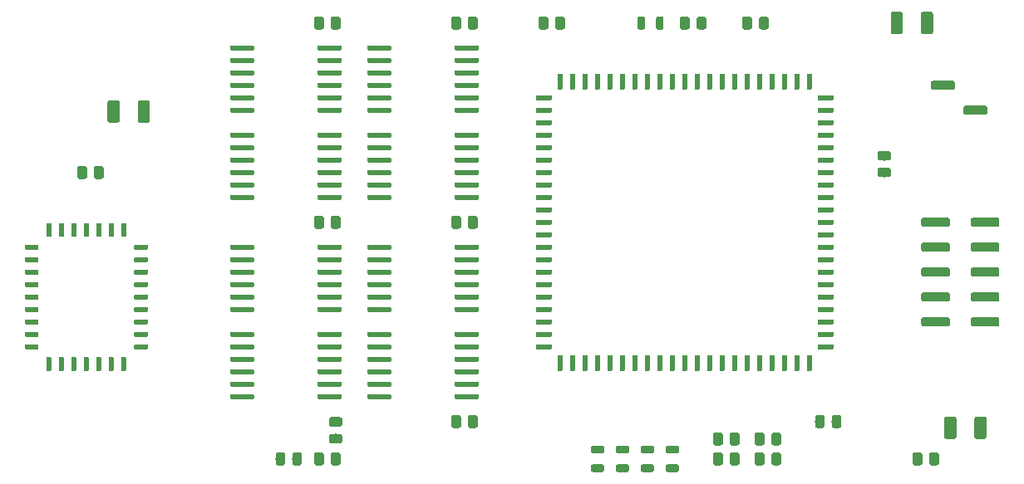
<source format=gtp>
G04 #@! TF.GenerationSoftware,KiCad,Pcbnew,(5.1.2-1)-1*
G04 #@! TF.CreationDate,2019-07-29T20:34:46-04:00*
G04 #@! TF.ProjectId,GR8RAM,47523852-414d-42e6-9b69-6361645f7063,rev?*
G04 #@! TF.SameCoordinates,Original*
G04 #@! TF.FileFunction,Paste,Top*
G04 #@! TF.FilePolarity,Positive*
%FSLAX46Y46*%
G04 Gerber Fmt 4.6, Leading zero omitted, Abs format (unit mm)*
G04 Created by KiCad (PCBNEW (5.1.2-1)-1) date 2019-07-29 20:34:46*
%MOMM*%
%LPD*%
G04 APERTURE LIST*
%ADD10C,0.100000*%
%ADD11C,0.973800*%
%ADD12C,0.923800*%
%ADD13C,0.523800*%
%ADD14C,1.248800*%
%ADD15C,0.773800*%
G04 APERTURE END LIST*
D10*
G36*
X117107312Y-125577272D02*
G01*
X117130945Y-125580778D01*
X117154120Y-125586583D01*
X117176614Y-125594632D01*
X117198212Y-125604846D01*
X117218704Y-125617129D01*
X117237893Y-125631361D01*
X117255595Y-125647405D01*
X117271639Y-125665107D01*
X117285871Y-125684296D01*
X117298154Y-125704788D01*
X117308368Y-125726386D01*
X117316417Y-125748880D01*
X117322222Y-125772055D01*
X117325728Y-125795688D01*
X117326900Y-125819550D01*
X117326900Y-126656450D01*
X117325728Y-126680312D01*
X117322222Y-126703945D01*
X117316417Y-126727120D01*
X117308368Y-126749614D01*
X117298154Y-126771212D01*
X117285871Y-126791704D01*
X117271639Y-126810893D01*
X117255595Y-126828595D01*
X117237893Y-126844639D01*
X117218704Y-126858871D01*
X117198212Y-126871154D01*
X117176614Y-126881368D01*
X117154120Y-126889417D01*
X117130945Y-126895222D01*
X117107312Y-126898728D01*
X117083450Y-126899900D01*
X116596550Y-126899900D01*
X116572688Y-126898728D01*
X116549055Y-126895222D01*
X116525880Y-126889417D01*
X116503386Y-126881368D01*
X116481788Y-126871154D01*
X116461296Y-126858871D01*
X116442107Y-126844639D01*
X116424405Y-126828595D01*
X116408361Y-126810893D01*
X116394129Y-126791704D01*
X116381846Y-126771212D01*
X116371632Y-126749614D01*
X116363583Y-126727120D01*
X116357778Y-126703945D01*
X116354272Y-126680312D01*
X116353100Y-126656450D01*
X116353100Y-125819550D01*
X116354272Y-125795688D01*
X116357778Y-125772055D01*
X116363583Y-125748880D01*
X116371632Y-125726386D01*
X116381846Y-125704788D01*
X116394129Y-125684296D01*
X116408361Y-125665107D01*
X116424405Y-125647405D01*
X116442107Y-125631361D01*
X116461296Y-125617129D01*
X116481788Y-125604846D01*
X116503386Y-125594632D01*
X116525880Y-125586583D01*
X116549055Y-125580778D01*
X116572688Y-125577272D01*
X116596550Y-125576100D01*
X117083450Y-125576100D01*
X117107312Y-125577272D01*
X117107312Y-125577272D01*
G37*
D11*
X116840000Y-126238000D03*
D10*
G36*
X115407312Y-125577272D02*
G01*
X115430945Y-125580778D01*
X115454120Y-125586583D01*
X115476614Y-125594632D01*
X115498212Y-125604846D01*
X115518704Y-125617129D01*
X115537893Y-125631361D01*
X115555595Y-125647405D01*
X115571639Y-125665107D01*
X115585871Y-125684296D01*
X115598154Y-125704788D01*
X115608368Y-125726386D01*
X115616417Y-125748880D01*
X115622222Y-125772055D01*
X115625728Y-125795688D01*
X115626900Y-125819550D01*
X115626900Y-126656450D01*
X115625728Y-126680312D01*
X115622222Y-126703945D01*
X115616417Y-126727120D01*
X115608368Y-126749614D01*
X115598154Y-126771212D01*
X115585871Y-126791704D01*
X115571639Y-126810893D01*
X115555595Y-126828595D01*
X115537893Y-126844639D01*
X115518704Y-126858871D01*
X115498212Y-126871154D01*
X115476614Y-126881368D01*
X115454120Y-126889417D01*
X115430945Y-126895222D01*
X115407312Y-126898728D01*
X115383450Y-126899900D01*
X114896550Y-126899900D01*
X114872688Y-126898728D01*
X114849055Y-126895222D01*
X114825880Y-126889417D01*
X114803386Y-126881368D01*
X114781788Y-126871154D01*
X114761296Y-126858871D01*
X114742107Y-126844639D01*
X114724405Y-126828595D01*
X114708361Y-126810893D01*
X114694129Y-126791704D01*
X114681846Y-126771212D01*
X114671632Y-126749614D01*
X114663583Y-126727120D01*
X114657778Y-126703945D01*
X114654272Y-126680312D01*
X114653100Y-126656450D01*
X114653100Y-125819550D01*
X114654272Y-125795688D01*
X114657778Y-125772055D01*
X114663583Y-125748880D01*
X114671632Y-125726386D01*
X114681846Y-125704788D01*
X114694129Y-125684296D01*
X114708361Y-125665107D01*
X114724405Y-125647405D01*
X114742107Y-125631361D01*
X114761296Y-125617129D01*
X114781788Y-125604846D01*
X114803386Y-125594632D01*
X114825880Y-125586583D01*
X114849055Y-125580778D01*
X114872688Y-125577272D01*
X114896550Y-125576100D01*
X115383450Y-125576100D01*
X115407312Y-125577272D01*
X115407312Y-125577272D01*
G37*
D11*
X115140000Y-126238000D03*
D10*
G36*
X70830312Y-127609272D02*
G01*
X70853945Y-127612778D01*
X70877120Y-127618583D01*
X70899614Y-127626632D01*
X70921212Y-127636846D01*
X70941704Y-127649129D01*
X70960893Y-127663361D01*
X70978595Y-127679405D01*
X70994639Y-127697107D01*
X71008871Y-127716296D01*
X71021154Y-127736788D01*
X71031368Y-127758386D01*
X71039417Y-127780880D01*
X71045222Y-127804055D01*
X71048728Y-127827688D01*
X71049900Y-127851550D01*
X71049900Y-128688450D01*
X71048728Y-128712312D01*
X71045222Y-128735945D01*
X71039417Y-128759120D01*
X71031368Y-128781614D01*
X71021154Y-128803212D01*
X71008871Y-128823704D01*
X70994639Y-128842893D01*
X70978595Y-128860595D01*
X70960893Y-128876639D01*
X70941704Y-128890871D01*
X70921212Y-128903154D01*
X70899614Y-128913368D01*
X70877120Y-128921417D01*
X70853945Y-128927222D01*
X70830312Y-128930728D01*
X70806450Y-128931900D01*
X70319550Y-128931900D01*
X70295688Y-128930728D01*
X70272055Y-128927222D01*
X70248880Y-128921417D01*
X70226386Y-128913368D01*
X70204788Y-128903154D01*
X70184296Y-128890871D01*
X70165107Y-128876639D01*
X70147405Y-128860595D01*
X70131361Y-128842893D01*
X70117129Y-128823704D01*
X70104846Y-128803212D01*
X70094632Y-128781614D01*
X70086583Y-128759120D01*
X70080778Y-128735945D01*
X70077272Y-128712312D01*
X70076100Y-128688450D01*
X70076100Y-127851550D01*
X70077272Y-127827688D01*
X70080778Y-127804055D01*
X70086583Y-127780880D01*
X70094632Y-127758386D01*
X70104846Y-127736788D01*
X70117129Y-127716296D01*
X70131361Y-127697107D01*
X70147405Y-127679405D01*
X70165107Y-127663361D01*
X70184296Y-127649129D01*
X70204788Y-127636846D01*
X70226386Y-127626632D01*
X70248880Y-127618583D01*
X70272055Y-127612778D01*
X70295688Y-127609272D01*
X70319550Y-127608100D01*
X70806450Y-127608100D01*
X70830312Y-127609272D01*
X70830312Y-127609272D01*
G37*
D11*
X70563000Y-128270000D03*
D10*
G36*
X72530312Y-127609272D02*
G01*
X72553945Y-127612778D01*
X72577120Y-127618583D01*
X72599614Y-127626632D01*
X72621212Y-127636846D01*
X72641704Y-127649129D01*
X72660893Y-127663361D01*
X72678595Y-127679405D01*
X72694639Y-127697107D01*
X72708871Y-127716296D01*
X72721154Y-127736788D01*
X72731368Y-127758386D01*
X72739417Y-127780880D01*
X72745222Y-127804055D01*
X72748728Y-127827688D01*
X72749900Y-127851550D01*
X72749900Y-128688450D01*
X72748728Y-128712312D01*
X72745222Y-128735945D01*
X72739417Y-128759120D01*
X72731368Y-128781614D01*
X72721154Y-128803212D01*
X72708871Y-128823704D01*
X72694639Y-128842893D01*
X72678595Y-128860595D01*
X72660893Y-128876639D01*
X72641704Y-128890871D01*
X72621212Y-128903154D01*
X72599614Y-128913368D01*
X72577120Y-128921417D01*
X72553945Y-128927222D01*
X72530312Y-128930728D01*
X72506450Y-128931900D01*
X72019550Y-128931900D01*
X71995688Y-128930728D01*
X71972055Y-128927222D01*
X71948880Y-128921417D01*
X71926386Y-128913368D01*
X71904788Y-128903154D01*
X71884296Y-128890871D01*
X71865107Y-128876639D01*
X71847405Y-128860595D01*
X71831361Y-128842893D01*
X71817129Y-128823704D01*
X71804846Y-128803212D01*
X71794632Y-128781614D01*
X71786583Y-128759120D01*
X71780778Y-128735945D01*
X71777272Y-128712312D01*
X71776100Y-128688450D01*
X71776100Y-127851550D01*
X71777272Y-127827688D01*
X71780778Y-127804055D01*
X71786583Y-127780880D01*
X71794632Y-127758386D01*
X71804846Y-127736788D01*
X71817129Y-127716296D01*
X71831361Y-127697107D01*
X71847405Y-127679405D01*
X71865107Y-127663361D01*
X71884296Y-127649129D01*
X71904788Y-127636846D01*
X71926386Y-127626632D01*
X71948880Y-127618583D01*
X71972055Y-127612778D01*
X71995688Y-127609272D01*
X72019550Y-127608100D01*
X72506450Y-127608100D01*
X72530312Y-127609272D01*
X72530312Y-127609272D01*
G37*
D11*
X72263000Y-128270000D03*
D10*
G36*
X143600587Y-106219212D02*
G01*
X143623006Y-106222538D01*
X143644991Y-106228045D01*
X143666331Y-106235680D01*
X143686819Y-106245370D01*
X143706259Y-106257022D01*
X143724463Y-106270523D01*
X143741256Y-106285744D01*
X143756477Y-106302537D01*
X143769978Y-106320741D01*
X143781630Y-106340181D01*
X143791320Y-106360669D01*
X143798955Y-106382009D01*
X143804462Y-106403994D01*
X143807788Y-106426413D01*
X143808900Y-106449050D01*
X143808900Y-106910950D01*
X143807788Y-106933587D01*
X143804462Y-106956006D01*
X143798955Y-106977991D01*
X143791320Y-106999331D01*
X143781630Y-107019819D01*
X143769978Y-107039259D01*
X143756477Y-107057463D01*
X143741256Y-107074256D01*
X143724463Y-107089477D01*
X143706259Y-107102978D01*
X143686819Y-107114630D01*
X143666331Y-107124320D01*
X143644991Y-107131955D01*
X143623006Y-107137462D01*
X143600587Y-107140788D01*
X143577950Y-107141900D01*
X141116050Y-107141900D01*
X141093413Y-107140788D01*
X141070994Y-107137462D01*
X141049009Y-107131955D01*
X141027669Y-107124320D01*
X141007181Y-107114630D01*
X140987741Y-107102978D01*
X140969537Y-107089477D01*
X140952744Y-107074256D01*
X140937523Y-107057463D01*
X140924022Y-107039259D01*
X140912370Y-107019819D01*
X140902680Y-106999331D01*
X140895045Y-106977991D01*
X140889538Y-106956006D01*
X140886212Y-106933587D01*
X140885100Y-106910950D01*
X140885100Y-106449050D01*
X140886212Y-106426413D01*
X140889538Y-106403994D01*
X140895045Y-106382009D01*
X140902680Y-106360669D01*
X140912370Y-106340181D01*
X140924022Y-106320741D01*
X140937523Y-106302537D01*
X140952744Y-106285744D01*
X140969537Y-106270523D01*
X140987741Y-106257022D01*
X141007181Y-106245370D01*
X141027669Y-106235680D01*
X141049009Y-106228045D01*
X141070994Y-106222538D01*
X141093413Y-106219212D01*
X141116050Y-106218100D01*
X143577950Y-106218100D01*
X143600587Y-106219212D01*
X143600587Y-106219212D01*
G37*
D12*
X142347000Y-106680000D03*
D10*
G36*
X138560587Y-108759212D02*
G01*
X138583006Y-108762538D01*
X138604991Y-108768045D01*
X138626331Y-108775680D01*
X138646819Y-108785370D01*
X138666259Y-108797022D01*
X138684463Y-108810523D01*
X138701256Y-108825744D01*
X138716477Y-108842537D01*
X138729978Y-108860741D01*
X138741630Y-108880181D01*
X138751320Y-108900669D01*
X138758955Y-108922009D01*
X138764462Y-108943994D01*
X138767788Y-108966413D01*
X138768900Y-108989050D01*
X138768900Y-109450950D01*
X138767788Y-109473587D01*
X138764462Y-109496006D01*
X138758955Y-109517991D01*
X138751320Y-109539331D01*
X138741630Y-109559819D01*
X138729978Y-109579259D01*
X138716477Y-109597463D01*
X138701256Y-109614256D01*
X138684463Y-109629477D01*
X138666259Y-109642978D01*
X138646819Y-109654630D01*
X138626331Y-109664320D01*
X138604991Y-109671955D01*
X138583006Y-109677462D01*
X138560587Y-109680788D01*
X138537950Y-109681900D01*
X136076050Y-109681900D01*
X136053413Y-109680788D01*
X136030994Y-109677462D01*
X136009009Y-109671955D01*
X135987669Y-109664320D01*
X135967181Y-109654630D01*
X135947741Y-109642978D01*
X135929537Y-109629477D01*
X135912744Y-109614256D01*
X135897523Y-109597463D01*
X135884022Y-109579259D01*
X135872370Y-109559819D01*
X135862680Y-109539331D01*
X135855045Y-109517991D01*
X135849538Y-109496006D01*
X135846212Y-109473587D01*
X135845100Y-109450950D01*
X135845100Y-108989050D01*
X135846212Y-108966413D01*
X135849538Y-108943994D01*
X135855045Y-108922009D01*
X135862680Y-108900669D01*
X135872370Y-108880181D01*
X135884022Y-108860741D01*
X135897523Y-108842537D01*
X135912744Y-108825744D01*
X135929537Y-108810523D01*
X135947741Y-108797022D01*
X135967181Y-108785370D01*
X135987669Y-108775680D01*
X136009009Y-108768045D01*
X136030994Y-108762538D01*
X136053413Y-108759212D01*
X136076050Y-108758100D01*
X138537950Y-108758100D01*
X138560587Y-108759212D01*
X138560587Y-108759212D01*
G37*
D12*
X137307000Y-109220000D03*
D10*
G36*
X138560587Y-103679212D02*
G01*
X138583006Y-103682538D01*
X138604991Y-103688045D01*
X138626331Y-103695680D01*
X138646819Y-103705370D01*
X138666259Y-103717022D01*
X138684463Y-103730523D01*
X138701256Y-103745744D01*
X138716477Y-103762537D01*
X138729978Y-103780741D01*
X138741630Y-103800181D01*
X138751320Y-103820669D01*
X138758955Y-103842009D01*
X138764462Y-103863994D01*
X138767788Y-103886413D01*
X138768900Y-103909050D01*
X138768900Y-104370950D01*
X138767788Y-104393587D01*
X138764462Y-104416006D01*
X138758955Y-104437991D01*
X138751320Y-104459331D01*
X138741630Y-104479819D01*
X138729978Y-104499259D01*
X138716477Y-104517463D01*
X138701256Y-104534256D01*
X138684463Y-104549477D01*
X138666259Y-104562978D01*
X138646819Y-104574630D01*
X138626331Y-104584320D01*
X138604991Y-104591955D01*
X138583006Y-104597462D01*
X138560587Y-104600788D01*
X138537950Y-104601900D01*
X136076050Y-104601900D01*
X136053413Y-104600788D01*
X136030994Y-104597462D01*
X136009009Y-104591955D01*
X135987669Y-104584320D01*
X135967181Y-104574630D01*
X135947741Y-104562978D01*
X135929537Y-104549477D01*
X135912744Y-104534256D01*
X135897523Y-104517463D01*
X135884022Y-104499259D01*
X135872370Y-104479819D01*
X135862680Y-104459331D01*
X135855045Y-104437991D01*
X135849538Y-104416006D01*
X135846212Y-104393587D01*
X135845100Y-104370950D01*
X135845100Y-103909050D01*
X135846212Y-103886413D01*
X135849538Y-103863994D01*
X135855045Y-103842009D01*
X135862680Y-103820669D01*
X135872370Y-103800181D01*
X135884022Y-103780741D01*
X135897523Y-103762537D01*
X135912744Y-103745744D01*
X135929537Y-103730523D01*
X135947741Y-103717022D01*
X135967181Y-103705370D01*
X135987669Y-103695680D01*
X136009009Y-103688045D01*
X136030994Y-103682538D01*
X136053413Y-103679212D01*
X136076050Y-103678100D01*
X138537950Y-103678100D01*
X138560587Y-103679212D01*
X138560587Y-103679212D01*
G37*
D12*
X137307000Y-104140000D03*
D10*
G36*
X138560587Y-113839212D02*
G01*
X138583006Y-113842538D01*
X138604991Y-113848045D01*
X138626331Y-113855680D01*
X138646819Y-113865370D01*
X138666259Y-113877022D01*
X138684463Y-113890523D01*
X138701256Y-113905744D01*
X138716477Y-113922537D01*
X138729978Y-113940741D01*
X138741630Y-113960181D01*
X138751320Y-113980669D01*
X138758955Y-114002009D01*
X138764462Y-114023994D01*
X138767788Y-114046413D01*
X138768900Y-114069050D01*
X138768900Y-114530950D01*
X138767788Y-114553587D01*
X138764462Y-114576006D01*
X138758955Y-114597991D01*
X138751320Y-114619331D01*
X138741630Y-114639819D01*
X138729978Y-114659259D01*
X138716477Y-114677463D01*
X138701256Y-114694256D01*
X138684463Y-114709477D01*
X138666259Y-114722978D01*
X138646819Y-114734630D01*
X138626331Y-114744320D01*
X138604991Y-114751955D01*
X138583006Y-114757462D01*
X138560587Y-114760788D01*
X138537950Y-114761900D01*
X136076050Y-114761900D01*
X136053413Y-114760788D01*
X136030994Y-114757462D01*
X136009009Y-114751955D01*
X135987669Y-114744320D01*
X135967181Y-114734630D01*
X135947741Y-114722978D01*
X135929537Y-114709477D01*
X135912744Y-114694256D01*
X135897523Y-114677463D01*
X135884022Y-114659259D01*
X135872370Y-114639819D01*
X135862680Y-114619331D01*
X135855045Y-114597991D01*
X135849538Y-114576006D01*
X135846212Y-114553587D01*
X135845100Y-114530950D01*
X135845100Y-114069050D01*
X135846212Y-114046413D01*
X135849538Y-114023994D01*
X135855045Y-114002009D01*
X135862680Y-113980669D01*
X135872370Y-113960181D01*
X135884022Y-113940741D01*
X135897523Y-113922537D01*
X135912744Y-113905744D01*
X135929537Y-113890523D01*
X135947741Y-113877022D01*
X135967181Y-113865370D01*
X135987669Y-113855680D01*
X136009009Y-113848045D01*
X136030994Y-113842538D01*
X136053413Y-113839212D01*
X136076050Y-113838100D01*
X138537950Y-113838100D01*
X138560587Y-113839212D01*
X138560587Y-113839212D01*
G37*
D12*
X137307000Y-114300000D03*
D10*
G36*
X138560587Y-111299212D02*
G01*
X138583006Y-111302538D01*
X138604991Y-111308045D01*
X138626331Y-111315680D01*
X138646819Y-111325370D01*
X138666259Y-111337022D01*
X138684463Y-111350523D01*
X138701256Y-111365744D01*
X138716477Y-111382537D01*
X138729978Y-111400741D01*
X138741630Y-111420181D01*
X138751320Y-111440669D01*
X138758955Y-111462009D01*
X138764462Y-111483994D01*
X138767788Y-111506413D01*
X138768900Y-111529050D01*
X138768900Y-111990950D01*
X138767788Y-112013587D01*
X138764462Y-112036006D01*
X138758955Y-112057991D01*
X138751320Y-112079331D01*
X138741630Y-112099819D01*
X138729978Y-112119259D01*
X138716477Y-112137463D01*
X138701256Y-112154256D01*
X138684463Y-112169477D01*
X138666259Y-112182978D01*
X138646819Y-112194630D01*
X138626331Y-112204320D01*
X138604991Y-112211955D01*
X138583006Y-112217462D01*
X138560587Y-112220788D01*
X138537950Y-112221900D01*
X136076050Y-112221900D01*
X136053413Y-112220788D01*
X136030994Y-112217462D01*
X136009009Y-112211955D01*
X135987669Y-112204320D01*
X135967181Y-112194630D01*
X135947741Y-112182978D01*
X135929537Y-112169477D01*
X135912744Y-112154256D01*
X135897523Y-112137463D01*
X135884022Y-112119259D01*
X135872370Y-112099819D01*
X135862680Y-112079331D01*
X135855045Y-112057991D01*
X135849538Y-112036006D01*
X135846212Y-112013587D01*
X135845100Y-111990950D01*
X135845100Y-111529050D01*
X135846212Y-111506413D01*
X135849538Y-111483994D01*
X135855045Y-111462009D01*
X135862680Y-111440669D01*
X135872370Y-111420181D01*
X135884022Y-111400741D01*
X135897523Y-111382537D01*
X135912744Y-111365744D01*
X135929537Y-111350523D01*
X135947741Y-111337022D01*
X135967181Y-111325370D01*
X135987669Y-111315680D01*
X136009009Y-111308045D01*
X136030994Y-111302538D01*
X136053413Y-111299212D01*
X136076050Y-111298100D01*
X138537950Y-111298100D01*
X138560587Y-111299212D01*
X138560587Y-111299212D01*
G37*
D12*
X137307000Y-111760000D03*
D10*
G36*
X143600587Y-108759212D02*
G01*
X143623006Y-108762538D01*
X143644991Y-108768045D01*
X143666331Y-108775680D01*
X143686819Y-108785370D01*
X143706259Y-108797022D01*
X143724463Y-108810523D01*
X143741256Y-108825744D01*
X143756477Y-108842537D01*
X143769978Y-108860741D01*
X143781630Y-108880181D01*
X143791320Y-108900669D01*
X143798955Y-108922009D01*
X143804462Y-108943994D01*
X143807788Y-108966413D01*
X143808900Y-108989050D01*
X143808900Y-109450950D01*
X143807788Y-109473587D01*
X143804462Y-109496006D01*
X143798955Y-109517991D01*
X143791320Y-109539331D01*
X143781630Y-109559819D01*
X143769978Y-109579259D01*
X143756477Y-109597463D01*
X143741256Y-109614256D01*
X143724463Y-109629477D01*
X143706259Y-109642978D01*
X143686819Y-109654630D01*
X143666331Y-109664320D01*
X143644991Y-109671955D01*
X143623006Y-109677462D01*
X143600587Y-109680788D01*
X143577950Y-109681900D01*
X141116050Y-109681900D01*
X141093413Y-109680788D01*
X141070994Y-109677462D01*
X141049009Y-109671955D01*
X141027669Y-109664320D01*
X141007181Y-109654630D01*
X140987741Y-109642978D01*
X140969537Y-109629477D01*
X140952744Y-109614256D01*
X140937523Y-109597463D01*
X140924022Y-109579259D01*
X140912370Y-109559819D01*
X140902680Y-109539331D01*
X140895045Y-109517991D01*
X140889538Y-109496006D01*
X140886212Y-109473587D01*
X140885100Y-109450950D01*
X140885100Y-108989050D01*
X140886212Y-108966413D01*
X140889538Y-108943994D01*
X140895045Y-108922009D01*
X140902680Y-108900669D01*
X140912370Y-108880181D01*
X140924022Y-108860741D01*
X140937523Y-108842537D01*
X140952744Y-108825744D01*
X140969537Y-108810523D01*
X140987741Y-108797022D01*
X141007181Y-108785370D01*
X141027669Y-108775680D01*
X141049009Y-108768045D01*
X141070994Y-108762538D01*
X141093413Y-108759212D01*
X141116050Y-108758100D01*
X143577950Y-108758100D01*
X143600587Y-108759212D01*
X143600587Y-108759212D01*
G37*
D12*
X142347000Y-109220000D03*
D10*
G36*
X138560587Y-106219212D02*
G01*
X138583006Y-106222538D01*
X138604991Y-106228045D01*
X138626331Y-106235680D01*
X138646819Y-106245370D01*
X138666259Y-106257022D01*
X138684463Y-106270523D01*
X138701256Y-106285744D01*
X138716477Y-106302537D01*
X138729978Y-106320741D01*
X138741630Y-106340181D01*
X138751320Y-106360669D01*
X138758955Y-106382009D01*
X138764462Y-106403994D01*
X138767788Y-106426413D01*
X138768900Y-106449050D01*
X138768900Y-106910950D01*
X138767788Y-106933587D01*
X138764462Y-106956006D01*
X138758955Y-106977991D01*
X138751320Y-106999331D01*
X138741630Y-107019819D01*
X138729978Y-107039259D01*
X138716477Y-107057463D01*
X138701256Y-107074256D01*
X138684463Y-107089477D01*
X138666259Y-107102978D01*
X138646819Y-107114630D01*
X138626331Y-107124320D01*
X138604991Y-107131955D01*
X138583006Y-107137462D01*
X138560587Y-107140788D01*
X138537950Y-107141900D01*
X136076050Y-107141900D01*
X136053413Y-107140788D01*
X136030994Y-107137462D01*
X136009009Y-107131955D01*
X135987669Y-107124320D01*
X135967181Y-107114630D01*
X135947741Y-107102978D01*
X135929537Y-107089477D01*
X135912744Y-107074256D01*
X135897523Y-107057463D01*
X135884022Y-107039259D01*
X135872370Y-107019819D01*
X135862680Y-106999331D01*
X135855045Y-106977991D01*
X135849538Y-106956006D01*
X135846212Y-106933587D01*
X135845100Y-106910950D01*
X135845100Y-106449050D01*
X135846212Y-106426413D01*
X135849538Y-106403994D01*
X135855045Y-106382009D01*
X135862680Y-106360669D01*
X135872370Y-106340181D01*
X135884022Y-106320741D01*
X135897523Y-106302537D01*
X135912744Y-106285744D01*
X135929537Y-106270523D01*
X135947741Y-106257022D01*
X135967181Y-106245370D01*
X135987669Y-106235680D01*
X136009009Y-106228045D01*
X136030994Y-106222538D01*
X136053413Y-106219212D01*
X136076050Y-106218100D01*
X138537950Y-106218100D01*
X138560587Y-106219212D01*
X138560587Y-106219212D01*
G37*
D12*
X137307000Y-106680000D03*
D10*
G36*
X143600587Y-111299212D02*
G01*
X143623006Y-111302538D01*
X143644991Y-111308045D01*
X143666331Y-111315680D01*
X143686819Y-111325370D01*
X143706259Y-111337022D01*
X143724463Y-111350523D01*
X143741256Y-111365744D01*
X143756477Y-111382537D01*
X143769978Y-111400741D01*
X143781630Y-111420181D01*
X143791320Y-111440669D01*
X143798955Y-111462009D01*
X143804462Y-111483994D01*
X143807788Y-111506413D01*
X143808900Y-111529050D01*
X143808900Y-111990950D01*
X143807788Y-112013587D01*
X143804462Y-112036006D01*
X143798955Y-112057991D01*
X143791320Y-112079331D01*
X143781630Y-112099819D01*
X143769978Y-112119259D01*
X143756477Y-112137463D01*
X143741256Y-112154256D01*
X143724463Y-112169477D01*
X143706259Y-112182978D01*
X143686819Y-112194630D01*
X143666331Y-112204320D01*
X143644991Y-112211955D01*
X143623006Y-112217462D01*
X143600587Y-112220788D01*
X143577950Y-112221900D01*
X141116050Y-112221900D01*
X141093413Y-112220788D01*
X141070994Y-112217462D01*
X141049009Y-112211955D01*
X141027669Y-112204320D01*
X141007181Y-112194630D01*
X140987741Y-112182978D01*
X140969537Y-112169477D01*
X140952744Y-112154256D01*
X140937523Y-112137463D01*
X140924022Y-112119259D01*
X140912370Y-112099819D01*
X140902680Y-112079331D01*
X140895045Y-112057991D01*
X140889538Y-112036006D01*
X140886212Y-112013587D01*
X140885100Y-111990950D01*
X140885100Y-111529050D01*
X140886212Y-111506413D01*
X140889538Y-111483994D01*
X140895045Y-111462009D01*
X140902680Y-111440669D01*
X140912370Y-111420181D01*
X140924022Y-111400741D01*
X140937523Y-111382537D01*
X140952744Y-111365744D01*
X140969537Y-111350523D01*
X140987741Y-111337022D01*
X141007181Y-111325370D01*
X141027669Y-111315680D01*
X141049009Y-111308045D01*
X141070994Y-111302538D01*
X141093413Y-111299212D01*
X141116050Y-111298100D01*
X143577950Y-111298100D01*
X143600587Y-111299212D01*
X143600587Y-111299212D01*
G37*
D12*
X142347000Y-111760000D03*
D10*
G36*
X143600587Y-113839212D02*
G01*
X143623006Y-113842538D01*
X143644991Y-113848045D01*
X143666331Y-113855680D01*
X143686819Y-113865370D01*
X143706259Y-113877022D01*
X143724463Y-113890523D01*
X143741256Y-113905744D01*
X143756477Y-113922537D01*
X143769978Y-113940741D01*
X143781630Y-113960181D01*
X143791320Y-113980669D01*
X143798955Y-114002009D01*
X143804462Y-114023994D01*
X143807788Y-114046413D01*
X143808900Y-114069050D01*
X143808900Y-114530950D01*
X143807788Y-114553587D01*
X143804462Y-114576006D01*
X143798955Y-114597991D01*
X143791320Y-114619331D01*
X143781630Y-114639819D01*
X143769978Y-114659259D01*
X143756477Y-114677463D01*
X143741256Y-114694256D01*
X143724463Y-114709477D01*
X143706259Y-114722978D01*
X143686819Y-114734630D01*
X143666331Y-114744320D01*
X143644991Y-114751955D01*
X143623006Y-114757462D01*
X143600587Y-114760788D01*
X143577950Y-114761900D01*
X141116050Y-114761900D01*
X141093413Y-114760788D01*
X141070994Y-114757462D01*
X141049009Y-114751955D01*
X141027669Y-114744320D01*
X141007181Y-114734630D01*
X140987741Y-114722978D01*
X140969537Y-114709477D01*
X140952744Y-114694256D01*
X140937523Y-114677463D01*
X140924022Y-114659259D01*
X140912370Y-114639819D01*
X140902680Y-114619331D01*
X140895045Y-114597991D01*
X140889538Y-114576006D01*
X140886212Y-114553587D01*
X140885100Y-114530950D01*
X140885100Y-114069050D01*
X140886212Y-114046413D01*
X140889538Y-114023994D01*
X140895045Y-114002009D01*
X140902680Y-113980669D01*
X140912370Y-113960181D01*
X140924022Y-113940741D01*
X140937523Y-113922537D01*
X140952744Y-113905744D01*
X140969537Y-113890523D01*
X140987741Y-113877022D01*
X141007181Y-113865370D01*
X141027669Y-113855680D01*
X141049009Y-113848045D01*
X141070994Y-113842538D01*
X141093413Y-113839212D01*
X141116050Y-113838100D01*
X143577950Y-113838100D01*
X143600587Y-113839212D01*
X143600587Y-113839212D01*
G37*
D12*
X142347000Y-114300000D03*
D10*
G36*
X143600587Y-103679212D02*
G01*
X143623006Y-103682538D01*
X143644991Y-103688045D01*
X143666331Y-103695680D01*
X143686819Y-103705370D01*
X143706259Y-103717022D01*
X143724463Y-103730523D01*
X143741256Y-103745744D01*
X143756477Y-103762537D01*
X143769978Y-103780741D01*
X143781630Y-103800181D01*
X143791320Y-103820669D01*
X143798955Y-103842009D01*
X143804462Y-103863994D01*
X143807788Y-103886413D01*
X143808900Y-103909050D01*
X143808900Y-104370950D01*
X143807788Y-104393587D01*
X143804462Y-104416006D01*
X143798955Y-104437991D01*
X143791320Y-104459331D01*
X143781630Y-104479819D01*
X143769978Y-104499259D01*
X143756477Y-104517463D01*
X143741256Y-104534256D01*
X143724463Y-104549477D01*
X143706259Y-104562978D01*
X143686819Y-104574630D01*
X143666331Y-104584320D01*
X143644991Y-104591955D01*
X143623006Y-104597462D01*
X143600587Y-104600788D01*
X143577950Y-104601900D01*
X141116050Y-104601900D01*
X141093413Y-104600788D01*
X141070994Y-104597462D01*
X141049009Y-104591955D01*
X141027669Y-104584320D01*
X141007181Y-104574630D01*
X140987741Y-104562978D01*
X140969537Y-104549477D01*
X140952744Y-104534256D01*
X140937523Y-104517463D01*
X140924022Y-104499259D01*
X140912370Y-104479819D01*
X140902680Y-104459331D01*
X140895045Y-104437991D01*
X140889538Y-104416006D01*
X140886212Y-104393587D01*
X140885100Y-104370950D01*
X140885100Y-103909050D01*
X140886212Y-103886413D01*
X140889538Y-103863994D01*
X140895045Y-103842009D01*
X140902680Y-103820669D01*
X140912370Y-103800181D01*
X140924022Y-103780741D01*
X140937523Y-103762537D01*
X140952744Y-103745744D01*
X140969537Y-103730523D01*
X140987741Y-103717022D01*
X141007181Y-103705370D01*
X141027669Y-103695680D01*
X141049009Y-103688045D01*
X141070994Y-103682538D01*
X141093413Y-103679212D01*
X141116050Y-103678100D01*
X143577950Y-103678100D01*
X143600587Y-103679212D01*
X143600587Y-103679212D01*
G37*
D12*
X142347000Y-104140000D03*
D10*
G36*
X110633785Y-117678731D02*
G01*
X110646497Y-117680616D01*
X110658963Y-117683739D01*
X110671062Y-117688068D01*
X110682679Y-117693562D01*
X110693702Y-117700169D01*
X110704024Y-117707824D01*
X110713546Y-117716454D01*
X110722176Y-117725976D01*
X110729831Y-117736298D01*
X110736438Y-117747321D01*
X110741932Y-117758938D01*
X110746261Y-117771037D01*
X110749384Y-117783503D01*
X110751269Y-117796215D01*
X110751900Y-117809050D01*
X110751900Y-119170950D01*
X110751269Y-119183785D01*
X110749384Y-119196497D01*
X110746261Y-119208963D01*
X110741932Y-119221062D01*
X110736438Y-119232679D01*
X110729831Y-119243702D01*
X110722176Y-119254024D01*
X110713546Y-119263546D01*
X110704024Y-119272176D01*
X110693702Y-119279831D01*
X110682679Y-119286438D01*
X110671062Y-119291932D01*
X110658963Y-119296261D01*
X110646497Y-119299384D01*
X110633785Y-119301269D01*
X110620950Y-119301900D01*
X110359050Y-119301900D01*
X110346215Y-119301269D01*
X110333503Y-119299384D01*
X110321037Y-119296261D01*
X110308938Y-119291932D01*
X110297321Y-119286438D01*
X110286298Y-119279831D01*
X110275976Y-119272176D01*
X110266454Y-119263546D01*
X110257824Y-119254024D01*
X110250169Y-119243702D01*
X110243562Y-119232679D01*
X110238068Y-119221062D01*
X110233739Y-119208963D01*
X110230616Y-119196497D01*
X110228731Y-119183785D01*
X110228100Y-119170950D01*
X110228100Y-117809050D01*
X110228731Y-117796215D01*
X110230616Y-117783503D01*
X110233739Y-117771037D01*
X110238068Y-117758938D01*
X110243562Y-117747321D01*
X110250169Y-117736298D01*
X110257824Y-117725976D01*
X110266454Y-117716454D01*
X110275976Y-117707824D01*
X110286298Y-117700169D01*
X110297321Y-117693562D01*
X110308938Y-117688068D01*
X110321037Y-117683739D01*
X110333503Y-117680616D01*
X110346215Y-117678731D01*
X110359050Y-117678100D01*
X110620950Y-117678100D01*
X110633785Y-117678731D01*
X110633785Y-117678731D01*
G37*
D13*
X110490000Y-118490000D03*
D10*
G36*
X109363785Y-117678731D02*
G01*
X109376497Y-117680616D01*
X109388963Y-117683739D01*
X109401062Y-117688068D01*
X109412679Y-117693562D01*
X109423702Y-117700169D01*
X109434024Y-117707824D01*
X109443546Y-117716454D01*
X109452176Y-117725976D01*
X109459831Y-117736298D01*
X109466438Y-117747321D01*
X109471932Y-117758938D01*
X109476261Y-117771037D01*
X109479384Y-117783503D01*
X109481269Y-117796215D01*
X109481900Y-117809050D01*
X109481900Y-119170950D01*
X109481269Y-119183785D01*
X109479384Y-119196497D01*
X109476261Y-119208963D01*
X109471932Y-119221062D01*
X109466438Y-119232679D01*
X109459831Y-119243702D01*
X109452176Y-119254024D01*
X109443546Y-119263546D01*
X109434024Y-119272176D01*
X109423702Y-119279831D01*
X109412679Y-119286438D01*
X109401062Y-119291932D01*
X109388963Y-119296261D01*
X109376497Y-119299384D01*
X109363785Y-119301269D01*
X109350950Y-119301900D01*
X109089050Y-119301900D01*
X109076215Y-119301269D01*
X109063503Y-119299384D01*
X109051037Y-119296261D01*
X109038938Y-119291932D01*
X109027321Y-119286438D01*
X109016298Y-119279831D01*
X109005976Y-119272176D01*
X108996454Y-119263546D01*
X108987824Y-119254024D01*
X108980169Y-119243702D01*
X108973562Y-119232679D01*
X108968068Y-119221062D01*
X108963739Y-119208963D01*
X108960616Y-119196497D01*
X108958731Y-119183785D01*
X108958100Y-119170950D01*
X108958100Y-117809050D01*
X108958731Y-117796215D01*
X108960616Y-117783503D01*
X108963739Y-117771037D01*
X108968068Y-117758938D01*
X108973562Y-117747321D01*
X108980169Y-117736298D01*
X108987824Y-117725976D01*
X108996454Y-117716454D01*
X109005976Y-117707824D01*
X109016298Y-117700169D01*
X109027321Y-117693562D01*
X109038938Y-117688068D01*
X109051037Y-117683739D01*
X109063503Y-117680616D01*
X109076215Y-117678731D01*
X109089050Y-117678100D01*
X109350950Y-117678100D01*
X109363785Y-117678731D01*
X109363785Y-117678731D01*
G37*
D13*
X109220000Y-118490000D03*
D10*
G36*
X108093785Y-117678731D02*
G01*
X108106497Y-117680616D01*
X108118963Y-117683739D01*
X108131062Y-117688068D01*
X108142679Y-117693562D01*
X108153702Y-117700169D01*
X108164024Y-117707824D01*
X108173546Y-117716454D01*
X108182176Y-117725976D01*
X108189831Y-117736298D01*
X108196438Y-117747321D01*
X108201932Y-117758938D01*
X108206261Y-117771037D01*
X108209384Y-117783503D01*
X108211269Y-117796215D01*
X108211900Y-117809050D01*
X108211900Y-119170950D01*
X108211269Y-119183785D01*
X108209384Y-119196497D01*
X108206261Y-119208963D01*
X108201932Y-119221062D01*
X108196438Y-119232679D01*
X108189831Y-119243702D01*
X108182176Y-119254024D01*
X108173546Y-119263546D01*
X108164024Y-119272176D01*
X108153702Y-119279831D01*
X108142679Y-119286438D01*
X108131062Y-119291932D01*
X108118963Y-119296261D01*
X108106497Y-119299384D01*
X108093785Y-119301269D01*
X108080950Y-119301900D01*
X107819050Y-119301900D01*
X107806215Y-119301269D01*
X107793503Y-119299384D01*
X107781037Y-119296261D01*
X107768938Y-119291932D01*
X107757321Y-119286438D01*
X107746298Y-119279831D01*
X107735976Y-119272176D01*
X107726454Y-119263546D01*
X107717824Y-119254024D01*
X107710169Y-119243702D01*
X107703562Y-119232679D01*
X107698068Y-119221062D01*
X107693739Y-119208963D01*
X107690616Y-119196497D01*
X107688731Y-119183785D01*
X107688100Y-119170950D01*
X107688100Y-117809050D01*
X107688731Y-117796215D01*
X107690616Y-117783503D01*
X107693739Y-117771037D01*
X107698068Y-117758938D01*
X107703562Y-117747321D01*
X107710169Y-117736298D01*
X107717824Y-117725976D01*
X107726454Y-117716454D01*
X107735976Y-117707824D01*
X107746298Y-117700169D01*
X107757321Y-117693562D01*
X107768938Y-117688068D01*
X107781037Y-117683739D01*
X107793503Y-117680616D01*
X107806215Y-117678731D01*
X107819050Y-117678100D01*
X108080950Y-117678100D01*
X108093785Y-117678731D01*
X108093785Y-117678731D01*
G37*
D13*
X107950000Y-118490000D03*
D10*
G36*
X106823785Y-117678731D02*
G01*
X106836497Y-117680616D01*
X106848963Y-117683739D01*
X106861062Y-117688068D01*
X106872679Y-117693562D01*
X106883702Y-117700169D01*
X106894024Y-117707824D01*
X106903546Y-117716454D01*
X106912176Y-117725976D01*
X106919831Y-117736298D01*
X106926438Y-117747321D01*
X106931932Y-117758938D01*
X106936261Y-117771037D01*
X106939384Y-117783503D01*
X106941269Y-117796215D01*
X106941900Y-117809050D01*
X106941900Y-119170950D01*
X106941269Y-119183785D01*
X106939384Y-119196497D01*
X106936261Y-119208963D01*
X106931932Y-119221062D01*
X106926438Y-119232679D01*
X106919831Y-119243702D01*
X106912176Y-119254024D01*
X106903546Y-119263546D01*
X106894024Y-119272176D01*
X106883702Y-119279831D01*
X106872679Y-119286438D01*
X106861062Y-119291932D01*
X106848963Y-119296261D01*
X106836497Y-119299384D01*
X106823785Y-119301269D01*
X106810950Y-119301900D01*
X106549050Y-119301900D01*
X106536215Y-119301269D01*
X106523503Y-119299384D01*
X106511037Y-119296261D01*
X106498938Y-119291932D01*
X106487321Y-119286438D01*
X106476298Y-119279831D01*
X106465976Y-119272176D01*
X106456454Y-119263546D01*
X106447824Y-119254024D01*
X106440169Y-119243702D01*
X106433562Y-119232679D01*
X106428068Y-119221062D01*
X106423739Y-119208963D01*
X106420616Y-119196497D01*
X106418731Y-119183785D01*
X106418100Y-119170950D01*
X106418100Y-117809050D01*
X106418731Y-117796215D01*
X106420616Y-117783503D01*
X106423739Y-117771037D01*
X106428068Y-117758938D01*
X106433562Y-117747321D01*
X106440169Y-117736298D01*
X106447824Y-117725976D01*
X106456454Y-117716454D01*
X106465976Y-117707824D01*
X106476298Y-117700169D01*
X106487321Y-117693562D01*
X106498938Y-117688068D01*
X106511037Y-117683739D01*
X106523503Y-117680616D01*
X106536215Y-117678731D01*
X106549050Y-117678100D01*
X106810950Y-117678100D01*
X106823785Y-117678731D01*
X106823785Y-117678731D01*
G37*
D13*
X106680000Y-118490000D03*
D10*
G36*
X105553785Y-117678731D02*
G01*
X105566497Y-117680616D01*
X105578963Y-117683739D01*
X105591062Y-117688068D01*
X105602679Y-117693562D01*
X105613702Y-117700169D01*
X105624024Y-117707824D01*
X105633546Y-117716454D01*
X105642176Y-117725976D01*
X105649831Y-117736298D01*
X105656438Y-117747321D01*
X105661932Y-117758938D01*
X105666261Y-117771037D01*
X105669384Y-117783503D01*
X105671269Y-117796215D01*
X105671900Y-117809050D01*
X105671900Y-119170950D01*
X105671269Y-119183785D01*
X105669384Y-119196497D01*
X105666261Y-119208963D01*
X105661932Y-119221062D01*
X105656438Y-119232679D01*
X105649831Y-119243702D01*
X105642176Y-119254024D01*
X105633546Y-119263546D01*
X105624024Y-119272176D01*
X105613702Y-119279831D01*
X105602679Y-119286438D01*
X105591062Y-119291932D01*
X105578963Y-119296261D01*
X105566497Y-119299384D01*
X105553785Y-119301269D01*
X105540950Y-119301900D01*
X105279050Y-119301900D01*
X105266215Y-119301269D01*
X105253503Y-119299384D01*
X105241037Y-119296261D01*
X105228938Y-119291932D01*
X105217321Y-119286438D01*
X105206298Y-119279831D01*
X105195976Y-119272176D01*
X105186454Y-119263546D01*
X105177824Y-119254024D01*
X105170169Y-119243702D01*
X105163562Y-119232679D01*
X105158068Y-119221062D01*
X105153739Y-119208963D01*
X105150616Y-119196497D01*
X105148731Y-119183785D01*
X105148100Y-119170950D01*
X105148100Y-117809050D01*
X105148731Y-117796215D01*
X105150616Y-117783503D01*
X105153739Y-117771037D01*
X105158068Y-117758938D01*
X105163562Y-117747321D01*
X105170169Y-117736298D01*
X105177824Y-117725976D01*
X105186454Y-117716454D01*
X105195976Y-117707824D01*
X105206298Y-117700169D01*
X105217321Y-117693562D01*
X105228938Y-117688068D01*
X105241037Y-117683739D01*
X105253503Y-117680616D01*
X105266215Y-117678731D01*
X105279050Y-117678100D01*
X105540950Y-117678100D01*
X105553785Y-117678731D01*
X105553785Y-117678731D01*
G37*
D13*
X105410000Y-118490000D03*
D10*
G36*
X104283785Y-117678731D02*
G01*
X104296497Y-117680616D01*
X104308963Y-117683739D01*
X104321062Y-117688068D01*
X104332679Y-117693562D01*
X104343702Y-117700169D01*
X104354024Y-117707824D01*
X104363546Y-117716454D01*
X104372176Y-117725976D01*
X104379831Y-117736298D01*
X104386438Y-117747321D01*
X104391932Y-117758938D01*
X104396261Y-117771037D01*
X104399384Y-117783503D01*
X104401269Y-117796215D01*
X104401900Y-117809050D01*
X104401900Y-119170950D01*
X104401269Y-119183785D01*
X104399384Y-119196497D01*
X104396261Y-119208963D01*
X104391932Y-119221062D01*
X104386438Y-119232679D01*
X104379831Y-119243702D01*
X104372176Y-119254024D01*
X104363546Y-119263546D01*
X104354024Y-119272176D01*
X104343702Y-119279831D01*
X104332679Y-119286438D01*
X104321062Y-119291932D01*
X104308963Y-119296261D01*
X104296497Y-119299384D01*
X104283785Y-119301269D01*
X104270950Y-119301900D01*
X104009050Y-119301900D01*
X103996215Y-119301269D01*
X103983503Y-119299384D01*
X103971037Y-119296261D01*
X103958938Y-119291932D01*
X103947321Y-119286438D01*
X103936298Y-119279831D01*
X103925976Y-119272176D01*
X103916454Y-119263546D01*
X103907824Y-119254024D01*
X103900169Y-119243702D01*
X103893562Y-119232679D01*
X103888068Y-119221062D01*
X103883739Y-119208963D01*
X103880616Y-119196497D01*
X103878731Y-119183785D01*
X103878100Y-119170950D01*
X103878100Y-117809050D01*
X103878731Y-117796215D01*
X103880616Y-117783503D01*
X103883739Y-117771037D01*
X103888068Y-117758938D01*
X103893562Y-117747321D01*
X103900169Y-117736298D01*
X103907824Y-117725976D01*
X103916454Y-117716454D01*
X103925976Y-117707824D01*
X103936298Y-117700169D01*
X103947321Y-117693562D01*
X103958938Y-117688068D01*
X103971037Y-117683739D01*
X103983503Y-117680616D01*
X103996215Y-117678731D01*
X104009050Y-117678100D01*
X104270950Y-117678100D01*
X104283785Y-117678731D01*
X104283785Y-117678731D01*
G37*
D13*
X104140000Y-118490000D03*
D10*
G36*
X103013785Y-117678731D02*
G01*
X103026497Y-117680616D01*
X103038963Y-117683739D01*
X103051062Y-117688068D01*
X103062679Y-117693562D01*
X103073702Y-117700169D01*
X103084024Y-117707824D01*
X103093546Y-117716454D01*
X103102176Y-117725976D01*
X103109831Y-117736298D01*
X103116438Y-117747321D01*
X103121932Y-117758938D01*
X103126261Y-117771037D01*
X103129384Y-117783503D01*
X103131269Y-117796215D01*
X103131900Y-117809050D01*
X103131900Y-119170950D01*
X103131269Y-119183785D01*
X103129384Y-119196497D01*
X103126261Y-119208963D01*
X103121932Y-119221062D01*
X103116438Y-119232679D01*
X103109831Y-119243702D01*
X103102176Y-119254024D01*
X103093546Y-119263546D01*
X103084024Y-119272176D01*
X103073702Y-119279831D01*
X103062679Y-119286438D01*
X103051062Y-119291932D01*
X103038963Y-119296261D01*
X103026497Y-119299384D01*
X103013785Y-119301269D01*
X103000950Y-119301900D01*
X102739050Y-119301900D01*
X102726215Y-119301269D01*
X102713503Y-119299384D01*
X102701037Y-119296261D01*
X102688938Y-119291932D01*
X102677321Y-119286438D01*
X102666298Y-119279831D01*
X102655976Y-119272176D01*
X102646454Y-119263546D01*
X102637824Y-119254024D01*
X102630169Y-119243702D01*
X102623562Y-119232679D01*
X102618068Y-119221062D01*
X102613739Y-119208963D01*
X102610616Y-119196497D01*
X102608731Y-119183785D01*
X102608100Y-119170950D01*
X102608100Y-117809050D01*
X102608731Y-117796215D01*
X102610616Y-117783503D01*
X102613739Y-117771037D01*
X102618068Y-117758938D01*
X102623562Y-117747321D01*
X102630169Y-117736298D01*
X102637824Y-117725976D01*
X102646454Y-117716454D01*
X102655976Y-117707824D01*
X102666298Y-117700169D01*
X102677321Y-117693562D01*
X102688938Y-117688068D01*
X102701037Y-117683739D01*
X102713503Y-117680616D01*
X102726215Y-117678731D01*
X102739050Y-117678100D01*
X103000950Y-117678100D01*
X103013785Y-117678731D01*
X103013785Y-117678731D01*
G37*
D13*
X102870000Y-118490000D03*
D10*
G36*
X101743785Y-117678731D02*
G01*
X101756497Y-117680616D01*
X101768963Y-117683739D01*
X101781062Y-117688068D01*
X101792679Y-117693562D01*
X101803702Y-117700169D01*
X101814024Y-117707824D01*
X101823546Y-117716454D01*
X101832176Y-117725976D01*
X101839831Y-117736298D01*
X101846438Y-117747321D01*
X101851932Y-117758938D01*
X101856261Y-117771037D01*
X101859384Y-117783503D01*
X101861269Y-117796215D01*
X101861900Y-117809050D01*
X101861900Y-119170950D01*
X101861269Y-119183785D01*
X101859384Y-119196497D01*
X101856261Y-119208963D01*
X101851932Y-119221062D01*
X101846438Y-119232679D01*
X101839831Y-119243702D01*
X101832176Y-119254024D01*
X101823546Y-119263546D01*
X101814024Y-119272176D01*
X101803702Y-119279831D01*
X101792679Y-119286438D01*
X101781062Y-119291932D01*
X101768963Y-119296261D01*
X101756497Y-119299384D01*
X101743785Y-119301269D01*
X101730950Y-119301900D01*
X101469050Y-119301900D01*
X101456215Y-119301269D01*
X101443503Y-119299384D01*
X101431037Y-119296261D01*
X101418938Y-119291932D01*
X101407321Y-119286438D01*
X101396298Y-119279831D01*
X101385976Y-119272176D01*
X101376454Y-119263546D01*
X101367824Y-119254024D01*
X101360169Y-119243702D01*
X101353562Y-119232679D01*
X101348068Y-119221062D01*
X101343739Y-119208963D01*
X101340616Y-119196497D01*
X101338731Y-119183785D01*
X101338100Y-119170950D01*
X101338100Y-117809050D01*
X101338731Y-117796215D01*
X101340616Y-117783503D01*
X101343739Y-117771037D01*
X101348068Y-117758938D01*
X101353562Y-117747321D01*
X101360169Y-117736298D01*
X101367824Y-117725976D01*
X101376454Y-117716454D01*
X101385976Y-117707824D01*
X101396298Y-117700169D01*
X101407321Y-117693562D01*
X101418938Y-117688068D01*
X101431037Y-117683739D01*
X101443503Y-117680616D01*
X101456215Y-117678731D01*
X101469050Y-117678100D01*
X101730950Y-117678100D01*
X101743785Y-117678731D01*
X101743785Y-117678731D01*
G37*
D13*
X101600000Y-118490000D03*
D10*
G36*
X100473785Y-117678731D02*
G01*
X100486497Y-117680616D01*
X100498963Y-117683739D01*
X100511062Y-117688068D01*
X100522679Y-117693562D01*
X100533702Y-117700169D01*
X100544024Y-117707824D01*
X100553546Y-117716454D01*
X100562176Y-117725976D01*
X100569831Y-117736298D01*
X100576438Y-117747321D01*
X100581932Y-117758938D01*
X100586261Y-117771037D01*
X100589384Y-117783503D01*
X100591269Y-117796215D01*
X100591900Y-117809050D01*
X100591900Y-119170950D01*
X100591269Y-119183785D01*
X100589384Y-119196497D01*
X100586261Y-119208963D01*
X100581932Y-119221062D01*
X100576438Y-119232679D01*
X100569831Y-119243702D01*
X100562176Y-119254024D01*
X100553546Y-119263546D01*
X100544024Y-119272176D01*
X100533702Y-119279831D01*
X100522679Y-119286438D01*
X100511062Y-119291932D01*
X100498963Y-119296261D01*
X100486497Y-119299384D01*
X100473785Y-119301269D01*
X100460950Y-119301900D01*
X100199050Y-119301900D01*
X100186215Y-119301269D01*
X100173503Y-119299384D01*
X100161037Y-119296261D01*
X100148938Y-119291932D01*
X100137321Y-119286438D01*
X100126298Y-119279831D01*
X100115976Y-119272176D01*
X100106454Y-119263546D01*
X100097824Y-119254024D01*
X100090169Y-119243702D01*
X100083562Y-119232679D01*
X100078068Y-119221062D01*
X100073739Y-119208963D01*
X100070616Y-119196497D01*
X100068731Y-119183785D01*
X100068100Y-119170950D01*
X100068100Y-117809050D01*
X100068731Y-117796215D01*
X100070616Y-117783503D01*
X100073739Y-117771037D01*
X100078068Y-117758938D01*
X100083562Y-117747321D01*
X100090169Y-117736298D01*
X100097824Y-117725976D01*
X100106454Y-117716454D01*
X100115976Y-117707824D01*
X100126298Y-117700169D01*
X100137321Y-117693562D01*
X100148938Y-117688068D01*
X100161037Y-117683739D01*
X100173503Y-117680616D01*
X100186215Y-117678731D01*
X100199050Y-117678100D01*
X100460950Y-117678100D01*
X100473785Y-117678731D01*
X100473785Y-117678731D01*
G37*
D13*
X100330000Y-118490000D03*
D10*
G36*
X99203785Y-117678731D02*
G01*
X99216497Y-117680616D01*
X99228963Y-117683739D01*
X99241062Y-117688068D01*
X99252679Y-117693562D01*
X99263702Y-117700169D01*
X99274024Y-117707824D01*
X99283546Y-117716454D01*
X99292176Y-117725976D01*
X99299831Y-117736298D01*
X99306438Y-117747321D01*
X99311932Y-117758938D01*
X99316261Y-117771037D01*
X99319384Y-117783503D01*
X99321269Y-117796215D01*
X99321900Y-117809050D01*
X99321900Y-119170950D01*
X99321269Y-119183785D01*
X99319384Y-119196497D01*
X99316261Y-119208963D01*
X99311932Y-119221062D01*
X99306438Y-119232679D01*
X99299831Y-119243702D01*
X99292176Y-119254024D01*
X99283546Y-119263546D01*
X99274024Y-119272176D01*
X99263702Y-119279831D01*
X99252679Y-119286438D01*
X99241062Y-119291932D01*
X99228963Y-119296261D01*
X99216497Y-119299384D01*
X99203785Y-119301269D01*
X99190950Y-119301900D01*
X98929050Y-119301900D01*
X98916215Y-119301269D01*
X98903503Y-119299384D01*
X98891037Y-119296261D01*
X98878938Y-119291932D01*
X98867321Y-119286438D01*
X98856298Y-119279831D01*
X98845976Y-119272176D01*
X98836454Y-119263546D01*
X98827824Y-119254024D01*
X98820169Y-119243702D01*
X98813562Y-119232679D01*
X98808068Y-119221062D01*
X98803739Y-119208963D01*
X98800616Y-119196497D01*
X98798731Y-119183785D01*
X98798100Y-119170950D01*
X98798100Y-117809050D01*
X98798731Y-117796215D01*
X98800616Y-117783503D01*
X98803739Y-117771037D01*
X98808068Y-117758938D01*
X98813562Y-117747321D01*
X98820169Y-117736298D01*
X98827824Y-117725976D01*
X98836454Y-117716454D01*
X98845976Y-117707824D01*
X98856298Y-117700169D01*
X98867321Y-117693562D01*
X98878938Y-117688068D01*
X98891037Y-117683739D01*
X98903503Y-117680616D01*
X98916215Y-117678731D01*
X98929050Y-117678100D01*
X99190950Y-117678100D01*
X99203785Y-117678731D01*
X99203785Y-117678731D01*
G37*
D13*
X99060000Y-118490000D03*
D10*
G36*
X98103785Y-116578731D02*
G01*
X98116497Y-116580616D01*
X98128963Y-116583739D01*
X98141062Y-116588068D01*
X98152679Y-116593562D01*
X98163702Y-116600169D01*
X98174024Y-116607824D01*
X98183546Y-116616454D01*
X98192176Y-116625976D01*
X98199831Y-116636298D01*
X98206438Y-116647321D01*
X98211932Y-116658938D01*
X98216261Y-116671037D01*
X98219384Y-116683503D01*
X98221269Y-116696215D01*
X98221900Y-116709050D01*
X98221900Y-116970950D01*
X98221269Y-116983785D01*
X98219384Y-116996497D01*
X98216261Y-117008963D01*
X98211932Y-117021062D01*
X98206438Y-117032679D01*
X98199831Y-117043702D01*
X98192176Y-117054024D01*
X98183546Y-117063546D01*
X98174024Y-117072176D01*
X98163702Y-117079831D01*
X98152679Y-117086438D01*
X98141062Y-117091932D01*
X98128963Y-117096261D01*
X98116497Y-117099384D01*
X98103785Y-117101269D01*
X98090950Y-117101900D01*
X96729050Y-117101900D01*
X96716215Y-117101269D01*
X96703503Y-117099384D01*
X96691037Y-117096261D01*
X96678938Y-117091932D01*
X96667321Y-117086438D01*
X96656298Y-117079831D01*
X96645976Y-117072176D01*
X96636454Y-117063546D01*
X96627824Y-117054024D01*
X96620169Y-117043702D01*
X96613562Y-117032679D01*
X96608068Y-117021062D01*
X96603739Y-117008963D01*
X96600616Y-116996497D01*
X96598731Y-116983785D01*
X96598100Y-116970950D01*
X96598100Y-116709050D01*
X96598731Y-116696215D01*
X96600616Y-116683503D01*
X96603739Y-116671037D01*
X96608068Y-116658938D01*
X96613562Y-116647321D01*
X96620169Y-116636298D01*
X96627824Y-116625976D01*
X96636454Y-116616454D01*
X96645976Y-116607824D01*
X96656298Y-116600169D01*
X96667321Y-116593562D01*
X96678938Y-116588068D01*
X96691037Y-116583739D01*
X96703503Y-116580616D01*
X96716215Y-116578731D01*
X96729050Y-116578100D01*
X98090950Y-116578100D01*
X98103785Y-116578731D01*
X98103785Y-116578731D01*
G37*
D13*
X97410000Y-116840000D03*
D10*
G36*
X98103785Y-115308731D02*
G01*
X98116497Y-115310616D01*
X98128963Y-115313739D01*
X98141062Y-115318068D01*
X98152679Y-115323562D01*
X98163702Y-115330169D01*
X98174024Y-115337824D01*
X98183546Y-115346454D01*
X98192176Y-115355976D01*
X98199831Y-115366298D01*
X98206438Y-115377321D01*
X98211932Y-115388938D01*
X98216261Y-115401037D01*
X98219384Y-115413503D01*
X98221269Y-115426215D01*
X98221900Y-115439050D01*
X98221900Y-115700950D01*
X98221269Y-115713785D01*
X98219384Y-115726497D01*
X98216261Y-115738963D01*
X98211932Y-115751062D01*
X98206438Y-115762679D01*
X98199831Y-115773702D01*
X98192176Y-115784024D01*
X98183546Y-115793546D01*
X98174024Y-115802176D01*
X98163702Y-115809831D01*
X98152679Y-115816438D01*
X98141062Y-115821932D01*
X98128963Y-115826261D01*
X98116497Y-115829384D01*
X98103785Y-115831269D01*
X98090950Y-115831900D01*
X96729050Y-115831900D01*
X96716215Y-115831269D01*
X96703503Y-115829384D01*
X96691037Y-115826261D01*
X96678938Y-115821932D01*
X96667321Y-115816438D01*
X96656298Y-115809831D01*
X96645976Y-115802176D01*
X96636454Y-115793546D01*
X96627824Y-115784024D01*
X96620169Y-115773702D01*
X96613562Y-115762679D01*
X96608068Y-115751062D01*
X96603739Y-115738963D01*
X96600616Y-115726497D01*
X96598731Y-115713785D01*
X96598100Y-115700950D01*
X96598100Y-115439050D01*
X96598731Y-115426215D01*
X96600616Y-115413503D01*
X96603739Y-115401037D01*
X96608068Y-115388938D01*
X96613562Y-115377321D01*
X96620169Y-115366298D01*
X96627824Y-115355976D01*
X96636454Y-115346454D01*
X96645976Y-115337824D01*
X96656298Y-115330169D01*
X96667321Y-115323562D01*
X96678938Y-115318068D01*
X96691037Y-115313739D01*
X96703503Y-115310616D01*
X96716215Y-115308731D01*
X96729050Y-115308100D01*
X98090950Y-115308100D01*
X98103785Y-115308731D01*
X98103785Y-115308731D01*
G37*
D13*
X97410000Y-115570000D03*
D10*
G36*
X98103785Y-114038731D02*
G01*
X98116497Y-114040616D01*
X98128963Y-114043739D01*
X98141062Y-114048068D01*
X98152679Y-114053562D01*
X98163702Y-114060169D01*
X98174024Y-114067824D01*
X98183546Y-114076454D01*
X98192176Y-114085976D01*
X98199831Y-114096298D01*
X98206438Y-114107321D01*
X98211932Y-114118938D01*
X98216261Y-114131037D01*
X98219384Y-114143503D01*
X98221269Y-114156215D01*
X98221900Y-114169050D01*
X98221900Y-114430950D01*
X98221269Y-114443785D01*
X98219384Y-114456497D01*
X98216261Y-114468963D01*
X98211932Y-114481062D01*
X98206438Y-114492679D01*
X98199831Y-114503702D01*
X98192176Y-114514024D01*
X98183546Y-114523546D01*
X98174024Y-114532176D01*
X98163702Y-114539831D01*
X98152679Y-114546438D01*
X98141062Y-114551932D01*
X98128963Y-114556261D01*
X98116497Y-114559384D01*
X98103785Y-114561269D01*
X98090950Y-114561900D01*
X96729050Y-114561900D01*
X96716215Y-114561269D01*
X96703503Y-114559384D01*
X96691037Y-114556261D01*
X96678938Y-114551932D01*
X96667321Y-114546438D01*
X96656298Y-114539831D01*
X96645976Y-114532176D01*
X96636454Y-114523546D01*
X96627824Y-114514024D01*
X96620169Y-114503702D01*
X96613562Y-114492679D01*
X96608068Y-114481062D01*
X96603739Y-114468963D01*
X96600616Y-114456497D01*
X96598731Y-114443785D01*
X96598100Y-114430950D01*
X96598100Y-114169050D01*
X96598731Y-114156215D01*
X96600616Y-114143503D01*
X96603739Y-114131037D01*
X96608068Y-114118938D01*
X96613562Y-114107321D01*
X96620169Y-114096298D01*
X96627824Y-114085976D01*
X96636454Y-114076454D01*
X96645976Y-114067824D01*
X96656298Y-114060169D01*
X96667321Y-114053562D01*
X96678938Y-114048068D01*
X96691037Y-114043739D01*
X96703503Y-114040616D01*
X96716215Y-114038731D01*
X96729050Y-114038100D01*
X98090950Y-114038100D01*
X98103785Y-114038731D01*
X98103785Y-114038731D01*
G37*
D13*
X97410000Y-114300000D03*
D10*
G36*
X98103785Y-112768731D02*
G01*
X98116497Y-112770616D01*
X98128963Y-112773739D01*
X98141062Y-112778068D01*
X98152679Y-112783562D01*
X98163702Y-112790169D01*
X98174024Y-112797824D01*
X98183546Y-112806454D01*
X98192176Y-112815976D01*
X98199831Y-112826298D01*
X98206438Y-112837321D01*
X98211932Y-112848938D01*
X98216261Y-112861037D01*
X98219384Y-112873503D01*
X98221269Y-112886215D01*
X98221900Y-112899050D01*
X98221900Y-113160950D01*
X98221269Y-113173785D01*
X98219384Y-113186497D01*
X98216261Y-113198963D01*
X98211932Y-113211062D01*
X98206438Y-113222679D01*
X98199831Y-113233702D01*
X98192176Y-113244024D01*
X98183546Y-113253546D01*
X98174024Y-113262176D01*
X98163702Y-113269831D01*
X98152679Y-113276438D01*
X98141062Y-113281932D01*
X98128963Y-113286261D01*
X98116497Y-113289384D01*
X98103785Y-113291269D01*
X98090950Y-113291900D01*
X96729050Y-113291900D01*
X96716215Y-113291269D01*
X96703503Y-113289384D01*
X96691037Y-113286261D01*
X96678938Y-113281932D01*
X96667321Y-113276438D01*
X96656298Y-113269831D01*
X96645976Y-113262176D01*
X96636454Y-113253546D01*
X96627824Y-113244024D01*
X96620169Y-113233702D01*
X96613562Y-113222679D01*
X96608068Y-113211062D01*
X96603739Y-113198963D01*
X96600616Y-113186497D01*
X96598731Y-113173785D01*
X96598100Y-113160950D01*
X96598100Y-112899050D01*
X96598731Y-112886215D01*
X96600616Y-112873503D01*
X96603739Y-112861037D01*
X96608068Y-112848938D01*
X96613562Y-112837321D01*
X96620169Y-112826298D01*
X96627824Y-112815976D01*
X96636454Y-112806454D01*
X96645976Y-112797824D01*
X96656298Y-112790169D01*
X96667321Y-112783562D01*
X96678938Y-112778068D01*
X96691037Y-112773739D01*
X96703503Y-112770616D01*
X96716215Y-112768731D01*
X96729050Y-112768100D01*
X98090950Y-112768100D01*
X98103785Y-112768731D01*
X98103785Y-112768731D01*
G37*
D13*
X97410000Y-113030000D03*
D10*
G36*
X98103785Y-111498731D02*
G01*
X98116497Y-111500616D01*
X98128963Y-111503739D01*
X98141062Y-111508068D01*
X98152679Y-111513562D01*
X98163702Y-111520169D01*
X98174024Y-111527824D01*
X98183546Y-111536454D01*
X98192176Y-111545976D01*
X98199831Y-111556298D01*
X98206438Y-111567321D01*
X98211932Y-111578938D01*
X98216261Y-111591037D01*
X98219384Y-111603503D01*
X98221269Y-111616215D01*
X98221900Y-111629050D01*
X98221900Y-111890950D01*
X98221269Y-111903785D01*
X98219384Y-111916497D01*
X98216261Y-111928963D01*
X98211932Y-111941062D01*
X98206438Y-111952679D01*
X98199831Y-111963702D01*
X98192176Y-111974024D01*
X98183546Y-111983546D01*
X98174024Y-111992176D01*
X98163702Y-111999831D01*
X98152679Y-112006438D01*
X98141062Y-112011932D01*
X98128963Y-112016261D01*
X98116497Y-112019384D01*
X98103785Y-112021269D01*
X98090950Y-112021900D01*
X96729050Y-112021900D01*
X96716215Y-112021269D01*
X96703503Y-112019384D01*
X96691037Y-112016261D01*
X96678938Y-112011932D01*
X96667321Y-112006438D01*
X96656298Y-111999831D01*
X96645976Y-111992176D01*
X96636454Y-111983546D01*
X96627824Y-111974024D01*
X96620169Y-111963702D01*
X96613562Y-111952679D01*
X96608068Y-111941062D01*
X96603739Y-111928963D01*
X96600616Y-111916497D01*
X96598731Y-111903785D01*
X96598100Y-111890950D01*
X96598100Y-111629050D01*
X96598731Y-111616215D01*
X96600616Y-111603503D01*
X96603739Y-111591037D01*
X96608068Y-111578938D01*
X96613562Y-111567321D01*
X96620169Y-111556298D01*
X96627824Y-111545976D01*
X96636454Y-111536454D01*
X96645976Y-111527824D01*
X96656298Y-111520169D01*
X96667321Y-111513562D01*
X96678938Y-111508068D01*
X96691037Y-111503739D01*
X96703503Y-111500616D01*
X96716215Y-111498731D01*
X96729050Y-111498100D01*
X98090950Y-111498100D01*
X98103785Y-111498731D01*
X98103785Y-111498731D01*
G37*
D13*
X97410000Y-111760000D03*
D10*
G36*
X98103785Y-110228731D02*
G01*
X98116497Y-110230616D01*
X98128963Y-110233739D01*
X98141062Y-110238068D01*
X98152679Y-110243562D01*
X98163702Y-110250169D01*
X98174024Y-110257824D01*
X98183546Y-110266454D01*
X98192176Y-110275976D01*
X98199831Y-110286298D01*
X98206438Y-110297321D01*
X98211932Y-110308938D01*
X98216261Y-110321037D01*
X98219384Y-110333503D01*
X98221269Y-110346215D01*
X98221900Y-110359050D01*
X98221900Y-110620950D01*
X98221269Y-110633785D01*
X98219384Y-110646497D01*
X98216261Y-110658963D01*
X98211932Y-110671062D01*
X98206438Y-110682679D01*
X98199831Y-110693702D01*
X98192176Y-110704024D01*
X98183546Y-110713546D01*
X98174024Y-110722176D01*
X98163702Y-110729831D01*
X98152679Y-110736438D01*
X98141062Y-110741932D01*
X98128963Y-110746261D01*
X98116497Y-110749384D01*
X98103785Y-110751269D01*
X98090950Y-110751900D01*
X96729050Y-110751900D01*
X96716215Y-110751269D01*
X96703503Y-110749384D01*
X96691037Y-110746261D01*
X96678938Y-110741932D01*
X96667321Y-110736438D01*
X96656298Y-110729831D01*
X96645976Y-110722176D01*
X96636454Y-110713546D01*
X96627824Y-110704024D01*
X96620169Y-110693702D01*
X96613562Y-110682679D01*
X96608068Y-110671062D01*
X96603739Y-110658963D01*
X96600616Y-110646497D01*
X96598731Y-110633785D01*
X96598100Y-110620950D01*
X96598100Y-110359050D01*
X96598731Y-110346215D01*
X96600616Y-110333503D01*
X96603739Y-110321037D01*
X96608068Y-110308938D01*
X96613562Y-110297321D01*
X96620169Y-110286298D01*
X96627824Y-110275976D01*
X96636454Y-110266454D01*
X96645976Y-110257824D01*
X96656298Y-110250169D01*
X96667321Y-110243562D01*
X96678938Y-110238068D01*
X96691037Y-110233739D01*
X96703503Y-110230616D01*
X96716215Y-110228731D01*
X96729050Y-110228100D01*
X98090950Y-110228100D01*
X98103785Y-110228731D01*
X98103785Y-110228731D01*
G37*
D13*
X97410000Y-110490000D03*
D10*
G36*
X98103785Y-108958731D02*
G01*
X98116497Y-108960616D01*
X98128963Y-108963739D01*
X98141062Y-108968068D01*
X98152679Y-108973562D01*
X98163702Y-108980169D01*
X98174024Y-108987824D01*
X98183546Y-108996454D01*
X98192176Y-109005976D01*
X98199831Y-109016298D01*
X98206438Y-109027321D01*
X98211932Y-109038938D01*
X98216261Y-109051037D01*
X98219384Y-109063503D01*
X98221269Y-109076215D01*
X98221900Y-109089050D01*
X98221900Y-109350950D01*
X98221269Y-109363785D01*
X98219384Y-109376497D01*
X98216261Y-109388963D01*
X98211932Y-109401062D01*
X98206438Y-109412679D01*
X98199831Y-109423702D01*
X98192176Y-109434024D01*
X98183546Y-109443546D01*
X98174024Y-109452176D01*
X98163702Y-109459831D01*
X98152679Y-109466438D01*
X98141062Y-109471932D01*
X98128963Y-109476261D01*
X98116497Y-109479384D01*
X98103785Y-109481269D01*
X98090950Y-109481900D01*
X96729050Y-109481900D01*
X96716215Y-109481269D01*
X96703503Y-109479384D01*
X96691037Y-109476261D01*
X96678938Y-109471932D01*
X96667321Y-109466438D01*
X96656298Y-109459831D01*
X96645976Y-109452176D01*
X96636454Y-109443546D01*
X96627824Y-109434024D01*
X96620169Y-109423702D01*
X96613562Y-109412679D01*
X96608068Y-109401062D01*
X96603739Y-109388963D01*
X96600616Y-109376497D01*
X96598731Y-109363785D01*
X96598100Y-109350950D01*
X96598100Y-109089050D01*
X96598731Y-109076215D01*
X96600616Y-109063503D01*
X96603739Y-109051037D01*
X96608068Y-109038938D01*
X96613562Y-109027321D01*
X96620169Y-109016298D01*
X96627824Y-109005976D01*
X96636454Y-108996454D01*
X96645976Y-108987824D01*
X96656298Y-108980169D01*
X96667321Y-108973562D01*
X96678938Y-108968068D01*
X96691037Y-108963739D01*
X96703503Y-108960616D01*
X96716215Y-108958731D01*
X96729050Y-108958100D01*
X98090950Y-108958100D01*
X98103785Y-108958731D01*
X98103785Y-108958731D01*
G37*
D13*
X97410000Y-109220000D03*
D10*
G36*
X98103785Y-107688731D02*
G01*
X98116497Y-107690616D01*
X98128963Y-107693739D01*
X98141062Y-107698068D01*
X98152679Y-107703562D01*
X98163702Y-107710169D01*
X98174024Y-107717824D01*
X98183546Y-107726454D01*
X98192176Y-107735976D01*
X98199831Y-107746298D01*
X98206438Y-107757321D01*
X98211932Y-107768938D01*
X98216261Y-107781037D01*
X98219384Y-107793503D01*
X98221269Y-107806215D01*
X98221900Y-107819050D01*
X98221900Y-108080950D01*
X98221269Y-108093785D01*
X98219384Y-108106497D01*
X98216261Y-108118963D01*
X98211932Y-108131062D01*
X98206438Y-108142679D01*
X98199831Y-108153702D01*
X98192176Y-108164024D01*
X98183546Y-108173546D01*
X98174024Y-108182176D01*
X98163702Y-108189831D01*
X98152679Y-108196438D01*
X98141062Y-108201932D01*
X98128963Y-108206261D01*
X98116497Y-108209384D01*
X98103785Y-108211269D01*
X98090950Y-108211900D01*
X96729050Y-108211900D01*
X96716215Y-108211269D01*
X96703503Y-108209384D01*
X96691037Y-108206261D01*
X96678938Y-108201932D01*
X96667321Y-108196438D01*
X96656298Y-108189831D01*
X96645976Y-108182176D01*
X96636454Y-108173546D01*
X96627824Y-108164024D01*
X96620169Y-108153702D01*
X96613562Y-108142679D01*
X96608068Y-108131062D01*
X96603739Y-108118963D01*
X96600616Y-108106497D01*
X96598731Y-108093785D01*
X96598100Y-108080950D01*
X96598100Y-107819050D01*
X96598731Y-107806215D01*
X96600616Y-107793503D01*
X96603739Y-107781037D01*
X96608068Y-107768938D01*
X96613562Y-107757321D01*
X96620169Y-107746298D01*
X96627824Y-107735976D01*
X96636454Y-107726454D01*
X96645976Y-107717824D01*
X96656298Y-107710169D01*
X96667321Y-107703562D01*
X96678938Y-107698068D01*
X96691037Y-107693739D01*
X96703503Y-107690616D01*
X96716215Y-107688731D01*
X96729050Y-107688100D01*
X98090950Y-107688100D01*
X98103785Y-107688731D01*
X98103785Y-107688731D01*
G37*
D13*
X97410000Y-107950000D03*
D10*
G36*
X98103785Y-106418731D02*
G01*
X98116497Y-106420616D01*
X98128963Y-106423739D01*
X98141062Y-106428068D01*
X98152679Y-106433562D01*
X98163702Y-106440169D01*
X98174024Y-106447824D01*
X98183546Y-106456454D01*
X98192176Y-106465976D01*
X98199831Y-106476298D01*
X98206438Y-106487321D01*
X98211932Y-106498938D01*
X98216261Y-106511037D01*
X98219384Y-106523503D01*
X98221269Y-106536215D01*
X98221900Y-106549050D01*
X98221900Y-106810950D01*
X98221269Y-106823785D01*
X98219384Y-106836497D01*
X98216261Y-106848963D01*
X98211932Y-106861062D01*
X98206438Y-106872679D01*
X98199831Y-106883702D01*
X98192176Y-106894024D01*
X98183546Y-106903546D01*
X98174024Y-106912176D01*
X98163702Y-106919831D01*
X98152679Y-106926438D01*
X98141062Y-106931932D01*
X98128963Y-106936261D01*
X98116497Y-106939384D01*
X98103785Y-106941269D01*
X98090950Y-106941900D01*
X96729050Y-106941900D01*
X96716215Y-106941269D01*
X96703503Y-106939384D01*
X96691037Y-106936261D01*
X96678938Y-106931932D01*
X96667321Y-106926438D01*
X96656298Y-106919831D01*
X96645976Y-106912176D01*
X96636454Y-106903546D01*
X96627824Y-106894024D01*
X96620169Y-106883702D01*
X96613562Y-106872679D01*
X96608068Y-106861062D01*
X96603739Y-106848963D01*
X96600616Y-106836497D01*
X96598731Y-106823785D01*
X96598100Y-106810950D01*
X96598100Y-106549050D01*
X96598731Y-106536215D01*
X96600616Y-106523503D01*
X96603739Y-106511037D01*
X96608068Y-106498938D01*
X96613562Y-106487321D01*
X96620169Y-106476298D01*
X96627824Y-106465976D01*
X96636454Y-106456454D01*
X96645976Y-106447824D01*
X96656298Y-106440169D01*
X96667321Y-106433562D01*
X96678938Y-106428068D01*
X96691037Y-106423739D01*
X96703503Y-106420616D01*
X96716215Y-106418731D01*
X96729050Y-106418100D01*
X98090950Y-106418100D01*
X98103785Y-106418731D01*
X98103785Y-106418731D01*
G37*
D13*
X97410000Y-106680000D03*
D10*
G36*
X98103785Y-105148731D02*
G01*
X98116497Y-105150616D01*
X98128963Y-105153739D01*
X98141062Y-105158068D01*
X98152679Y-105163562D01*
X98163702Y-105170169D01*
X98174024Y-105177824D01*
X98183546Y-105186454D01*
X98192176Y-105195976D01*
X98199831Y-105206298D01*
X98206438Y-105217321D01*
X98211932Y-105228938D01*
X98216261Y-105241037D01*
X98219384Y-105253503D01*
X98221269Y-105266215D01*
X98221900Y-105279050D01*
X98221900Y-105540950D01*
X98221269Y-105553785D01*
X98219384Y-105566497D01*
X98216261Y-105578963D01*
X98211932Y-105591062D01*
X98206438Y-105602679D01*
X98199831Y-105613702D01*
X98192176Y-105624024D01*
X98183546Y-105633546D01*
X98174024Y-105642176D01*
X98163702Y-105649831D01*
X98152679Y-105656438D01*
X98141062Y-105661932D01*
X98128963Y-105666261D01*
X98116497Y-105669384D01*
X98103785Y-105671269D01*
X98090950Y-105671900D01*
X96729050Y-105671900D01*
X96716215Y-105671269D01*
X96703503Y-105669384D01*
X96691037Y-105666261D01*
X96678938Y-105661932D01*
X96667321Y-105656438D01*
X96656298Y-105649831D01*
X96645976Y-105642176D01*
X96636454Y-105633546D01*
X96627824Y-105624024D01*
X96620169Y-105613702D01*
X96613562Y-105602679D01*
X96608068Y-105591062D01*
X96603739Y-105578963D01*
X96600616Y-105566497D01*
X96598731Y-105553785D01*
X96598100Y-105540950D01*
X96598100Y-105279050D01*
X96598731Y-105266215D01*
X96600616Y-105253503D01*
X96603739Y-105241037D01*
X96608068Y-105228938D01*
X96613562Y-105217321D01*
X96620169Y-105206298D01*
X96627824Y-105195976D01*
X96636454Y-105186454D01*
X96645976Y-105177824D01*
X96656298Y-105170169D01*
X96667321Y-105163562D01*
X96678938Y-105158068D01*
X96691037Y-105153739D01*
X96703503Y-105150616D01*
X96716215Y-105148731D01*
X96729050Y-105148100D01*
X98090950Y-105148100D01*
X98103785Y-105148731D01*
X98103785Y-105148731D01*
G37*
D13*
X97410000Y-105410000D03*
D10*
G36*
X98103785Y-103878731D02*
G01*
X98116497Y-103880616D01*
X98128963Y-103883739D01*
X98141062Y-103888068D01*
X98152679Y-103893562D01*
X98163702Y-103900169D01*
X98174024Y-103907824D01*
X98183546Y-103916454D01*
X98192176Y-103925976D01*
X98199831Y-103936298D01*
X98206438Y-103947321D01*
X98211932Y-103958938D01*
X98216261Y-103971037D01*
X98219384Y-103983503D01*
X98221269Y-103996215D01*
X98221900Y-104009050D01*
X98221900Y-104270950D01*
X98221269Y-104283785D01*
X98219384Y-104296497D01*
X98216261Y-104308963D01*
X98211932Y-104321062D01*
X98206438Y-104332679D01*
X98199831Y-104343702D01*
X98192176Y-104354024D01*
X98183546Y-104363546D01*
X98174024Y-104372176D01*
X98163702Y-104379831D01*
X98152679Y-104386438D01*
X98141062Y-104391932D01*
X98128963Y-104396261D01*
X98116497Y-104399384D01*
X98103785Y-104401269D01*
X98090950Y-104401900D01*
X96729050Y-104401900D01*
X96716215Y-104401269D01*
X96703503Y-104399384D01*
X96691037Y-104396261D01*
X96678938Y-104391932D01*
X96667321Y-104386438D01*
X96656298Y-104379831D01*
X96645976Y-104372176D01*
X96636454Y-104363546D01*
X96627824Y-104354024D01*
X96620169Y-104343702D01*
X96613562Y-104332679D01*
X96608068Y-104321062D01*
X96603739Y-104308963D01*
X96600616Y-104296497D01*
X96598731Y-104283785D01*
X96598100Y-104270950D01*
X96598100Y-104009050D01*
X96598731Y-103996215D01*
X96600616Y-103983503D01*
X96603739Y-103971037D01*
X96608068Y-103958938D01*
X96613562Y-103947321D01*
X96620169Y-103936298D01*
X96627824Y-103925976D01*
X96636454Y-103916454D01*
X96645976Y-103907824D01*
X96656298Y-103900169D01*
X96667321Y-103893562D01*
X96678938Y-103888068D01*
X96691037Y-103883739D01*
X96703503Y-103880616D01*
X96716215Y-103878731D01*
X96729050Y-103878100D01*
X98090950Y-103878100D01*
X98103785Y-103878731D01*
X98103785Y-103878731D01*
G37*
D13*
X97410000Y-104140000D03*
D10*
G36*
X98103785Y-102608731D02*
G01*
X98116497Y-102610616D01*
X98128963Y-102613739D01*
X98141062Y-102618068D01*
X98152679Y-102623562D01*
X98163702Y-102630169D01*
X98174024Y-102637824D01*
X98183546Y-102646454D01*
X98192176Y-102655976D01*
X98199831Y-102666298D01*
X98206438Y-102677321D01*
X98211932Y-102688938D01*
X98216261Y-102701037D01*
X98219384Y-102713503D01*
X98221269Y-102726215D01*
X98221900Y-102739050D01*
X98221900Y-103000950D01*
X98221269Y-103013785D01*
X98219384Y-103026497D01*
X98216261Y-103038963D01*
X98211932Y-103051062D01*
X98206438Y-103062679D01*
X98199831Y-103073702D01*
X98192176Y-103084024D01*
X98183546Y-103093546D01*
X98174024Y-103102176D01*
X98163702Y-103109831D01*
X98152679Y-103116438D01*
X98141062Y-103121932D01*
X98128963Y-103126261D01*
X98116497Y-103129384D01*
X98103785Y-103131269D01*
X98090950Y-103131900D01*
X96729050Y-103131900D01*
X96716215Y-103131269D01*
X96703503Y-103129384D01*
X96691037Y-103126261D01*
X96678938Y-103121932D01*
X96667321Y-103116438D01*
X96656298Y-103109831D01*
X96645976Y-103102176D01*
X96636454Y-103093546D01*
X96627824Y-103084024D01*
X96620169Y-103073702D01*
X96613562Y-103062679D01*
X96608068Y-103051062D01*
X96603739Y-103038963D01*
X96600616Y-103026497D01*
X96598731Y-103013785D01*
X96598100Y-103000950D01*
X96598100Y-102739050D01*
X96598731Y-102726215D01*
X96600616Y-102713503D01*
X96603739Y-102701037D01*
X96608068Y-102688938D01*
X96613562Y-102677321D01*
X96620169Y-102666298D01*
X96627824Y-102655976D01*
X96636454Y-102646454D01*
X96645976Y-102637824D01*
X96656298Y-102630169D01*
X96667321Y-102623562D01*
X96678938Y-102618068D01*
X96691037Y-102613739D01*
X96703503Y-102610616D01*
X96716215Y-102608731D01*
X96729050Y-102608100D01*
X98090950Y-102608100D01*
X98103785Y-102608731D01*
X98103785Y-102608731D01*
G37*
D13*
X97410000Y-102870000D03*
D10*
G36*
X98103785Y-101338731D02*
G01*
X98116497Y-101340616D01*
X98128963Y-101343739D01*
X98141062Y-101348068D01*
X98152679Y-101353562D01*
X98163702Y-101360169D01*
X98174024Y-101367824D01*
X98183546Y-101376454D01*
X98192176Y-101385976D01*
X98199831Y-101396298D01*
X98206438Y-101407321D01*
X98211932Y-101418938D01*
X98216261Y-101431037D01*
X98219384Y-101443503D01*
X98221269Y-101456215D01*
X98221900Y-101469050D01*
X98221900Y-101730950D01*
X98221269Y-101743785D01*
X98219384Y-101756497D01*
X98216261Y-101768963D01*
X98211932Y-101781062D01*
X98206438Y-101792679D01*
X98199831Y-101803702D01*
X98192176Y-101814024D01*
X98183546Y-101823546D01*
X98174024Y-101832176D01*
X98163702Y-101839831D01*
X98152679Y-101846438D01*
X98141062Y-101851932D01*
X98128963Y-101856261D01*
X98116497Y-101859384D01*
X98103785Y-101861269D01*
X98090950Y-101861900D01*
X96729050Y-101861900D01*
X96716215Y-101861269D01*
X96703503Y-101859384D01*
X96691037Y-101856261D01*
X96678938Y-101851932D01*
X96667321Y-101846438D01*
X96656298Y-101839831D01*
X96645976Y-101832176D01*
X96636454Y-101823546D01*
X96627824Y-101814024D01*
X96620169Y-101803702D01*
X96613562Y-101792679D01*
X96608068Y-101781062D01*
X96603739Y-101768963D01*
X96600616Y-101756497D01*
X96598731Y-101743785D01*
X96598100Y-101730950D01*
X96598100Y-101469050D01*
X96598731Y-101456215D01*
X96600616Y-101443503D01*
X96603739Y-101431037D01*
X96608068Y-101418938D01*
X96613562Y-101407321D01*
X96620169Y-101396298D01*
X96627824Y-101385976D01*
X96636454Y-101376454D01*
X96645976Y-101367824D01*
X96656298Y-101360169D01*
X96667321Y-101353562D01*
X96678938Y-101348068D01*
X96691037Y-101343739D01*
X96703503Y-101340616D01*
X96716215Y-101338731D01*
X96729050Y-101338100D01*
X98090950Y-101338100D01*
X98103785Y-101338731D01*
X98103785Y-101338731D01*
G37*
D13*
X97410000Y-101600000D03*
D10*
G36*
X98103785Y-100068731D02*
G01*
X98116497Y-100070616D01*
X98128963Y-100073739D01*
X98141062Y-100078068D01*
X98152679Y-100083562D01*
X98163702Y-100090169D01*
X98174024Y-100097824D01*
X98183546Y-100106454D01*
X98192176Y-100115976D01*
X98199831Y-100126298D01*
X98206438Y-100137321D01*
X98211932Y-100148938D01*
X98216261Y-100161037D01*
X98219384Y-100173503D01*
X98221269Y-100186215D01*
X98221900Y-100199050D01*
X98221900Y-100460950D01*
X98221269Y-100473785D01*
X98219384Y-100486497D01*
X98216261Y-100498963D01*
X98211932Y-100511062D01*
X98206438Y-100522679D01*
X98199831Y-100533702D01*
X98192176Y-100544024D01*
X98183546Y-100553546D01*
X98174024Y-100562176D01*
X98163702Y-100569831D01*
X98152679Y-100576438D01*
X98141062Y-100581932D01*
X98128963Y-100586261D01*
X98116497Y-100589384D01*
X98103785Y-100591269D01*
X98090950Y-100591900D01*
X96729050Y-100591900D01*
X96716215Y-100591269D01*
X96703503Y-100589384D01*
X96691037Y-100586261D01*
X96678938Y-100581932D01*
X96667321Y-100576438D01*
X96656298Y-100569831D01*
X96645976Y-100562176D01*
X96636454Y-100553546D01*
X96627824Y-100544024D01*
X96620169Y-100533702D01*
X96613562Y-100522679D01*
X96608068Y-100511062D01*
X96603739Y-100498963D01*
X96600616Y-100486497D01*
X96598731Y-100473785D01*
X96598100Y-100460950D01*
X96598100Y-100199050D01*
X96598731Y-100186215D01*
X96600616Y-100173503D01*
X96603739Y-100161037D01*
X96608068Y-100148938D01*
X96613562Y-100137321D01*
X96620169Y-100126298D01*
X96627824Y-100115976D01*
X96636454Y-100106454D01*
X96645976Y-100097824D01*
X96656298Y-100090169D01*
X96667321Y-100083562D01*
X96678938Y-100078068D01*
X96691037Y-100073739D01*
X96703503Y-100070616D01*
X96716215Y-100068731D01*
X96729050Y-100068100D01*
X98090950Y-100068100D01*
X98103785Y-100068731D01*
X98103785Y-100068731D01*
G37*
D13*
X97410000Y-100330000D03*
D10*
G36*
X98103785Y-98798731D02*
G01*
X98116497Y-98800616D01*
X98128963Y-98803739D01*
X98141062Y-98808068D01*
X98152679Y-98813562D01*
X98163702Y-98820169D01*
X98174024Y-98827824D01*
X98183546Y-98836454D01*
X98192176Y-98845976D01*
X98199831Y-98856298D01*
X98206438Y-98867321D01*
X98211932Y-98878938D01*
X98216261Y-98891037D01*
X98219384Y-98903503D01*
X98221269Y-98916215D01*
X98221900Y-98929050D01*
X98221900Y-99190950D01*
X98221269Y-99203785D01*
X98219384Y-99216497D01*
X98216261Y-99228963D01*
X98211932Y-99241062D01*
X98206438Y-99252679D01*
X98199831Y-99263702D01*
X98192176Y-99274024D01*
X98183546Y-99283546D01*
X98174024Y-99292176D01*
X98163702Y-99299831D01*
X98152679Y-99306438D01*
X98141062Y-99311932D01*
X98128963Y-99316261D01*
X98116497Y-99319384D01*
X98103785Y-99321269D01*
X98090950Y-99321900D01*
X96729050Y-99321900D01*
X96716215Y-99321269D01*
X96703503Y-99319384D01*
X96691037Y-99316261D01*
X96678938Y-99311932D01*
X96667321Y-99306438D01*
X96656298Y-99299831D01*
X96645976Y-99292176D01*
X96636454Y-99283546D01*
X96627824Y-99274024D01*
X96620169Y-99263702D01*
X96613562Y-99252679D01*
X96608068Y-99241062D01*
X96603739Y-99228963D01*
X96600616Y-99216497D01*
X96598731Y-99203785D01*
X96598100Y-99190950D01*
X96598100Y-98929050D01*
X96598731Y-98916215D01*
X96600616Y-98903503D01*
X96603739Y-98891037D01*
X96608068Y-98878938D01*
X96613562Y-98867321D01*
X96620169Y-98856298D01*
X96627824Y-98845976D01*
X96636454Y-98836454D01*
X96645976Y-98827824D01*
X96656298Y-98820169D01*
X96667321Y-98813562D01*
X96678938Y-98808068D01*
X96691037Y-98803739D01*
X96703503Y-98800616D01*
X96716215Y-98798731D01*
X96729050Y-98798100D01*
X98090950Y-98798100D01*
X98103785Y-98798731D01*
X98103785Y-98798731D01*
G37*
D13*
X97410000Y-99060000D03*
D10*
G36*
X98103785Y-97528731D02*
G01*
X98116497Y-97530616D01*
X98128963Y-97533739D01*
X98141062Y-97538068D01*
X98152679Y-97543562D01*
X98163702Y-97550169D01*
X98174024Y-97557824D01*
X98183546Y-97566454D01*
X98192176Y-97575976D01*
X98199831Y-97586298D01*
X98206438Y-97597321D01*
X98211932Y-97608938D01*
X98216261Y-97621037D01*
X98219384Y-97633503D01*
X98221269Y-97646215D01*
X98221900Y-97659050D01*
X98221900Y-97920950D01*
X98221269Y-97933785D01*
X98219384Y-97946497D01*
X98216261Y-97958963D01*
X98211932Y-97971062D01*
X98206438Y-97982679D01*
X98199831Y-97993702D01*
X98192176Y-98004024D01*
X98183546Y-98013546D01*
X98174024Y-98022176D01*
X98163702Y-98029831D01*
X98152679Y-98036438D01*
X98141062Y-98041932D01*
X98128963Y-98046261D01*
X98116497Y-98049384D01*
X98103785Y-98051269D01*
X98090950Y-98051900D01*
X96729050Y-98051900D01*
X96716215Y-98051269D01*
X96703503Y-98049384D01*
X96691037Y-98046261D01*
X96678938Y-98041932D01*
X96667321Y-98036438D01*
X96656298Y-98029831D01*
X96645976Y-98022176D01*
X96636454Y-98013546D01*
X96627824Y-98004024D01*
X96620169Y-97993702D01*
X96613562Y-97982679D01*
X96608068Y-97971062D01*
X96603739Y-97958963D01*
X96600616Y-97946497D01*
X96598731Y-97933785D01*
X96598100Y-97920950D01*
X96598100Y-97659050D01*
X96598731Y-97646215D01*
X96600616Y-97633503D01*
X96603739Y-97621037D01*
X96608068Y-97608938D01*
X96613562Y-97597321D01*
X96620169Y-97586298D01*
X96627824Y-97575976D01*
X96636454Y-97566454D01*
X96645976Y-97557824D01*
X96656298Y-97550169D01*
X96667321Y-97543562D01*
X96678938Y-97538068D01*
X96691037Y-97533739D01*
X96703503Y-97530616D01*
X96716215Y-97528731D01*
X96729050Y-97528100D01*
X98090950Y-97528100D01*
X98103785Y-97528731D01*
X98103785Y-97528731D01*
G37*
D13*
X97410000Y-97790000D03*
D10*
G36*
X98103785Y-96258731D02*
G01*
X98116497Y-96260616D01*
X98128963Y-96263739D01*
X98141062Y-96268068D01*
X98152679Y-96273562D01*
X98163702Y-96280169D01*
X98174024Y-96287824D01*
X98183546Y-96296454D01*
X98192176Y-96305976D01*
X98199831Y-96316298D01*
X98206438Y-96327321D01*
X98211932Y-96338938D01*
X98216261Y-96351037D01*
X98219384Y-96363503D01*
X98221269Y-96376215D01*
X98221900Y-96389050D01*
X98221900Y-96650950D01*
X98221269Y-96663785D01*
X98219384Y-96676497D01*
X98216261Y-96688963D01*
X98211932Y-96701062D01*
X98206438Y-96712679D01*
X98199831Y-96723702D01*
X98192176Y-96734024D01*
X98183546Y-96743546D01*
X98174024Y-96752176D01*
X98163702Y-96759831D01*
X98152679Y-96766438D01*
X98141062Y-96771932D01*
X98128963Y-96776261D01*
X98116497Y-96779384D01*
X98103785Y-96781269D01*
X98090950Y-96781900D01*
X96729050Y-96781900D01*
X96716215Y-96781269D01*
X96703503Y-96779384D01*
X96691037Y-96776261D01*
X96678938Y-96771932D01*
X96667321Y-96766438D01*
X96656298Y-96759831D01*
X96645976Y-96752176D01*
X96636454Y-96743546D01*
X96627824Y-96734024D01*
X96620169Y-96723702D01*
X96613562Y-96712679D01*
X96608068Y-96701062D01*
X96603739Y-96688963D01*
X96600616Y-96676497D01*
X96598731Y-96663785D01*
X96598100Y-96650950D01*
X96598100Y-96389050D01*
X96598731Y-96376215D01*
X96600616Y-96363503D01*
X96603739Y-96351037D01*
X96608068Y-96338938D01*
X96613562Y-96327321D01*
X96620169Y-96316298D01*
X96627824Y-96305976D01*
X96636454Y-96296454D01*
X96645976Y-96287824D01*
X96656298Y-96280169D01*
X96667321Y-96273562D01*
X96678938Y-96268068D01*
X96691037Y-96263739D01*
X96703503Y-96260616D01*
X96716215Y-96258731D01*
X96729050Y-96258100D01*
X98090950Y-96258100D01*
X98103785Y-96258731D01*
X98103785Y-96258731D01*
G37*
D13*
X97410000Y-96520000D03*
D10*
G36*
X98103785Y-94988731D02*
G01*
X98116497Y-94990616D01*
X98128963Y-94993739D01*
X98141062Y-94998068D01*
X98152679Y-95003562D01*
X98163702Y-95010169D01*
X98174024Y-95017824D01*
X98183546Y-95026454D01*
X98192176Y-95035976D01*
X98199831Y-95046298D01*
X98206438Y-95057321D01*
X98211932Y-95068938D01*
X98216261Y-95081037D01*
X98219384Y-95093503D01*
X98221269Y-95106215D01*
X98221900Y-95119050D01*
X98221900Y-95380950D01*
X98221269Y-95393785D01*
X98219384Y-95406497D01*
X98216261Y-95418963D01*
X98211932Y-95431062D01*
X98206438Y-95442679D01*
X98199831Y-95453702D01*
X98192176Y-95464024D01*
X98183546Y-95473546D01*
X98174024Y-95482176D01*
X98163702Y-95489831D01*
X98152679Y-95496438D01*
X98141062Y-95501932D01*
X98128963Y-95506261D01*
X98116497Y-95509384D01*
X98103785Y-95511269D01*
X98090950Y-95511900D01*
X96729050Y-95511900D01*
X96716215Y-95511269D01*
X96703503Y-95509384D01*
X96691037Y-95506261D01*
X96678938Y-95501932D01*
X96667321Y-95496438D01*
X96656298Y-95489831D01*
X96645976Y-95482176D01*
X96636454Y-95473546D01*
X96627824Y-95464024D01*
X96620169Y-95453702D01*
X96613562Y-95442679D01*
X96608068Y-95431062D01*
X96603739Y-95418963D01*
X96600616Y-95406497D01*
X96598731Y-95393785D01*
X96598100Y-95380950D01*
X96598100Y-95119050D01*
X96598731Y-95106215D01*
X96600616Y-95093503D01*
X96603739Y-95081037D01*
X96608068Y-95068938D01*
X96613562Y-95057321D01*
X96620169Y-95046298D01*
X96627824Y-95035976D01*
X96636454Y-95026454D01*
X96645976Y-95017824D01*
X96656298Y-95010169D01*
X96667321Y-95003562D01*
X96678938Y-94998068D01*
X96691037Y-94993739D01*
X96703503Y-94990616D01*
X96716215Y-94988731D01*
X96729050Y-94988100D01*
X98090950Y-94988100D01*
X98103785Y-94988731D01*
X98103785Y-94988731D01*
G37*
D13*
X97410000Y-95250000D03*
D10*
G36*
X98103785Y-93718731D02*
G01*
X98116497Y-93720616D01*
X98128963Y-93723739D01*
X98141062Y-93728068D01*
X98152679Y-93733562D01*
X98163702Y-93740169D01*
X98174024Y-93747824D01*
X98183546Y-93756454D01*
X98192176Y-93765976D01*
X98199831Y-93776298D01*
X98206438Y-93787321D01*
X98211932Y-93798938D01*
X98216261Y-93811037D01*
X98219384Y-93823503D01*
X98221269Y-93836215D01*
X98221900Y-93849050D01*
X98221900Y-94110950D01*
X98221269Y-94123785D01*
X98219384Y-94136497D01*
X98216261Y-94148963D01*
X98211932Y-94161062D01*
X98206438Y-94172679D01*
X98199831Y-94183702D01*
X98192176Y-94194024D01*
X98183546Y-94203546D01*
X98174024Y-94212176D01*
X98163702Y-94219831D01*
X98152679Y-94226438D01*
X98141062Y-94231932D01*
X98128963Y-94236261D01*
X98116497Y-94239384D01*
X98103785Y-94241269D01*
X98090950Y-94241900D01*
X96729050Y-94241900D01*
X96716215Y-94241269D01*
X96703503Y-94239384D01*
X96691037Y-94236261D01*
X96678938Y-94231932D01*
X96667321Y-94226438D01*
X96656298Y-94219831D01*
X96645976Y-94212176D01*
X96636454Y-94203546D01*
X96627824Y-94194024D01*
X96620169Y-94183702D01*
X96613562Y-94172679D01*
X96608068Y-94161062D01*
X96603739Y-94148963D01*
X96600616Y-94136497D01*
X96598731Y-94123785D01*
X96598100Y-94110950D01*
X96598100Y-93849050D01*
X96598731Y-93836215D01*
X96600616Y-93823503D01*
X96603739Y-93811037D01*
X96608068Y-93798938D01*
X96613562Y-93787321D01*
X96620169Y-93776298D01*
X96627824Y-93765976D01*
X96636454Y-93756454D01*
X96645976Y-93747824D01*
X96656298Y-93740169D01*
X96667321Y-93733562D01*
X96678938Y-93728068D01*
X96691037Y-93723739D01*
X96703503Y-93720616D01*
X96716215Y-93718731D01*
X96729050Y-93718100D01*
X98090950Y-93718100D01*
X98103785Y-93718731D01*
X98103785Y-93718731D01*
G37*
D13*
X97410000Y-93980000D03*
D10*
G36*
X98103785Y-92448731D02*
G01*
X98116497Y-92450616D01*
X98128963Y-92453739D01*
X98141062Y-92458068D01*
X98152679Y-92463562D01*
X98163702Y-92470169D01*
X98174024Y-92477824D01*
X98183546Y-92486454D01*
X98192176Y-92495976D01*
X98199831Y-92506298D01*
X98206438Y-92517321D01*
X98211932Y-92528938D01*
X98216261Y-92541037D01*
X98219384Y-92553503D01*
X98221269Y-92566215D01*
X98221900Y-92579050D01*
X98221900Y-92840950D01*
X98221269Y-92853785D01*
X98219384Y-92866497D01*
X98216261Y-92878963D01*
X98211932Y-92891062D01*
X98206438Y-92902679D01*
X98199831Y-92913702D01*
X98192176Y-92924024D01*
X98183546Y-92933546D01*
X98174024Y-92942176D01*
X98163702Y-92949831D01*
X98152679Y-92956438D01*
X98141062Y-92961932D01*
X98128963Y-92966261D01*
X98116497Y-92969384D01*
X98103785Y-92971269D01*
X98090950Y-92971900D01*
X96729050Y-92971900D01*
X96716215Y-92971269D01*
X96703503Y-92969384D01*
X96691037Y-92966261D01*
X96678938Y-92961932D01*
X96667321Y-92956438D01*
X96656298Y-92949831D01*
X96645976Y-92942176D01*
X96636454Y-92933546D01*
X96627824Y-92924024D01*
X96620169Y-92913702D01*
X96613562Y-92902679D01*
X96608068Y-92891062D01*
X96603739Y-92878963D01*
X96600616Y-92866497D01*
X96598731Y-92853785D01*
X96598100Y-92840950D01*
X96598100Y-92579050D01*
X96598731Y-92566215D01*
X96600616Y-92553503D01*
X96603739Y-92541037D01*
X96608068Y-92528938D01*
X96613562Y-92517321D01*
X96620169Y-92506298D01*
X96627824Y-92495976D01*
X96636454Y-92486454D01*
X96645976Y-92477824D01*
X96656298Y-92470169D01*
X96667321Y-92463562D01*
X96678938Y-92458068D01*
X96691037Y-92453739D01*
X96703503Y-92450616D01*
X96716215Y-92448731D01*
X96729050Y-92448100D01*
X98090950Y-92448100D01*
X98103785Y-92448731D01*
X98103785Y-92448731D01*
G37*
D13*
X97410000Y-92710000D03*
D10*
G36*
X98103785Y-91178731D02*
G01*
X98116497Y-91180616D01*
X98128963Y-91183739D01*
X98141062Y-91188068D01*
X98152679Y-91193562D01*
X98163702Y-91200169D01*
X98174024Y-91207824D01*
X98183546Y-91216454D01*
X98192176Y-91225976D01*
X98199831Y-91236298D01*
X98206438Y-91247321D01*
X98211932Y-91258938D01*
X98216261Y-91271037D01*
X98219384Y-91283503D01*
X98221269Y-91296215D01*
X98221900Y-91309050D01*
X98221900Y-91570950D01*
X98221269Y-91583785D01*
X98219384Y-91596497D01*
X98216261Y-91608963D01*
X98211932Y-91621062D01*
X98206438Y-91632679D01*
X98199831Y-91643702D01*
X98192176Y-91654024D01*
X98183546Y-91663546D01*
X98174024Y-91672176D01*
X98163702Y-91679831D01*
X98152679Y-91686438D01*
X98141062Y-91691932D01*
X98128963Y-91696261D01*
X98116497Y-91699384D01*
X98103785Y-91701269D01*
X98090950Y-91701900D01*
X96729050Y-91701900D01*
X96716215Y-91701269D01*
X96703503Y-91699384D01*
X96691037Y-91696261D01*
X96678938Y-91691932D01*
X96667321Y-91686438D01*
X96656298Y-91679831D01*
X96645976Y-91672176D01*
X96636454Y-91663546D01*
X96627824Y-91654024D01*
X96620169Y-91643702D01*
X96613562Y-91632679D01*
X96608068Y-91621062D01*
X96603739Y-91608963D01*
X96600616Y-91596497D01*
X96598731Y-91583785D01*
X96598100Y-91570950D01*
X96598100Y-91309050D01*
X96598731Y-91296215D01*
X96600616Y-91283503D01*
X96603739Y-91271037D01*
X96608068Y-91258938D01*
X96613562Y-91247321D01*
X96620169Y-91236298D01*
X96627824Y-91225976D01*
X96636454Y-91216454D01*
X96645976Y-91207824D01*
X96656298Y-91200169D01*
X96667321Y-91193562D01*
X96678938Y-91188068D01*
X96691037Y-91183739D01*
X96703503Y-91180616D01*
X96716215Y-91178731D01*
X96729050Y-91178100D01*
X98090950Y-91178100D01*
X98103785Y-91178731D01*
X98103785Y-91178731D01*
G37*
D13*
X97410000Y-91440000D03*
D10*
G36*
X99203785Y-88978731D02*
G01*
X99216497Y-88980616D01*
X99228963Y-88983739D01*
X99241062Y-88988068D01*
X99252679Y-88993562D01*
X99263702Y-89000169D01*
X99274024Y-89007824D01*
X99283546Y-89016454D01*
X99292176Y-89025976D01*
X99299831Y-89036298D01*
X99306438Y-89047321D01*
X99311932Y-89058938D01*
X99316261Y-89071037D01*
X99319384Y-89083503D01*
X99321269Y-89096215D01*
X99321900Y-89109050D01*
X99321900Y-90470950D01*
X99321269Y-90483785D01*
X99319384Y-90496497D01*
X99316261Y-90508963D01*
X99311932Y-90521062D01*
X99306438Y-90532679D01*
X99299831Y-90543702D01*
X99292176Y-90554024D01*
X99283546Y-90563546D01*
X99274024Y-90572176D01*
X99263702Y-90579831D01*
X99252679Y-90586438D01*
X99241062Y-90591932D01*
X99228963Y-90596261D01*
X99216497Y-90599384D01*
X99203785Y-90601269D01*
X99190950Y-90601900D01*
X98929050Y-90601900D01*
X98916215Y-90601269D01*
X98903503Y-90599384D01*
X98891037Y-90596261D01*
X98878938Y-90591932D01*
X98867321Y-90586438D01*
X98856298Y-90579831D01*
X98845976Y-90572176D01*
X98836454Y-90563546D01*
X98827824Y-90554024D01*
X98820169Y-90543702D01*
X98813562Y-90532679D01*
X98808068Y-90521062D01*
X98803739Y-90508963D01*
X98800616Y-90496497D01*
X98798731Y-90483785D01*
X98798100Y-90470950D01*
X98798100Y-89109050D01*
X98798731Y-89096215D01*
X98800616Y-89083503D01*
X98803739Y-89071037D01*
X98808068Y-89058938D01*
X98813562Y-89047321D01*
X98820169Y-89036298D01*
X98827824Y-89025976D01*
X98836454Y-89016454D01*
X98845976Y-89007824D01*
X98856298Y-89000169D01*
X98867321Y-88993562D01*
X98878938Y-88988068D01*
X98891037Y-88983739D01*
X98903503Y-88980616D01*
X98916215Y-88978731D01*
X98929050Y-88978100D01*
X99190950Y-88978100D01*
X99203785Y-88978731D01*
X99203785Y-88978731D01*
G37*
D13*
X99060000Y-89790000D03*
D10*
G36*
X100473785Y-88978731D02*
G01*
X100486497Y-88980616D01*
X100498963Y-88983739D01*
X100511062Y-88988068D01*
X100522679Y-88993562D01*
X100533702Y-89000169D01*
X100544024Y-89007824D01*
X100553546Y-89016454D01*
X100562176Y-89025976D01*
X100569831Y-89036298D01*
X100576438Y-89047321D01*
X100581932Y-89058938D01*
X100586261Y-89071037D01*
X100589384Y-89083503D01*
X100591269Y-89096215D01*
X100591900Y-89109050D01*
X100591900Y-90470950D01*
X100591269Y-90483785D01*
X100589384Y-90496497D01*
X100586261Y-90508963D01*
X100581932Y-90521062D01*
X100576438Y-90532679D01*
X100569831Y-90543702D01*
X100562176Y-90554024D01*
X100553546Y-90563546D01*
X100544024Y-90572176D01*
X100533702Y-90579831D01*
X100522679Y-90586438D01*
X100511062Y-90591932D01*
X100498963Y-90596261D01*
X100486497Y-90599384D01*
X100473785Y-90601269D01*
X100460950Y-90601900D01*
X100199050Y-90601900D01*
X100186215Y-90601269D01*
X100173503Y-90599384D01*
X100161037Y-90596261D01*
X100148938Y-90591932D01*
X100137321Y-90586438D01*
X100126298Y-90579831D01*
X100115976Y-90572176D01*
X100106454Y-90563546D01*
X100097824Y-90554024D01*
X100090169Y-90543702D01*
X100083562Y-90532679D01*
X100078068Y-90521062D01*
X100073739Y-90508963D01*
X100070616Y-90496497D01*
X100068731Y-90483785D01*
X100068100Y-90470950D01*
X100068100Y-89109050D01*
X100068731Y-89096215D01*
X100070616Y-89083503D01*
X100073739Y-89071037D01*
X100078068Y-89058938D01*
X100083562Y-89047321D01*
X100090169Y-89036298D01*
X100097824Y-89025976D01*
X100106454Y-89016454D01*
X100115976Y-89007824D01*
X100126298Y-89000169D01*
X100137321Y-88993562D01*
X100148938Y-88988068D01*
X100161037Y-88983739D01*
X100173503Y-88980616D01*
X100186215Y-88978731D01*
X100199050Y-88978100D01*
X100460950Y-88978100D01*
X100473785Y-88978731D01*
X100473785Y-88978731D01*
G37*
D13*
X100330000Y-89790000D03*
D10*
G36*
X101743785Y-88978731D02*
G01*
X101756497Y-88980616D01*
X101768963Y-88983739D01*
X101781062Y-88988068D01*
X101792679Y-88993562D01*
X101803702Y-89000169D01*
X101814024Y-89007824D01*
X101823546Y-89016454D01*
X101832176Y-89025976D01*
X101839831Y-89036298D01*
X101846438Y-89047321D01*
X101851932Y-89058938D01*
X101856261Y-89071037D01*
X101859384Y-89083503D01*
X101861269Y-89096215D01*
X101861900Y-89109050D01*
X101861900Y-90470950D01*
X101861269Y-90483785D01*
X101859384Y-90496497D01*
X101856261Y-90508963D01*
X101851932Y-90521062D01*
X101846438Y-90532679D01*
X101839831Y-90543702D01*
X101832176Y-90554024D01*
X101823546Y-90563546D01*
X101814024Y-90572176D01*
X101803702Y-90579831D01*
X101792679Y-90586438D01*
X101781062Y-90591932D01*
X101768963Y-90596261D01*
X101756497Y-90599384D01*
X101743785Y-90601269D01*
X101730950Y-90601900D01*
X101469050Y-90601900D01*
X101456215Y-90601269D01*
X101443503Y-90599384D01*
X101431037Y-90596261D01*
X101418938Y-90591932D01*
X101407321Y-90586438D01*
X101396298Y-90579831D01*
X101385976Y-90572176D01*
X101376454Y-90563546D01*
X101367824Y-90554024D01*
X101360169Y-90543702D01*
X101353562Y-90532679D01*
X101348068Y-90521062D01*
X101343739Y-90508963D01*
X101340616Y-90496497D01*
X101338731Y-90483785D01*
X101338100Y-90470950D01*
X101338100Y-89109050D01*
X101338731Y-89096215D01*
X101340616Y-89083503D01*
X101343739Y-89071037D01*
X101348068Y-89058938D01*
X101353562Y-89047321D01*
X101360169Y-89036298D01*
X101367824Y-89025976D01*
X101376454Y-89016454D01*
X101385976Y-89007824D01*
X101396298Y-89000169D01*
X101407321Y-88993562D01*
X101418938Y-88988068D01*
X101431037Y-88983739D01*
X101443503Y-88980616D01*
X101456215Y-88978731D01*
X101469050Y-88978100D01*
X101730950Y-88978100D01*
X101743785Y-88978731D01*
X101743785Y-88978731D01*
G37*
D13*
X101600000Y-89790000D03*
D10*
G36*
X103013785Y-88978731D02*
G01*
X103026497Y-88980616D01*
X103038963Y-88983739D01*
X103051062Y-88988068D01*
X103062679Y-88993562D01*
X103073702Y-89000169D01*
X103084024Y-89007824D01*
X103093546Y-89016454D01*
X103102176Y-89025976D01*
X103109831Y-89036298D01*
X103116438Y-89047321D01*
X103121932Y-89058938D01*
X103126261Y-89071037D01*
X103129384Y-89083503D01*
X103131269Y-89096215D01*
X103131900Y-89109050D01*
X103131900Y-90470950D01*
X103131269Y-90483785D01*
X103129384Y-90496497D01*
X103126261Y-90508963D01*
X103121932Y-90521062D01*
X103116438Y-90532679D01*
X103109831Y-90543702D01*
X103102176Y-90554024D01*
X103093546Y-90563546D01*
X103084024Y-90572176D01*
X103073702Y-90579831D01*
X103062679Y-90586438D01*
X103051062Y-90591932D01*
X103038963Y-90596261D01*
X103026497Y-90599384D01*
X103013785Y-90601269D01*
X103000950Y-90601900D01*
X102739050Y-90601900D01*
X102726215Y-90601269D01*
X102713503Y-90599384D01*
X102701037Y-90596261D01*
X102688938Y-90591932D01*
X102677321Y-90586438D01*
X102666298Y-90579831D01*
X102655976Y-90572176D01*
X102646454Y-90563546D01*
X102637824Y-90554024D01*
X102630169Y-90543702D01*
X102623562Y-90532679D01*
X102618068Y-90521062D01*
X102613739Y-90508963D01*
X102610616Y-90496497D01*
X102608731Y-90483785D01*
X102608100Y-90470950D01*
X102608100Y-89109050D01*
X102608731Y-89096215D01*
X102610616Y-89083503D01*
X102613739Y-89071037D01*
X102618068Y-89058938D01*
X102623562Y-89047321D01*
X102630169Y-89036298D01*
X102637824Y-89025976D01*
X102646454Y-89016454D01*
X102655976Y-89007824D01*
X102666298Y-89000169D01*
X102677321Y-88993562D01*
X102688938Y-88988068D01*
X102701037Y-88983739D01*
X102713503Y-88980616D01*
X102726215Y-88978731D01*
X102739050Y-88978100D01*
X103000950Y-88978100D01*
X103013785Y-88978731D01*
X103013785Y-88978731D01*
G37*
D13*
X102870000Y-89790000D03*
D10*
G36*
X104283785Y-88978731D02*
G01*
X104296497Y-88980616D01*
X104308963Y-88983739D01*
X104321062Y-88988068D01*
X104332679Y-88993562D01*
X104343702Y-89000169D01*
X104354024Y-89007824D01*
X104363546Y-89016454D01*
X104372176Y-89025976D01*
X104379831Y-89036298D01*
X104386438Y-89047321D01*
X104391932Y-89058938D01*
X104396261Y-89071037D01*
X104399384Y-89083503D01*
X104401269Y-89096215D01*
X104401900Y-89109050D01*
X104401900Y-90470950D01*
X104401269Y-90483785D01*
X104399384Y-90496497D01*
X104396261Y-90508963D01*
X104391932Y-90521062D01*
X104386438Y-90532679D01*
X104379831Y-90543702D01*
X104372176Y-90554024D01*
X104363546Y-90563546D01*
X104354024Y-90572176D01*
X104343702Y-90579831D01*
X104332679Y-90586438D01*
X104321062Y-90591932D01*
X104308963Y-90596261D01*
X104296497Y-90599384D01*
X104283785Y-90601269D01*
X104270950Y-90601900D01*
X104009050Y-90601900D01*
X103996215Y-90601269D01*
X103983503Y-90599384D01*
X103971037Y-90596261D01*
X103958938Y-90591932D01*
X103947321Y-90586438D01*
X103936298Y-90579831D01*
X103925976Y-90572176D01*
X103916454Y-90563546D01*
X103907824Y-90554024D01*
X103900169Y-90543702D01*
X103893562Y-90532679D01*
X103888068Y-90521062D01*
X103883739Y-90508963D01*
X103880616Y-90496497D01*
X103878731Y-90483785D01*
X103878100Y-90470950D01*
X103878100Y-89109050D01*
X103878731Y-89096215D01*
X103880616Y-89083503D01*
X103883739Y-89071037D01*
X103888068Y-89058938D01*
X103893562Y-89047321D01*
X103900169Y-89036298D01*
X103907824Y-89025976D01*
X103916454Y-89016454D01*
X103925976Y-89007824D01*
X103936298Y-89000169D01*
X103947321Y-88993562D01*
X103958938Y-88988068D01*
X103971037Y-88983739D01*
X103983503Y-88980616D01*
X103996215Y-88978731D01*
X104009050Y-88978100D01*
X104270950Y-88978100D01*
X104283785Y-88978731D01*
X104283785Y-88978731D01*
G37*
D13*
X104140000Y-89790000D03*
D10*
G36*
X105553785Y-88978731D02*
G01*
X105566497Y-88980616D01*
X105578963Y-88983739D01*
X105591062Y-88988068D01*
X105602679Y-88993562D01*
X105613702Y-89000169D01*
X105624024Y-89007824D01*
X105633546Y-89016454D01*
X105642176Y-89025976D01*
X105649831Y-89036298D01*
X105656438Y-89047321D01*
X105661932Y-89058938D01*
X105666261Y-89071037D01*
X105669384Y-89083503D01*
X105671269Y-89096215D01*
X105671900Y-89109050D01*
X105671900Y-90470950D01*
X105671269Y-90483785D01*
X105669384Y-90496497D01*
X105666261Y-90508963D01*
X105661932Y-90521062D01*
X105656438Y-90532679D01*
X105649831Y-90543702D01*
X105642176Y-90554024D01*
X105633546Y-90563546D01*
X105624024Y-90572176D01*
X105613702Y-90579831D01*
X105602679Y-90586438D01*
X105591062Y-90591932D01*
X105578963Y-90596261D01*
X105566497Y-90599384D01*
X105553785Y-90601269D01*
X105540950Y-90601900D01*
X105279050Y-90601900D01*
X105266215Y-90601269D01*
X105253503Y-90599384D01*
X105241037Y-90596261D01*
X105228938Y-90591932D01*
X105217321Y-90586438D01*
X105206298Y-90579831D01*
X105195976Y-90572176D01*
X105186454Y-90563546D01*
X105177824Y-90554024D01*
X105170169Y-90543702D01*
X105163562Y-90532679D01*
X105158068Y-90521062D01*
X105153739Y-90508963D01*
X105150616Y-90496497D01*
X105148731Y-90483785D01*
X105148100Y-90470950D01*
X105148100Y-89109050D01*
X105148731Y-89096215D01*
X105150616Y-89083503D01*
X105153739Y-89071037D01*
X105158068Y-89058938D01*
X105163562Y-89047321D01*
X105170169Y-89036298D01*
X105177824Y-89025976D01*
X105186454Y-89016454D01*
X105195976Y-89007824D01*
X105206298Y-89000169D01*
X105217321Y-88993562D01*
X105228938Y-88988068D01*
X105241037Y-88983739D01*
X105253503Y-88980616D01*
X105266215Y-88978731D01*
X105279050Y-88978100D01*
X105540950Y-88978100D01*
X105553785Y-88978731D01*
X105553785Y-88978731D01*
G37*
D13*
X105410000Y-89790000D03*
D10*
G36*
X106823785Y-88978731D02*
G01*
X106836497Y-88980616D01*
X106848963Y-88983739D01*
X106861062Y-88988068D01*
X106872679Y-88993562D01*
X106883702Y-89000169D01*
X106894024Y-89007824D01*
X106903546Y-89016454D01*
X106912176Y-89025976D01*
X106919831Y-89036298D01*
X106926438Y-89047321D01*
X106931932Y-89058938D01*
X106936261Y-89071037D01*
X106939384Y-89083503D01*
X106941269Y-89096215D01*
X106941900Y-89109050D01*
X106941900Y-90470950D01*
X106941269Y-90483785D01*
X106939384Y-90496497D01*
X106936261Y-90508963D01*
X106931932Y-90521062D01*
X106926438Y-90532679D01*
X106919831Y-90543702D01*
X106912176Y-90554024D01*
X106903546Y-90563546D01*
X106894024Y-90572176D01*
X106883702Y-90579831D01*
X106872679Y-90586438D01*
X106861062Y-90591932D01*
X106848963Y-90596261D01*
X106836497Y-90599384D01*
X106823785Y-90601269D01*
X106810950Y-90601900D01*
X106549050Y-90601900D01*
X106536215Y-90601269D01*
X106523503Y-90599384D01*
X106511037Y-90596261D01*
X106498938Y-90591932D01*
X106487321Y-90586438D01*
X106476298Y-90579831D01*
X106465976Y-90572176D01*
X106456454Y-90563546D01*
X106447824Y-90554024D01*
X106440169Y-90543702D01*
X106433562Y-90532679D01*
X106428068Y-90521062D01*
X106423739Y-90508963D01*
X106420616Y-90496497D01*
X106418731Y-90483785D01*
X106418100Y-90470950D01*
X106418100Y-89109050D01*
X106418731Y-89096215D01*
X106420616Y-89083503D01*
X106423739Y-89071037D01*
X106428068Y-89058938D01*
X106433562Y-89047321D01*
X106440169Y-89036298D01*
X106447824Y-89025976D01*
X106456454Y-89016454D01*
X106465976Y-89007824D01*
X106476298Y-89000169D01*
X106487321Y-88993562D01*
X106498938Y-88988068D01*
X106511037Y-88983739D01*
X106523503Y-88980616D01*
X106536215Y-88978731D01*
X106549050Y-88978100D01*
X106810950Y-88978100D01*
X106823785Y-88978731D01*
X106823785Y-88978731D01*
G37*
D13*
X106680000Y-89790000D03*
D10*
G36*
X108093785Y-88978731D02*
G01*
X108106497Y-88980616D01*
X108118963Y-88983739D01*
X108131062Y-88988068D01*
X108142679Y-88993562D01*
X108153702Y-89000169D01*
X108164024Y-89007824D01*
X108173546Y-89016454D01*
X108182176Y-89025976D01*
X108189831Y-89036298D01*
X108196438Y-89047321D01*
X108201932Y-89058938D01*
X108206261Y-89071037D01*
X108209384Y-89083503D01*
X108211269Y-89096215D01*
X108211900Y-89109050D01*
X108211900Y-90470950D01*
X108211269Y-90483785D01*
X108209384Y-90496497D01*
X108206261Y-90508963D01*
X108201932Y-90521062D01*
X108196438Y-90532679D01*
X108189831Y-90543702D01*
X108182176Y-90554024D01*
X108173546Y-90563546D01*
X108164024Y-90572176D01*
X108153702Y-90579831D01*
X108142679Y-90586438D01*
X108131062Y-90591932D01*
X108118963Y-90596261D01*
X108106497Y-90599384D01*
X108093785Y-90601269D01*
X108080950Y-90601900D01*
X107819050Y-90601900D01*
X107806215Y-90601269D01*
X107793503Y-90599384D01*
X107781037Y-90596261D01*
X107768938Y-90591932D01*
X107757321Y-90586438D01*
X107746298Y-90579831D01*
X107735976Y-90572176D01*
X107726454Y-90563546D01*
X107717824Y-90554024D01*
X107710169Y-90543702D01*
X107703562Y-90532679D01*
X107698068Y-90521062D01*
X107693739Y-90508963D01*
X107690616Y-90496497D01*
X107688731Y-90483785D01*
X107688100Y-90470950D01*
X107688100Y-89109050D01*
X107688731Y-89096215D01*
X107690616Y-89083503D01*
X107693739Y-89071037D01*
X107698068Y-89058938D01*
X107703562Y-89047321D01*
X107710169Y-89036298D01*
X107717824Y-89025976D01*
X107726454Y-89016454D01*
X107735976Y-89007824D01*
X107746298Y-89000169D01*
X107757321Y-88993562D01*
X107768938Y-88988068D01*
X107781037Y-88983739D01*
X107793503Y-88980616D01*
X107806215Y-88978731D01*
X107819050Y-88978100D01*
X108080950Y-88978100D01*
X108093785Y-88978731D01*
X108093785Y-88978731D01*
G37*
D13*
X107950000Y-89790000D03*
D10*
G36*
X109363785Y-88978731D02*
G01*
X109376497Y-88980616D01*
X109388963Y-88983739D01*
X109401062Y-88988068D01*
X109412679Y-88993562D01*
X109423702Y-89000169D01*
X109434024Y-89007824D01*
X109443546Y-89016454D01*
X109452176Y-89025976D01*
X109459831Y-89036298D01*
X109466438Y-89047321D01*
X109471932Y-89058938D01*
X109476261Y-89071037D01*
X109479384Y-89083503D01*
X109481269Y-89096215D01*
X109481900Y-89109050D01*
X109481900Y-90470950D01*
X109481269Y-90483785D01*
X109479384Y-90496497D01*
X109476261Y-90508963D01*
X109471932Y-90521062D01*
X109466438Y-90532679D01*
X109459831Y-90543702D01*
X109452176Y-90554024D01*
X109443546Y-90563546D01*
X109434024Y-90572176D01*
X109423702Y-90579831D01*
X109412679Y-90586438D01*
X109401062Y-90591932D01*
X109388963Y-90596261D01*
X109376497Y-90599384D01*
X109363785Y-90601269D01*
X109350950Y-90601900D01*
X109089050Y-90601900D01*
X109076215Y-90601269D01*
X109063503Y-90599384D01*
X109051037Y-90596261D01*
X109038938Y-90591932D01*
X109027321Y-90586438D01*
X109016298Y-90579831D01*
X109005976Y-90572176D01*
X108996454Y-90563546D01*
X108987824Y-90554024D01*
X108980169Y-90543702D01*
X108973562Y-90532679D01*
X108968068Y-90521062D01*
X108963739Y-90508963D01*
X108960616Y-90496497D01*
X108958731Y-90483785D01*
X108958100Y-90470950D01*
X108958100Y-89109050D01*
X108958731Y-89096215D01*
X108960616Y-89083503D01*
X108963739Y-89071037D01*
X108968068Y-89058938D01*
X108973562Y-89047321D01*
X108980169Y-89036298D01*
X108987824Y-89025976D01*
X108996454Y-89016454D01*
X109005976Y-89007824D01*
X109016298Y-89000169D01*
X109027321Y-88993562D01*
X109038938Y-88988068D01*
X109051037Y-88983739D01*
X109063503Y-88980616D01*
X109076215Y-88978731D01*
X109089050Y-88978100D01*
X109350950Y-88978100D01*
X109363785Y-88978731D01*
X109363785Y-88978731D01*
G37*
D13*
X109220000Y-89790000D03*
D10*
G36*
X110633785Y-88978731D02*
G01*
X110646497Y-88980616D01*
X110658963Y-88983739D01*
X110671062Y-88988068D01*
X110682679Y-88993562D01*
X110693702Y-89000169D01*
X110704024Y-89007824D01*
X110713546Y-89016454D01*
X110722176Y-89025976D01*
X110729831Y-89036298D01*
X110736438Y-89047321D01*
X110741932Y-89058938D01*
X110746261Y-89071037D01*
X110749384Y-89083503D01*
X110751269Y-89096215D01*
X110751900Y-89109050D01*
X110751900Y-90470950D01*
X110751269Y-90483785D01*
X110749384Y-90496497D01*
X110746261Y-90508963D01*
X110741932Y-90521062D01*
X110736438Y-90532679D01*
X110729831Y-90543702D01*
X110722176Y-90554024D01*
X110713546Y-90563546D01*
X110704024Y-90572176D01*
X110693702Y-90579831D01*
X110682679Y-90586438D01*
X110671062Y-90591932D01*
X110658963Y-90596261D01*
X110646497Y-90599384D01*
X110633785Y-90601269D01*
X110620950Y-90601900D01*
X110359050Y-90601900D01*
X110346215Y-90601269D01*
X110333503Y-90599384D01*
X110321037Y-90596261D01*
X110308938Y-90591932D01*
X110297321Y-90586438D01*
X110286298Y-90579831D01*
X110275976Y-90572176D01*
X110266454Y-90563546D01*
X110257824Y-90554024D01*
X110250169Y-90543702D01*
X110243562Y-90532679D01*
X110238068Y-90521062D01*
X110233739Y-90508963D01*
X110230616Y-90496497D01*
X110228731Y-90483785D01*
X110228100Y-90470950D01*
X110228100Y-89109050D01*
X110228731Y-89096215D01*
X110230616Y-89083503D01*
X110233739Y-89071037D01*
X110238068Y-89058938D01*
X110243562Y-89047321D01*
X110250169Y-89036298D01*
X110257824Y-89025976D01*
X110266454Y-89016454D01*
X110275976Y-89007824D01*
X110286298Y-89000169D01*
X110297321Y-88993562D01*
X110308938Y-88988068D01*
X110321037Y-88983739D01*
X110333503Y-88980616D01*
X110346215Y-88978731D01*
X110359050Y-88978100D01*
X110620950Y-88978100D01*
X110633785Y-88978731D01*
X110633785Y-88978731D01*
G37*
D13*
X110490000Y-89790000D03*
D10*
G36*
X111903785Y-88978731D02*
G01*
X111916497Y-88980616D01*
X111928963Y-88983739D01*
X111941062Y-88988068D01*
X111952679Y-88993562D01*
X111963702Y-89000169D01*
X111974024Y-89007824D01*
X111983546Y-89016454D01*
X111992176Y-89025976D01*
X111999831Y-89036298D01*
X112006438Y-89047321D01*
X112011932Y-89058938D01*
X112016261Y-89071037D01*
X112019384Y-89083503D01*
X112021269Y-89096215D01*
X112021900Y-89109050D01*
X112021900Y-90470950D01*
X112021269Y-90483785D01*
X112019384Y-90496497D01*
X112016261Y-90508963D01*
X112011932Y-90521062D01*
X112006438Y-90532679D01*
X111999831Y-90543702D01*
X111992176Y-90554024D01*
X111983546Y-90563546D01*
X111974024Y-90572176D01*
X111963702Y-90579831D01*
X111952679Y-90586438D01*
X111941062Y-90591932D01*
X111928963Y-90596261D01*
X111916497Y-90599384D01*
X111903785Y-90601269D01*
X111890950Y-90601900D01*
X111629050Y-90601900D01*
X111616215Y-90601269D01*
X111603503Y-90599384D01*
X111591037Y-90596261D01*
X111578938Y-90591932D01*
X111567321Y-90586438D01*
X111556298Y-90579831D01*
X111545976Y-90572176D01*
X111536454Y-90563546D01*
X111527824Y-90554024D01*
X111520169Y-90543702D01*
X111513562Y-90532679D01*
X111508068Y-90521062D01*
X111503739Y-90508963D01*
X111500616Y-90496497D01*
X111498731Y-90483785D01*
X111498100Y-90470950D01*
X111498100Y-89109050D01*
X111498731Y-89096215D01*
X111500616Y-89083503D01*
X111503739Y-89071037D01*
X111508068Y-89058938D01*
X111513562Y-89047321D01*
X111520169Y-89036298D01*
X111527824Y-89025976D01*
X111536454Y-89016454D01*
X111545976Y-89007824D01*
X111556298Y-89000169D01*
X111567321Y-88993562D01*
X111578938Y-88988068D01*
X111591037Y-88983739D01*
X111603503Y-88980616D01*
X111616215Y-88978731D01*
X111629050Y-88978100D01*
X111890950Y-88978100D01*
X111903785Y-88978731D01*
X111903785Y-88978731D01*
G37*
D13*
X111760000Y-89790000D03*
D10*
G36*
X113173785Y-88978731D02*
G01*
X113186497Y-88980616D01*
X113198963Y-88983739D01*
X113211062Y-88988068D01*
X113222679Y-88993562D01*
X113233702Y-89000169D01*
X113244024Y-89007824D01*
X113253546Y-89016454D01*
X113262176Y-89025976D01*
X113269831Y-89036298D01*
X113276438Y-89047321D01*
X113281932Y-89058938D01*
X113286261Y-89071037D01*
X113289384Y-89083503D01*
X113291269Y-89096215D01*
X113291900Y-89109050D01*
X113291900Y-90470950D01*
X113291269Y-90483785D01*
X113289384Y-90496497D01*
X113286261Y-90508963D01*
X113281932Y-90521062D01*
X113276438Y-90532679D01*
X113269831Y-90543702D01*
X113262176Y-90554024D01*
X113253546Y-90563546D01*
X113244024Y-90572176D01*
X113233702Y-90579831D01*
X113222679Y-90586438D01*
X113211062Y-90591932D01*
X113198963Y-90596261D01*
X113186497Y-90599384D01*
X113173785Y-90601269D01*
X113160950Y-90601900D01*
X112899050Y-90601900D01*
X112886215Y-90601269D01*
X112873503Y-90599384D01*
X112861037Y-90596261D01*
X112848938Y-90591932D01*
X112837321Y-90586438D01*
X112826298Y-90579831D01*
X112815976Y-90572176D01*
X112806454Y-90563546D01*
X112797824Y-90554024D01*
X112790169Y-90543702D01*
X112783562Y-90532679D01*
X112778068Y-90521062D01*
X112773739Y-90508963D01*
X112770616Y-90496497D01*
X112768731Y-90483785D01*
X112768100Y-90470950D01*
X112768100Y-89109050D01*
X112768731Y-89096215D01*
X112770616Y-89083503D01*
X112773739Y-89071037D01*
X112778068Y-89058938D01*
X112783562Y-89047321D01*
X112790169Y-89036298D01*
X112797824Y-89025976D01*
X112806454Y-89016454D01*
X112815976Y-89007824D01*
X112826298Y-89000169D01*
X112837321Y-88993562D01*
X112848938Y-88988068D01*
X112861037Y-88983739D01*
X112873503Y-88980616D01*
X112886215Y-88978731D01*
X112899050Y-88978100D01*
X113160950Y-88978100D01*
X113173785Y-88978731D01*
X113173785Y-88978731D01*
G37*
D13*
X113030000Y-89790000D03*
D10*
G36*
X114443785Y-88978731D02*
G01*
X114456497Y-88980616D01*
X114468963Y-88983739D01*
X114481062Y-88988068D01*
X114492679Y-88993562D01*
X114503702Y-89000169D01*
X114514024Y-89007824D01*
X114523546Y-89016454D01*
X114532176Y-89025976D01*
X114539831Y-89036298D01*
X114546438Y-89047321D01*
X114551932Y-89058938D01*
X114556261Y-89071037D01*
X114559384Y-89083503D01*
X114561269Y-89096215D01*
X114561900Y-89109050D01*
X114561900Y-90470950D01*
X114561269Y-90483785D01*
X114559384Y-90496497D01*
X114556261Y-90508963D01*
X114551932Y-90521062D01*
X114546438Y-90532679D01*
X114539831Y-90543702D01*
X114532176Y-90554024D01*
X114523546Y-90563546D01*
X114514024Y-90572176D01*
X114503702Y-90579831D01*
X114492679Y-90586438D01*
X114481062Y-90591932D01*
X114468963Y-90596261D01*
X114456497Y-90599384D01*
X114443785Y-90601269D01*
X114430950Y-90601900D01*
X114169050Y-90601900D01*
X114156215Y-90601269D01*
X114143503Y-90599384D01*
X114131037Y-90596261D01*
X114118938Y-90591932D01*
X114107321Y-90586438D01*
X114096298Y-90579831D01*
X114085976Y-90572176D01*
X114076454Y-90563546D01*
X114067824Y-90554024D01*
X114060169Y-90543702D01*
X114053562Y-90532679D01*
X114048068Y-90521062D01*
X114043739Y-90508963D01*
X114040616Y-90496497D01*
X114038731Y-90483785D01*
X114038100Y-90470950D01*
X114038100Y-89109050D01*
X114038731Y-89096215D01*
X114040616Y-89083503D01*
X114043739Y-89071037D01*
X114048068Y-89058938D01*
X114053562Y-89047321D01*
X114060169Y-89036298D01*
X114067824Y-89025976D01*
X114076454Y-89016454D01*
X114085976Y-89007824D01*
X114096298Y-89000169D01*
X114107321Y-88993562D01*
X114118938Y-88988068D01*
X114131037Y-88983739D01*
X114143503Y-88980616D01*
X114156215Y-88978731D01*
X114169050Y-88978100D01*
X114430950Y-88978100D01*
X114443785Y-88978731D01*
X114443785Y-88978731D01*
G37*
D13*
X114300000Y-89790000D03*
D10*
G36*
X115713785Y-88978731D02*
G01*
X115726497Y-88980616D01*
X115738963Y-88983739D01*
X115751062Y-88988068D01*
X115762679Y-88993562D01*
X115773702Y-89000169D01*
X115784024Y-89007824D01*
X115793546Y-89016454D01*
X115802176Y-89025976D01*
X115809831Y-89036298D01*
X115816438Y-89047321D01*
X115821932Y-89058938D01*
X115826261Y-89071037D01*
X115829384Y-89083503D01*
X115831269Y-89096215D01*
X115831900Y-89109050D01*
X115831900Y-90470950D01*
X115831269Y-90483785D01*
X115829384Y-90496497D01*
X115826261Y-90508963D01*
X115821932Y-90521062D01*
X115816438Y-90532679D01*
X115809831Y-90543702D01*
X115802176Y-90554024D01*
X115793546Y-90563546D01*
X115784024Y-90572176D01*
X115773702Y-90579831D01*
X115762679Y-90586438D01*
X115751062Y-90591932D01*
X115738963Y-90596261D01*
X115726497Y-90599384D01*
X115713785Y-90601269D01*
X115700950Y-90601900D01*
X115439050Y-90601900D01*
X115426215Y-90601269D01*
X115413503Y-90599384D01*
X115401037Y-90596261D01*
X115388938Y-90591932D01*
X115377321Y-90586438D01*
X115366298Y-90579831D01*
X115355976Y-90572176D01*
X115346454Y-90563546D01*
X115337824Y-90554024D01*
X115330169Y-90543702D01*
X115323562Y-90532679D01*
X115318068Y-90521062D01*
X115313739Y-90508963D01*
X115310616Y-90496497D01*
X115308731Y-90483785D01*
X115308100Y-90470950D01*
X115308100Y-89109050D01*
X115308731Y-89096215D01*
X115310616Y-89083503D01*
X115313739Y-89071037D01*
X115318068Y-89058938D01*
X115323562Y-89047321D01*
X115330169Y-89036298D01*
X115337824Y-89025976D01*
X115346454Y-89016454D01*
X115355976Y-89007824D01*
X115366298Y-89000169D01*
X115377321Y-88993562D01*
X115388938Y-88988068D01*
X115401037Y-88983739D01*
X115413503Y-88980616D01*
X115426215Y-88978731D01*
X115439050Y-88978100D01*
X115700950Y-88978100D01*
X115713785Y-88978731D01*
X115713785Y-88978731D01*
G37*
D13*
X115570000Y-89790000D03*
D10*
G36*
X116983785Y-88978731D02*
G01*
X116996497Y-88980616D01*
X117008963Y-88983739D01*
X117021062Y-88988068D01*
X117032679Y-88993562D01*
X117043702Y-89000169D01*
X117054024Y-89007824D01*
X117063546Y-89016454D01*
X117072176Y-89025976D01*
X117079831Y-89036298D01*
X117086438Y-89047321D01*
X117091932Y-89058938D01*
X117096261Y-89071037D01*
X117099384Y-89083503D01*
X117101269Y-89096215D01*
X117101900Y-89109050D01*
X117101900Y-90470950D01*
X117101269Y-90483785D01*
X117099384Y-90496497D01*
X117096261Y-90508963D01*
X117091932Y-90521062D01*
X117086438Y-90532679D01*
X117079831Y-90543702D01*
X117072176Y-90554024D01*
X117063546Y-90563546D01*
X117054024Y-90572176D01*
X117043702Y-90579831D01*
X117032679Y-90586438D01*
X117021062Y-90591932D01*
X117008963Y-90596261D01*
X116996497Y-90599384D01*
X116983785Y-90601269D01*
X116970950Y-90601900D01*
X116709050Y-90601900D01*
X116696215Y-90601269D01*
X116683503Y-90599384D01*
X116671037Y-90596261D01*
X116658938Y-90591932D01*
X116647321Y-90586438D01*
X116636298Y-90579831D01*
X116625976Y-90572176D01*
X116616454Y-90563546D01*
X116607824Y-90554024D01*
X116600169Y-90543702D01*
X116593562Y-90532679D01*
X116588068Y-90521062D01*
X116583739Y-90508963D01*
X116580616Y-90496497D01*
X116578731Y-90483785D01*
X116578100Y-90470950D01*
X116578100Y-89109050D01*
X116578731Y-89096215D01*
X116580616Y-89083503D01*
X116583739Y-89071037D01*
X116588068Y-89058938D01*
X116593562Y-89047321D01*
X116600169Y-89036298D01*
X116607824Y-89025976D01*
X116616454Y-89016454D01*
X116625976Y-89007824D01*
X116636298Y-89000169D01*
X116647321Y-88993562D01*
X116658938Y-88988068D01*
X116671037Y-88983739D01*
X116683503Y-88980616D01*
X116696215Y-88978731D01*
X116709050Y-88978100D01*
X116970950Y-88978100D01*
X116983785Y-88978731D01*
X116983785Y-88978731D01*
G37*
D13*
X116840000Y-89790000D03*
D10*
G36*
X118253785Y-88978731D02*
G01*
X118266497Y-88980616D01*
X118278963Y-88983739D01*
X118291062Y-88988068D01*
X118302679Y-88993562D01*
X118313702Y-89000169D01*
X118324024Y-89007824D01*
X118333546Y-89016454D01*
X118342176Y-89025976D01*
X118349831Y-89036298D01*
X118356438Y-89047321D01*
X118361932Y-89058938D01*
X118366261Y-89071037D01*
X118369384Y-89083503D01*
X118371269Y-89096215D01*
X118371900Y-89109050D01*
X118371900Y-90470950D01*
X118371269Y-90483785D01*
X118369384Y-90496497D01*
X118366261Y-90508963D01*
X118361932Y-90521062D01*
X118356438Y-90532679D01*
X118349831Y-90543702D01*
X118342176Y-90554024D01*
X118333546Y-90563546D01*
X118324024Y-90572176D01*
X118313702Y-90579831D01*
X118302679Y-90586438D01*
X118291062Y-90591932D01*
X118278963Y-90596261D01*
X118266497Y-90599384D01*
X118253785Y-90601269D01*
X118240950Y-90601900D01*
X117979050Y-90601900D01*
X117966215Y-90601269D01*
X117953503Y-90599384D01*
X117941037Y-90596261D01*
X117928938Y-90591932D01*
X117917321Y-90586438D01*
X117906298Y-90579831D01*
X117895976Y-90572176D01*
X117886454Y-90563546D01*
X117877824Y-90554024D01*
X117870169Y-90543702D01*
X117863562Y-90532679D01*
X117858068Y-90521062D01*
X117853739Y-90508963D01*
X117850616Y-90496497D01*
X117848731Y-90483785D01*
X117848100Y-90470950D01*
X117848100Y-89109050D01*
X117848731Y-89096215D01*
X117850616Y-89083503D01*
X117853739Y-89071037D01*
X117858068Y-89058938D01*
X117863562Y-89047321D01*
X117870169Y-89036298D01*
X117877824Y-89025976D01*
X117886454Y-89016454D01*
X117895976Y-89007824D01*
X117906298Y-89000169D01*
X117917321Y-88993562D01*
X117928938Y-88988068D01*
X117941037Y-88983739D01*
X117953503Y-88980616D01*
X117966215Y-88978731D01*
X117979050Y-88978100D01*
X118240950Y-88978100D01*
X118253785Y-88978731D01*
X118253785Y-88978731D01*
G37*
D13*
X118110000Y-89790000D03*
D10*
G36*
X119523785Y-88978731D02*
G01*
X119536497Y-88980616D01*
X119548963Y-88983739D01*
X119561062Y-88988068D01*
X119572679Y-88993562D01*
X119583702Y-89000169D01*
X119594024Y-89007824D01*
X119603546Y-89016454D01*
X119612176Y-89025976D01*
X119619831Y-89036298D01*
X119626438Y-89047321D01*
X119631932Y-89058938D01*
X119636261Y-89071037D01*
X119639384Y-89083503D01*
X119641269Y-89096215D01*
X119641900Y-89109050D01*
X119641900Y-90470950D01*
X119641269Y-90483785D01*
X119639384Y-90496497D01*
X119636261Y-90508963D01*
X119631932Y-90521062D01*
X119626438Y-90532679D01*
X119619831Y-90543702D01*
X119612176Y-90554024D01*
X119603546Y-90563546D01*
X119594024Y-90572176D01*
X119583702Y-90579831D01*
X119572679Y-90586438D01*
X119561062Y-90591932D01*
X119548963Y-90596261D01*
X119536497Y-90599384D01*
X119523785Y-90601269D01*
X119510950Y-90601900D01*
X119249050Y-90601900D01*
X119236215Y-90601269D01*
X119223503Y-90599384D01*
X119211037Y-90596261D01*
X119198938Y-90591932D01*
X119187321Y-90586438D01*
X119176298Y-90579831D01*
X119165976Y-90572176D01*
X119156454Y-90563546D01*
X119147824Y-90554024D01*
X119140169Y-90543702D01*
X119133562Y-90532679D01*
X119128068Y-90521062D01*
X119123739Y-90508963D01*
X119120616Y-90496497D01*
X119118731Y-90483785D01*
X119118100Y-90470950D01*
X119118100Y-89109050D01*
X119118731Y-89096215D01*
X119120616Y-89083503D01*
X119123739Y-89071037D01*
X119128068Y-89058938D01*
X119133562Y-89047321D01*
X119140169Y-89036298D01*
X119147824Y-89025976D01*
X119156454Y-89016454D01*
X119165976Y-89007824D01*
X119176298Y-89000169D01*
X119187321Y-88993562D01*
X119198938Y-88988068D01*
X119211037Y-88983739D01*
X119223503Y-88980616D01*
X119236215Y-88978731D01*
X119249050Y-88978100D01*
X119510950Y-88978100D01*
X119523785Y-88978731D01*
X119523785Y-88978731D01*
G37*
D13*
X119380000Y-89790000D03*
D10*
G36*
X120793785Y-88978731D02*
G01*
X120806497Y-88980616D01*
X120818963Y-88983739D01*
X120831062Y-88988068D01*
X120842679Y-88993562D01*
X120853702Y-89000169D01*
X120864024Y-89007824D01*
X120873546Y-89016454D01*
X120882176Y-89025976D01*
X120889831Y-89036298D01*
X120896438Y-89047321D01*
X120901932Y-89058938D01*
X120906261Y-89071037D01*
X120909384Y-89083503D01*
X120911269Y-89096215D01*
X120911900Y-89109050D01*
X120911900Y-90470950D01*
X120911269Y-90483785D01*
X120909384Y-90496497D01*
X120906261Y-90508963D01*
X120901932Y-90521062D01*
X120896438Y-90532679D01*
X120889831Y-90543702D01*
X120882176Y-90554024D01*
X120873546Y-90563546D01*
X120864024Y-90572176D01*
X120853702Y-90579831D01*
X120842679Y-90586438D01*
X120831062Y-90591932D01*
X120818963Y-90596261D01*
X120806497Y-90599384D01*
X120793785Y-90601269D01*
X120780950Y-90601900D01*
X120519050Y-90601900D01*
X120506215Y-90601269D01*
X120493503Y-90599384D01*
X120481037Y-90596261D01*
X120468938Y-90591932D01*
X120457321Y-90586438D01*
X120446298Y-90579831D01*
X120435976Y-90572176D01*
X120426454Y-90563546D01*
X120417824Y-90554024D01*
X120410169Y-90543702D01*
X120403562Y-90532679D01*
X120398068Y-90521062D01*
X120393739Y-90508963D01*
X120390616Y-90496497D01*
X120388731Y-90483785D01*
X120388100Y-90470950D01*
X120388100Y-89109050D01*
X120388731Y-89096215D01*
X120390616Y-89083503D01*
X120393739Y-89071037D01*
X120398068Y-89058938D01*
X120403562Y-89047321D01*
X120410169Y-89036298D01*
X120417824Y-89025976D01*
X120426454Y-89016454D01*
X120435976Y-89007824D01*
X120446298Y-89000169D01*
X120457321Y-88993562D01*
X120468938Y-88988068D01*
X120481037Y-88983739D01*
X120493503Y-88980616D01*
X120506215Y-88978731D01*
X120519050Y-88978100D01*
X120780950Y-88978100D01*
X120793785Y-88978731D01*
X120793785Y-88978731D01*
G37*
D13*
X120650000Y-89790000D03*
D10*
G36*
X122063785Y-88978731D02*
G01*
X122076497Y-88980616D01*
X122088963Y-88983739D01*
X122101062Y-88988068D01*
X122112679Y-88993562D01*
X122123702Y-89000169D01*
X122134024Y-89007824D01*
X122143546Y-89016454D01*
X122152176Y-89025976D01*
X122159831Y-89036298D01*
X122166438Y-89047321D01*
X122171932Y-89058938D01*
X122176261Y-89071037D01*
X122179384Y-89083503D01*
X122181269Y-89096215D01*
X122181900Y-89109050D01*
X122181900Y-90470950D01*
X122181269Y-90483785D01*
X122179384Y-90496497D01*
X122176261Y-90508963D01*
X122171932Y-90521062D01*
X122166438Y-90532679D01*
X122159831Y-90543702D01*
X122152176Y-90554024D01*
X122143546Y-90563546D01*
X122134024Y-90572176D01*
X122123702Y-90579831D01*
X122112679Y-90586438D01*
X122101062Y-90591932D01*
X122088963Y-90596261D01*
X122076497Y-90599384D01*
X122063785Y-90601269D01*
X122050950Y-90601900D01*
X121789050Y-90601900D01*
X121776215Y-90601269D01*
X121763503Y-90599384D01*
X121751037Y-90596261D01*
X121738938Y-90591932D01*
X121727321Y-90586438D01*
X121716298Y-90579831D01*
X121705976Y-90572176D01*
X121696454Y-90563546D01*
X121687824Y-90554024D01*
X121680169Y-90543702D01*
X121673562Y-90532679D01*
X121668068Y-90521062D01*
X121663739Y-90508963D01*
X121660616Y-90496497D01*
X121658731Y-90483785D01*
X121658100Y-90470950D01*
X121658100Y-89109050D01*
X121658731Y-89096215D01*
X121660616Y-89083503D01*
X121663739Y-89071037D01*
X121668068Y-89058938D01*
X121673562Y-89047321D01*
X121680169Y-89036298D01*
X121687824Y-89025976D01*
X121696454Y-89016454D01*
X121705976Y-89007824D01*
X121716298Y-89000169D01*
X121727321Y-88993562D01*
X121738938Y-88988068D01*
X121751037Y-88983739D01*
X121763503Y-88980616D01*
X121776215Y-88978731D01*
X121789050Y-88978100D01*
X122050950Y-88978100D01*
X122063785Y-88978731D01*
X122063785Y-88978731D01*
G37*
D13*
X121920000Y-89790000D03*
D10*
G36*
X123333785Y-88978731D02*
G01*
X123346497Y-88980616D01*
X123358963Y-88983739D01*
X123371062Y-88988068D01*
X123382679Y-88993562D01*
X123393702Y-89000169D01*
X123404024Y-89007824D01*
X123413546Y-89016454D01*
X123422176Y-89025976D01*
X123429831Y-89036298D01*
X123436438Y-89047321D01*
X123441932Y-89058938D01*
X123446261Y-89071037D01*
X123449384Y-89083503D01*
X123451269Y-89096215D01*
X123451900Y-89109050D01*
X123451900Y-90470950D01*
X123451269Y-90483785D01*
X123449384Y-90496497D01*
X123446261Y-90508963D01*
X123441932Y-90521062D01*
X123436438Y-90532679D01*
X123429831Y-90543702D01*
X123422176Y-90554024D01*
X123413546Y-90563546D01*
X123404024Y-90572176D01*
X123393702Y-90579831D01*
X123382679Y-90586438D01*
X123371062Y-90591932D01*
X123358963Y-90596261D01*
X123346497Y-90599384D01*
X123333785Y-90601269D01*
X123320950Y-90601900D01*
X123059050Y-90601900D01*
X123046215Y-90601269D01*
X123033503Y-90599384D01*
X123021037Y-90596261D01*
X123008938Y-90591932D01*
X122997321Y-90586438D01*
X122986298Y-90579831D01*
X122975976Y-90572176D01*
X122966454Y-90563546D01*
X122957824Y-90554024D01*
X122950169Y-90543702D01*
X122943562Y-90532679D01*
X122938068Y-90521062D01*
X122933739Y-90508963D01*
X122930616Y-90496497D01*
X122928731Y-90483785D01*
X122928100Y-90470950D01*
X122928100Y-89109050D01*
X122928731Y-89096215D01*
X122930616Y-89083503D01*
X122933739Y-89071037D01*
X122938068Y-89058938D01*
X122943562Y-89047321D01*
X122950169Y-89036298D01*
X122957824Y-89025976D01*
X122966454Y-89016454D01*
X122975976Y-89007824D01*
X122986298Y-89000169D01*
X122997321Y-88993562D01*
X123008938Y-88988068D01*
X123021037Y-88983739D01*
X123033503Y-88980616D01*
X123046215Y-88978731D01*
X123059050Y-88978100D01*
X123320950Y-88978100D01*
X123333785Y-88978731D01*
X123333785Y-88978731D01*
G37*
D13*
X123190000Y-89790000D03*
D10*
G36*
X124603785Y-88978731D02*
G01*
X124616497Y-88980616D01*
X124628963Y-88983739D01*
X124641062Y-88988068D01*
X124652679Y-88993562D01*
X124663702Y-89000169D01*
X124674024Y-89007824D01*
X124683546Y-89016454D01*
X124692176Y-89025976D01*
X124699831Y-89036298D01*
X124706438Y-89047321D01*
X124711932Y-89058938D01*
X124716261Y-89071037D01*
X124719384Y-89083503D01*
X124721269Y-89096215D01*
X124721900Y-89109050D01*
X124721900Y-90470950D01*
X124721269Y-90483785D01*
X124719384Y-90496497D01*
X124716261Y-90508963D01*
X124711932Y-90521062D01*
X124706438Y-90532679D01*
X124699831Y-90543702D01*
X124692176Y-90554024D01*
X124683546Y-90563546D01*
X124674024Y-90572176D01*
X124663702Y-90579831D01*
X124652679Y-90586438D01*
X124641062Y-90591932D01*
X124628963Y-90596261D01*
X124616497Y-90599384D01*
X124603785Y-90601269D01*
X124590950Y-90601900D01*
X124329050Y-90601900D01*
X124316215Y-90601269D01*
X124303503Y-90599384D01*
X124291037Y-90596261D01*
X124278938Y-90591932D01*
X124267321Y-90586438D01*
X124256298Y-90579831D01*
X124245976Y-90572176D01*
X124236454Y-90563546D01*
X124227824Y-90554024D01*
X124220169Y-90543702D01*
X124213562Y-90532679D01*
X124208068Y-90521062D01*
X124203739Y-90508963D01*
X124200616Y-90496497D01*
X124198731Y-90483785D01*
X124198100Y-90470950D01*
X124198100Y-89109050D01*
X124198731Y-89096215D01*
X124200616Y-89083503D01*
X124203739Y-89071037D01*
X124208068Y-89058938D01*
X124213562Y-89047321D01*
X124220169Y-89036298D01*
X124227824Y-89025976D01*
X124236454Y-89016454D01*
X124245976Y-89007824D01*
X124256298Y-89000169D01*
X124267321Y-88993562D01*
X124278938Y-88988068D01*
X124291037Y-88983739D01*
X124303503Y-88980616D01*
X124316215Y-88978731D01*
X124329050Y-88978100D01*
X124590950Y-88978100D01*
X124603785Y-88978731D01*
X124603785Y-88978731D01*
G37*
D13*
X124460000Y-89790000D03*
D10*
G36*
X126803785Y-91178731D02*
G01*
X126816497Y-91180616D01*
X126828963Y-91183739D01*
X126841062Y-91188068D01*
X126852679Y-91193562D01*
X126863702Y-91200169D01*
X126874024Y-91207824D01*
X126883546Y-91216454D01*
X126892176Y-91225976D01*
X126899831Y-91236298D01*
X126906438Y-91247321D01*
X126911932Y-91258938D01*
X126916261Y-91271037D01*
X126919384Y-91283503D01*
X126921269Y-91296215D01*
X126921900Y-91309050D01*
X126921900Y-91570950D01*
X126921269Y-91583785D01*
X126919384Y-91596497D01*
X126916261Y-91608963D01*
X126911932Y-91621062D01*
X126906438Y-91632679D01*
X126899831Y-91643702D01*
X126892176Y-91654024D01*
X126883546Y-91663546D01*
X126874024Y-91672176D01*
X126863702Y-91679831D01*
X126852679Y-91686438D01*
X126841062Y-91691932D01*
X126828963Y-91696261D01*
X126816497Y-91699384D01*
X126803785Y-91701269D01*
X126790950Y-91701900D01*
X125429050Y-91701900D01*
X125416215Y-91701269D01*
X125403503Y-91699384D01*
X125391037Y-91696261D01*
X125378938Y-91691932D01*
X125367321Y-91686438D01*
X125356298Y-91679831D01*
X125345976Y-91672176D01*
X125336454Y-91663546D01*
X125327824Y-91654024D01*
X125320169Y-91643702D01*
X125313562Y-91632679D01*
X125308068Y-91621062D01*
X125303739Y-91608963D01*
X125300616Y-91596497D01*
X125298731Y-91583785D01*
X125298100Y-91570950D01*
X125298100Y-91309050D01*
X125298731Y-91296215D01*
X125300616Y-91283503D01*
X125303739Y-91271037D01*
X125308068Y-91258938D01*
X125313562Y-91247321D01*
X125320169Y-91236298D01*
X125327824Y-91225976D01*
X125336454Y-91216454D01*
X125345976Y-91207824D01*
X125356298Y-91200169D01*
X125367321Y-91193562D01*
X125378938Y-91188068D01*
X125391037Y-91183739D01*
X125403503Y-91180616D01*
X125416215Y-91178731D01*
X125429050Y-91178100D01*
X126790950Y-91178100D01*
X126803785Y-91178731D01*
X126803785Y-91178731D01*
G37*
D13*
X126110000Y-91440000D03*
D10*
G36*
X126803785Y-92448731D02*
G01*
X126816497Y-92450616D01*
X126828963Y-92453739D01*
X126841062Y-92458068D01*
X126852679Y-92463562D01*
X126863702Y-92470169D01*
X126874024Y-92477824D01*
X126883546Y-92486454D01*
X126892176Y-92495976D01*
X126899831Y-92506298D01*
X126906438Y-92517321D01*
X126911932Y-92528938D01*
X126916261Y-92541037D01*
X126919384Y-92553503D01*
X126921269Y-92566215D01*
X126921900Y-92579050D01*
X126921900Y-92840950D01*
X126921269Y-92853785D01*
X126919384Y-92866497D01*
X126916261Y-92878963D01*
X126911932Y-92891062D01*
X126906438Y-92902679D01*
X126899831Y-92913702D01*
X126892176Y-92924024D01*
X126883546Y-92933546D01*
X126874024Y-92942176D01*
X126863702Y-92949831D01*
X126852679Y-92956438D01*
X126841062Y-92961932D01*
X126828963Y-92966261D01*
X126816497Y-92969384D01*
X126803785Y-92971269D01*
X126790950Y-92971900D01*
X125429050Y-92971900D01*
X125416215Y-92971269D01*
X125403503Y-92969384D01*
X125391037Y-92966261D01*
X125378938Y-92961932D01*
X125367321Y-92956438D01*
X125356298Y-92949831D01*
X125345976Y-92942176D01*
X125336454Y-92933546D01*
X125327824Y-92924024D01*
X125320169Y-92913702D01*
X125313562Y-92902679D01*
X125308068Y-92891062D01*
X125303739Y-92878963D01*
X125300616Y-92866497D01*
X125298731Y-92853785D01*
X125298100Y-92840950D01*
X125298100Y-92579050D01*
X125298731Y-92566215D01*
X125300616Y-92553503D01*
X125303739Y-92541037D01*
X125308068Y-92528938D01*
X125313562Y-92517321D01*
X125320169Y-92506298D01*
X125327824Y-92495976D01*
X125336454Y-92486454D01*
X125345976Y-92477824D01*
X125356298Y-92470169D01*
X125367321Y-92463562D01*
X125378938Y-92458068D01*
X125391037Y-92453739D01*
X125403503Y-92450616D01*
X125416215Y-92448731D01*
X125429050Y-92448100D01*
X126790950Y-92448100D01*
X126803785Y-92448731D01*
X126803785Y-92448731D01*
G37*
D13*
X126110000Y-92710000D03*
D10*
G36*
X126803785Y-93718731D02*
G01*
X126816497Y-93720616D01*
X126828963Y-93723739D01*
X126841062Y-93728068D01*
X126852679Y-93733562D01*
X126863702Y-93740169D01*
X126874024Y-93747824D01*
X126883546Y-93756454D01*
X126892176Y-93765976D01*
X126899831Y-93776298D01*
X126906438Y-93787321D01*
X126911932Y-93798938D01*
X126916261Y-93811037D01*
X126919384Y-93823503D01*
X126921269Y-93836215D01*
X126921900Y-93849050D01*
X126921900Y-94110950D01*
X126921269Y-94123785D01*
X126919384Y-94136497D01*
X126916261Y-94148963D01*
X126911932Y-94161062D01*
X126906438Y-94172679D01*
X126899831Y-94183702D01*
X126892176Y-94194024D01*
X126883546Y-94203546D01*
X126874024Y-94212176D01*
X126863702Y-94219831D01*
X126852679Y-94226438D01*
X126841062Y-94231932D01*
X126828963Y-94236261D01*
X126816497Y-94239384D01*
X126803785Y-94241269D01*
X126790950Y-94241900D01*
X125429050Y-94241900D01*
X125416215Y-94241269D01*
X125403503Y-94239384D01*
X125391037Y-94236261D01*
X125378938Y-94231932D01*
X125367321Y-94226438D01*
X125356298Y-94219831D01*
X125345976Y-94212176D01*
X125336454Y-94203546D01*
X125327824Y-94194024D01*
X125320169Y-94183702D01*
X125313562Y-94172679D01*
X125308068Y-94161062D01*
X125303739Y-94148963D01*
X125300616Y-94136497D01*
X125298731Y-94123785D01*
X125298100Y-94110950D01*
X125298100Y-93849050D01*
X125298731Y-93836215D01*
X125300616Y-93823503D01*
X125303739Y-93811037D01*
X125308068Y-93798938D01*
X125313562Y-93787321D01*
X125320169Y-93776298D01*
X125327824Y-93765976D01*
X125336454Y-93756454D01*
X125345976Y-93747824D01*
X125356298Y-93740169D01*
X125367321Y-93733562D01*
X125378938Y-93728068D01*
X125391037Y-93723739D01*
X125403503Y-93720616D01*
X125416215Y-93718731D01*
X125429050Y-93718100D01*
X126790950Y-93718100D01*
X126803785Y-93718731D01*
X126803785Y-93718731D01*
G37*
D13*
X126110000Y-93980000D03*
D10*
G36*
X126803785Y-94988731D02*
G01*
X126816497Y-94990616D01*
X126828963Y-94993739D01*
X126841062Y-94998068D01*
X126852679Y-95003562D01*
X126863702Y-95010169D01*
X126874024Y-95017824D01*
X126883546Y-95026454D01*
X126892176Y-95035976D01*
X126899831Y-95046298D01*
X126906438Y-95057321D01*
X126911932Y-95068938D01*
X126916261Y-95081037D01*
X126919384Y-95093503D01*
X126921269Y-95106215D01*
X126921900Y-95119050D01*
X126921900Y-95380950D01*
X126921269Y-95393785D01*
X126919384Y-95406497D01*
X126916261Y-95418963D01*
X126911932Y-95431062D01*
X126906438Y-95442679D01*
X126899831Y-95453702D01*
X126892176Y-95464024D01*
X126883546Y-95473546D01*
X126874024Y-95482176D01*
X126863702Y-95489831D01*
X126852679Y-95496438D01*
X126841062Y-95501932D01*
X126828963Y-95506261D01*
X126816497Y-95509384D01*
X126803785Y-95511269D01*
X126790950Y-95511900D01*
X125429050Y-95511900D01*
X125416215Y-95511269D01*
X125403503Y-95509384D01*
X125391037Y-95506261D01*
X125378938Y-95501932D01*
X125367321Y-95496438D01*
X125356298Y-95489831D01*
X125345976Y-95482176D01*
X125336454Y-95473546D01*
X125327824Y-95464024D01*
X125320169Y-95453702D01*
X125313562Y-95442679D01*
X125308068Y-95431062D01*
X125303739Y-95418963D01*
X125300616Y-95406497D01*
X125298731Y-95393785D01*
X125298100Y-95380950D01*
X125298100Y-95119050D01*
X125298731Y-95106215D01*
X125300616Y-95093503D01*
X125303739Y-95081037D01*
X125308068Y-95068938D01*
X125313562Y-95057321D01*
X125320169Y-95046298D01*
X125327824Y-95035976D01*
X125336454Y-95026454D01*
X125345976Y-95017824D01*
X125356298Y-95010169D01*
X125367321Y-95003562D01*
X125378938Y-94998068D01*
X125391037Y-94993739D01*
X125403503Y-94990616D01*
X125416215Y-94988731D01*
X125429050Y-94988100D01*
X126790950Y-94988100D01*
X126803785Y-94988731D01*
X126803785Y-94988731D01*
G37*
D13*
X126110000Y-95250000D03*
D10*
G36*
X126803785Y-96258731D02*
G01*
X126816497Y-96260616D01*
X126828963Y-96263739D01*
X126841062Y-96268068D01*
X126852679Y-96273562D01*
X126863702Y-96280169D01*
X126874024Y-96287824D01*
X126883546Y-96296454D01*
X126892176Y-96305976D01*
X126899831Y-96316298D01*
X126906438Y-96327321D01*
X126911932Y-96338938D01*
X126916261Y-96351037D01*
X126919384Y-96363503D01*
X126921269Y-96376215D01*
X126921900Y-96389050D01*
X126921900Y-96650950D01*
X126921269Y-96663785D01*
X126919384Y-96676497D01*
X126916261Y-96688963D01*
X126911932Y-96701062D01*
X126906438Y-96712679D01*
X126899831Y-96723702D01*
X126892176Y-96734024D01*
X126883546Y-96743546D01*
X126874024Y-96752176D01*
X126863702Y-96759831D01*
X126852679Y-96766438D01*
X126841062Y-96771932D01*
X126828963Y-96776261D01*
X126816497Y-96779384D01*
X126803785Y-96781269D01*
X126790950Y-96781900D01*
X125429050Y-96781900D01*
X125416215Y-96781269D01*
X125403503Y-96779384D01*
X125391037Y-96776261D01*
X125378938Y-96771932D01*
X125367321Y-96766438D01*
X125356298Y-96759831D01*
X125345976Y-96752176D01*
X125336454Y-96743546D01*
X125327824Y-96734024D01*
X125320169Y-96723702D01*
X125313562Y-96712679D01*
X125308068Y-96701062D01*
X125303739Y-96688963D01*
X125300616Y-96676497D01*
X125298731Y-96663785D01*
X125298100Y-96650950D01*
X125298100Y-96389050D01*
X125298731Y-96376215D01*
X125300616Y-96363503D01*
X125303739Y-96351037D01*
X125308068Y-96338938D01*
X125313562Y-96327321D01*
X125320169Y-96316298D01*
X125327824Y-96305976D01*
X125336454Y-96296454D01*
X125345976Y-96287824D01*
X125356298Y-96280169D01*
X125367321Y-96273562D01*
X125378938Y-96268068D01*
X125391037Y-96263739D01*
X125403503Y-96260616D01*
X125416215Y-96258731D01*
X125429050Y-96258100D01*
X126790950Y-96258100D01*
X126803785Y-96258731D01*
X126803785Y-96258731D01*
G37*
D13*
X126110000Y-96520000D03*
D10*
G36*
X126803785Y-97528731D02*
G01*
X126816497Y-97530616D01*
X126828963Y-97533739D01*
X126841062Y-97538068D01*
X126852679Y-97543562D01*
X126863702Y-97550169D01*
X126874024Y-97557824D01*
X126883546Y-97566454D01*
X126892176Y-97575976D01*
X126899831Y-97586298D01*
X126906438Y-97597321D01*
X126911932Y-97608938D01*
X126916261Y-97621037D01*
X126919384Y-97633503D01*
X126921269Y-97646215D01*
X126921900Y-97659050D01*
X126921900Y-97920950D01*
X126921269Y-97933785D01*
X126919384Y-97946497D01*
X126916261Y-97958963D01*
X126911932Y-97971062D01*
X126906438Y-97982679D01*
X126899831Y-97993702D01*
X126892176Y-98004024D01*
X126883546Y-98013546D01*
X126874024Y-98022176D01*
X126863702Y-98029831D01*
X126852679Y-98036438D01*
X126841062Y-98041932D01*
X126828963Y-98046261D01*
X126816497Y-98049384D01*
X126803785Y-98051269D01*
X126790950Y-98051900D01*
X125429050Y-98051900D01*
X125416215Y-98051269D01*
X125403503Y-98049384D01*
X125391037Y-98046261D01*
X125378938Y-98041932D01*
X125367321Y-98036438D01*
X125356298Y-98029831D01*
X125345976Y-98022176D01*
X125336454Y-98013546D01*
X125327824Y-98004024D01*
X125320169Y-97993702D01*
X125313562Y-97982679D01*
X125308068Y-97971062D01*
X125303739Y-97958963D01*
X125300616Y-97946497D01*
X125298731Y-97933785D01*
X125298100Y-97920950D01*
X125298100Y-97659050D01*
X125298731Y-97646215D01*
X125300616Y-97633503D01*
X125303739Y-97621037D01*
X125308068Y-97608938D01*
X125313562Y-97597321D01*
X125320169Y-97586298D01*
X125327824Y-97575976D01*
X125336454Y-97566454D01*
X125345976Y-97557824D01*
X125356298Y-97550169D01*
X125367321Y-97543562D01*
X125378938Y-97538068D01*
X125391037Y-97533739D01*
X125403503Y-97530616D01*
X125416215Y-97528731D01*
X125429050Y-97528100D01*
X126790950Y-97528100D01*
X126803785Y-97528731D01*
X126803785Y-97528731D01*
G37*
D13*
X126110000Y-97790000D03*
D10*
G36*
X126803785Y-98798731D02*
G01*
X126816497Y-98800616D01*
X126828963Y-98803739D01*
X126841062Y-98808068D01*
X126852679Y-98813562D01*
X126863702Y-98820169D01*
X126874024Y-98827824D01*
X126883546Y-98836454D01*
X126892176Y-98845976D01*
X126899831Y-98856298D01*
X126906438Y-98867321D01*
X126911932Y-98878938D01*
X126916261Y-98891037D01*
X126919384Y-98903503D01*
X126921269Y-98916215D01*
X126921900Y-98929050D01*
X126921900Y-99190950D01*
X126921269Y-99203785D01*
X126919384Y-99216497D01*
X126916261Y-99228963D01*
X126911932Y-99241062D01*
X126906438Y-99252679D01*
X126899831Y-99263702D01*
X126892176Y-99274024D01*
X126883546Y-99283546D01*
X126874024Y-99292176D01*
X126863702Y-99299831D01*
X126852679Y-99306438D01*
X126841062Y-99311932D01*
X126828963Y-99316261D01*
X126816497Y-99319384D01*
X126803785Y-99321269D01*
X126790950Y-99321900D01*
X125429050Y-99321900D01*
X125416215Y-99321269D01*
X125403503Y-99319384D01*
X125391037Y-99316261D01*
X125378938Y-99311932D01*
X125367321Y-99306438D01*
X125356298Y-99299831D01*
X125345976Y-99292176D01*
X125336454Y-99283546D01*
X125327824Y-99274024D01*
X125320169Y-99263702D01*
X125313562Y-99252679D01*
X125308068Y-99241062D01*
X125303739Y-99228963D01*
X125300616Y-99216497D01*
X125298731Y-99203785D01*
X125298100Y-99190950D01*
X125298100Y-98929050D01*
X125298731Y-98916215D01*
X125300616Y-98903503D01*
X125303739Y-98891037D01*
X125308068Y-98878938D01*
X125313562Y-98867321D01*
X125320169Y-98856298D01*
X125327824Y-98845976D01*
X125336454Y-98836454D01*
X125345976Y-98827824D01*
X125356298Y-98820169D01*
X125367321Y-98813562D01*
X125378938Y-98808068D01*
X125391037Y-98803739D01*
X125403503Y-98800616D01*
X125416215Y-98798731D01*
X125429050Y-98798100D01*
X126790950Y-98798100D01*
X126803785Y-98798731D01*
X126803785Y-98798731D01*
G37*
D13*
X126110000Y-99060000D03*
D10*
G36*
X126803785Y-100068731D02*
G01*
X126816497Y-100070616D01*
X126828963Y-100073739D01*
X126841062Y-100078068D01*
X126852679Y-100083562D01*
X126863702Y-100090169D01*
X126874024Y-100097824D01*
X126883546Y-100106454D01*
X126892176Y-100115976D01*
X126899831Y-100126298D01*
X126906438Y-100137321D01*
X126911932Y-100148938D01*
X126916261Y-100161037D01*
X126919384Y-100173503D01*
X126921269Y-100186215D01*
X126921900Y-100199050D01*
X126921900Y-100460950D01*
X126921269Y-100473785D01*
X126919384Y-100486497D01*
X126916261Y-100498963D01*
X126911932Y-100511062D01*
X126906438Y-100522679D01*
X126899831Y-100533702D01*
X126892176Y-100544024D01*
X126883546Y-100553546D01*
X126874024Y-100562176D01*
X126863702Y-100569831D01*
X126852679Y-100576438D01*
X126841062Y-100581932D01*
X126828963Y-100586261D01*
X126816497Y-100589384D01*
X126803785Y-100591269D01*
X126790950Y-100591900D01*
X125429050Y-100591900D01*
X125416215Y-100591269D01*
X125403503Y-100589384D01*
X125391037Y-100586261D01*
X125378938Y-100581932D01*
X125367321Y-100576438D01*
X125356298Y-100569831D01*
X125345976Y-100562176D01*
X125336454Y-100553546D01*
X125327824Y-100544024D01*
X125320169Y-100533702D01*
X125313562Y-100522679D01*
X125308068Y-100511062D01*
X125303739Y-100498963D01*
X125300616Y-100486497D01*
X125298731Y-100473785D01*
X125298100Y-100460950D01*
X125298100Y-100199050D01*
X125298731Y-100186215D01*
X125300616Y-100173503D01*
X125303739Y-100161037D01*
X125308068Y-100148938D01*
X125313562Y-100137321D01*
X125320169Y-100126298D01*
X125327824Y-100115976D01*
X125336454Y-100106454D01*
X125345976Y-100097824D01*
X125356298Y-100090169D01*
X125367321Y-100083562D01*
X125378938Y-100078068D01*
X125391037Y-100073739D01*
X125403503Y-100070616D01*
X125416215Y-100068731D01*
X125429050Y-100068100D01*
X126790950Y-100068100D01*
X126803785Y-100068731D01*
X126803785Y-100068731D01*
G37*
D13*
X126110000Y-100330000D03*
D10*
G36*
X126803785Y-101338731D02*
G01*
X126816497Y-101340616D01*
X126828963Y-101343739D01*
X126841062Y-101348068D01*
X126852679Y-101353562D01*
X126863702Y-101360169D01*
X126874024Y-101367824D01*
X126883546Y-101376454D01*
X126892176Y-101385976D01*
X126899831Y-101396298D01*
X126906438Y-101407321D01*
X126911932Y-101418938D01*
X126916261Y-101431037D01*
X126919384Y-101443503D01*
X126921269Y-101456215D01*
X126921900Y-101469050D01*
X126921900Y-101730950D01*
X126921269Y-101743785D01*
X126919384Y-101756497D01*
X126916261Y-101768963D01*
X126911932Y-101781062D01*
X126906438Y-101792679D01*
X126899831Y-101803702D01*
X126892176Y-101814024D01*
X126883546Y-101823546D01*
X126874024Y-101832176D01*
X126863702Y-101839831D01*
X126852679Y-101846438D01*
X126841062Y-101851932D01*
X126828963Y-101856261D01*
X126816497Y-101859384D01*
X126803785Y-101861269D01*
X126790950Y-101861900D01*
X125429050Y-101861900D01*
X125416215Y-101861269D01*
X125403503Y-101859384D01*
X125391037Y-101856261D01*
X125378938Y-101851932D01*
X125367321Y-101846438D01*
X125356298Y-101839831D01*
X125345976Y-101832176D01*
X125336454Y-101823546D01*
X125327824Y-101814024D01*
X125320169Y-101803702D01*
X125313562Y-101792679D01*
X125308068Y-101781062D01*
X125303739Y-101768963D01*
X125300616Y-101756497D01*
X125298731Y-101743785D01*
X125298100Y-101730950D01*
X125298100Y-101469050D01*
X125298731Y-101456215D01*
X125300616Y-101443503D01*
X125303739Y-101431037D01*
X125308068Y-101418938D01*
X125313562Y-101407321D01*
X125320169Y-101396298D01*
X125327824Y-101385976D01*
X125336454Y-101376454D01*
X125345976Y-101367824D01*
X125356298Y-101360169D01*
X125367321Y-101353562D01*
X125378938Y-101348068D01*
X125391037Y-101343739D01*
X125403503Y-101340616D01*
X125416215Y-101338731D01*
X125429050Y-101338100D01*
X126790950Y-101338100D01*
X126803785Y-101338731D01*
X126803785Y-101338731D01*
G37*
D13*
X126110000Y-101600000D03*
D10*
G36*
X126803785Y-102608731D02*
G01*
X126816497Y-102610616D01*
X126828963Y-102613739D01*
X126841062Y-102618068D01*
X126852679Y-102623562D01*
X126863702Y-102630169D01*
X126874024Y-102637824D01*
X126883546Y-102646454D01*
X126892176Y-102655976D01*
X126899831Y-102666298D01*
X126906438Y-102677321D01*
X126911932Y-102688938D01*
X126916261Y-102701037D01*
X126919384Y-102713503D01*
X126921269Y-102726215D01*
X126921900Y-102739050D01*
X126921900Y-103000950D01*
X126921269Y-103013785D01*
X126919384Y-103026497D01*
X126916261Y-103038963D01*
X126911932Y-103051062D01*
X126906438Y-103062679D01*
X126899831Y-103073702D01*
X126892176Y-103084024D01*
X126883546Y-103093546D01*
X126874024Y-103102176D01*
X126863702Y-103109831D01*
X126852679Y-103116438D01*
X126841062Y-103121932D01*
X126828963Y-103126261D01*
X126816497Y-103129384D01*
X126803785Y-103131269D01*
X126790950Y-103131900D01*
X125429050Y-103131900D01*
X125416215Y-103131269D01*
X125403503Y-103129384D01*
X125391037Y-103126261D01*
X125378938Y-103121932D01*
X125367321Y-103116438D01*
X125356298Y-103109831D01*
X125345976Y-103102176D01*
X125336454Y-103093546D01*
X125327824Y-103084024D01*
X125320169Y-103073702D01*
X125313562Y-103062679D01*
X125308068Y-103051062D01*
X125303739Y-103038963D01*
X125300616Y-103026497D01*
X125298731Y-103013785D01*
X125298100Y-103000950D01*
X125298100Y-102739050D01*
X125298731Y-102726215D01*
X125300616Y-102713503D01*
X125303739Y-102701037D01*
X125308068Y-102688938D01*
X125313562Y-102677321D01*
X125320169Y-102666298D01*
X125327824Y-102655976D01*
X125336454Y-102646454D01*
X125345976Y-102637824D01*
X125356298Y-102630169D01*
X125367321Y-102623562D01*
X125378938Y-102618068D01*
X125391037Y-102613739D01*
X125403503Y-102610616D01*
X125416215Y-102608731D01*
X125429050Y-102608100D01*
X126790950Y-102608100D01*
X126803785Y-102608731D01*
X126803785Y-102608731D01*
G37*
D13*
X126110000Y-102870000D03*
D10*
G36*
X126803785Y-103878731D02*
G01*
X126816497Y-103880616D01*
X126828963Y-103883739D01*
X126841062Y-103888068D01*
X126852679Y-103893562D01*
X126863702Y-103900169D01*
X126874024Y-103907824D01*
X126883546Y-103916454D01*
X126892176Y-103925976D01*
X126899831Y-103936298D01*
X126906438Y-103947321D01*
X126911932Y-103958938D01*
X126916261Y-103971037D01*
X126919384Y-103983503D01*
X126921269Y-103996215D01*
X126921900Y-104009050D01*
X126921900Y-104270950D01*
X126921269Y-104283785D01*
X126919384Y-104296497D01*
X126916261Y-104308963D01*
X126911932Y-104321062D01*
X126906438Y-104332679D01*
X126899831Y-104343702D01*
X126892176Y-104354024D01*
X126883546Y-104363546D01*
X126874024Y-104372176D01*
X126863702Y-104379831D01*
X126852679Y-104386438D01*
X126841062Y-104391932D01*
X126828963Y-104396261D01*
X126816497Y-104399384D01*
X126803785Y-104401269D01*
X126790950Y-104401900D01*
X125429050Y-104401900D01*
X125416215Y-104401269D01*
X125403503Y-104399384D01*
X125391037Y-104396261D01*
X125378938Y-104391932D01*
X125367321Y-104386438D01*
X125356298Y-104379831D01*
X125345976Y-104372176D01*
X125336454Y-104363546D01*
X125327824Y-104354024D01*
X125320169Y-104343702D01*
X125313562Y-104332679D01*
X125308068Y-104321062D01*
X125303739Y-104308963D01*
X125300616Y-104296497D01*
X125298731Y-104283785D01*
X125298100Y-104270950D01*
X125298100Y-104009050D01*
X125298731Y-103996215D01*
X125300616Y-103983503D01*
X125303739Y-103971037D01*
X125308068Y-103958938D01*
X125313562Y-103947321D01*
X125320169Y-103936298D01*
X125327824Y-103925976D01*
X125336454Y-103916454D01*
X125345976Y-103907824D01*
X125356298Y-103900169D01*
X125367321Y-103893562D01*
X125378938Y-103888068D01*
X125391037Y-103883739D01*
X125403503Y-103880616D01*
X125416215Y-103878731D01*
X125429050Y-103878100D01*
X126790950Y-103878100D01*
X126803785Y-103878731D01*
X126803785Y-103878731D01*
G37*
D13*
X126110000Y-104140000D03*
D10*
G36*
X126803785Y-105148731D02*
G01*
X126816497Y-105150616D01*
X126828963Y-105153739D01*
X126841062Y-105158068D01*
X126852679Y-105163562D01*
X126863702Y-105170169D01*
X126874024Y-105177824D01*
X126883546Y-105186454D01*
X126892176Y-105195976D01*
X126899831Y-105206298D01*
X126906438Y-105217321D01*
X126911932Y-105228938D01*
X126916261Y-105241037D01*
X126919384Y-105253503D01*
X126921269Y-105266215D01*
X126921900Y-105279050D01*
X126921900Y-105540950D01*
X126921269Y-105553785D01*
X126919384Y-105566497D01*
X126916261Y-105578963D01*
X126911932Y-105591062D01*
X126906438Y-105602679D01*
X126899831Y-105613702D01*
X126892176Y-105624024D01*
X126883546Y-105633546D01*
X126874024Y-105642176D01*
X126863702Y-105649831D01*
X126852679Y-105656438D01*
X126841062Y-105661932D01*
X126828963Y-105666261D01*
X126816497Y-105669384D01*
X126803785Y-105671269D01*
X126790950Y-105671900D01*
X125429050Y-105671900D01*
X125416215Y-105671269D01*
X125403503Y-105669384D01*
X125391037Y-105666261D01*
X125378938Y-105661932D01*
X125367321Y-105656438D01*
X125356298Y-105649831D01*
X125345976Y-105642176D01*
X125336454Y-105633546D01*
X125327824Y-105624024D01*
X125320169Y-105613702D01*
X125313562Y-105602679D01*
X125308068Y-105591062D01*
X125303739Y-105578963D01*
X125300616Y-105566497D01*
X125298731Y-105553785D01*
X125298100Y-105540950D01*
X125298100Y-105279050D01*
X125298731Y-105266215D01*
X125300616Y-105253503D01*
X125303739Y-105241037D01*
X125308068Y-105228938D01*
X125313562Y-105217321D01*
X125320169Y-105206298D01*
X125327824Y-105195976D01*
X125336454Y-105186454D01*
X125345976Y-105177824D01*
X125356298Y-105170169D01*
X125367321Y-105163562D01*
X125378938Y-105158068D01*
X125391037Y-105153739D01*
X125403503Y-105150616D01*
X125416215Y-105148731D01*
X125429050Y-105148100D01*
X126790950Y-105148100D01*
X126803785Y-105148731D01*
X126803785Y-105148731D01*
G37*
D13*
X126110000Y-105410000D03*
D10*
G36*
X126803785Y-106418731D02*
G01*
X126816497Y-106420616D01*
X126828963Y-106423739D01*
X126841062Y-106428068D01*
X126852679Y-106433562D01*
X126863702Y-106440169D01*
X126874024Y-106447824D01*
X126883546Y-106456454D01*
X126892176Y-106465976D01*
X126899831Y-106476298D01*
X126906438Y-106487321D01*
X126911932Y-106498938D01*
X126916261Y-106511037D01*
X126919384Y-106523503D01*
X126921269Y-106536215D01*
X126921900Y-106549050D01*
X126921900Y-106810950D01*
X126921269Y-106823785D01*
X126919384Y-106836497D01*
X126916261Y-106848963D01*
X126911932Y-106861062D01*
X126906438Y-106872679D01*
X126899831Y-106883702D01*
X126892176Y-106894024D01*
X126883546Y-106903546D01*
X126874024Y-106912176D01*
X126863702Y-106919831D01*
X126852679Y-106926438D01*
X126841062Y-106931932D01*
X126828963Y-106936261D01*
X126816497Y-106939384D01*
X126803785Y-106941269D01*
X126790950Y-106941900D01*
X125429050Y-106941900D01*
X125416215Y-106941269D01*
X125403503Y-106939384D01*
X125391037Y-106936261D01*
X125378938Y-106931932D01*
X125367321Y-106926438D01*
X125356298Y-106919831D01*
X125345976Y-106912176D01*
X125336454Y-106903546D01*
X125327824Y-106894024D01*
X125320169Y-106883702D01*
X125313562Y-106872679D01*
X125308068Y-106861062D01*
X125303739Y-106848963D01*
X125300616Y-106836497D01*
X125298731Y-106823785D01*
X125298100Y-106810950D01*
X125298100Y-106549050D01*
X125298731Y-106536215D01*
X125300616Y-106523503D01*
X125303739Y-106511037D01*
X125308068Y-106498938D01*
X125313562Y-106487321D01*
X125320169Y-106476298D01*
X125327824Y-106465976D01*
X125336454Y-106456454D01*
X125345976Y-106447824D01*
X125356298Y-106440169D01*
X125367321Y-106433562D01*
X125378938Y-106428068D01*
X125391037Y-106423739D01*
X125403503Y-106420616D01*
X125416215Y-106418731D01*
X125429050Y-106418100D01*
X126790950Y-106418100D01*
X126803785Y-106418731D01*
X126803785Y-106418731D01*
G37*
D13*
X126110000Y-106680000D03*
D10*
G36*
X126803785Y-107688731D02*
G01*
X126816497Y-107690616D01*
X126828963Y-107693739D01*
X126841062Y-107698068D01*
X126852679Y-107703562D01*
X126863702Y-107710169D01*
X126874024Y-107717824D01*
X126883546Y-107726454D01*
X126892176Y-107735976D01*
X126899831Y-107746298D01*
X126906438Y-107757321D01*
X126911932Y-107768938D01*
X126916261Y-107781037D01*
X126919384Y-107793503D01*
X126921269Y-107806215D01*
X126921900Y-107819050D01*
X126921900Y-108080950D01*
X126921269Y-108093785D01*
X126919384Y-108106497D01*
X126916261Y-108118963D01*
X126911932Y-108131062D01*
X126906438Y-108142679D01*
X126899831Y-108153702D01*
X126892176Y-108164024D01*
X126883546Y-108173546D01*
X126874024Y-108182176D01*
X126863702Y-108189831D01*
X126852679Y-108196438D01*
X126841062Y-108201932D01*
X126828963Y-108206261D01*
X126816497Y-108209384D01*
X126803785Y-108211269D01*
X126790950Y-108211900D01*
X125429050Y-108211900D01*
X125416215Y-108211269D01*
X125403503Y-108209384D01*
X125391037Y-108206261D01*
X125378938Y-108201932D01*
X125367321Y-108196438D01*
X125356298Y-108189831D01*
X125345976Y-108182176D01*
X125336454Y-108173546D01*
X125327824Y-108164024D01*
X125320169Y-108153702D01*
X125313562Y-108142679D01*
X125308068Y-108131062D01*
X125303739Y-108118963D01*
X125300616Y-108106497D01*
X125298731Y-108093785D01*
X125298100Y-108080950D01*
X125298100Y-107819050D01*
X125298731Y-107806215D01*
X125300616Y-107793503D01*
X125303739Y-107781037D01*
X125308068Y-107768938D01*
X125313562Y-107757321D01*
X125320169Y-107746298D01*
X125327824Y-107735976D01*
X125336454Y-107726454D01*
X125345976Y-107717824D01*
X125356298Y-107710169D01*
X125367321Y-107703562D01*
X125378938Y-107698068D01*
X125391037Y-107693739D01*
X125403503Y-107690616D01*
X125416215Y-107688731D01*
X125429050Y-107688100D01*
X126790950Y-107688100D01*
X126803785Y-107688731D01*
X126803785Y-107688731D01*
G37*
D13*
X126110000Y-107950000D03*
D10*
G36*
X126803785Y-108958731D02*
G01*
X126816497Y-108960616D01*
X126828963Y-108963739D01*
X126841062Y-108968068D01*
X126852679Y-108973562D01*
X126863702Y-108980169D01*
X126874024Y-108987824D01*
X126883546Y-108996454D01*
X126892176Y-109005976D01*
X126899831Y-109016298D01*
X126906438Y-109027321D01*
X126911932Y-109038938D01*
X126916261Y-109051037D01*
X126919384Y-109063503D01*
X126921269Y-109076215D01*
X126921900Y-109089050D01*
X126921900Y-109350950D01*
X126921269Y-109363785D01*
X126919384Y-109376497D01*
X126916261Y-109388963D01*
X126911932Y-109401062D01*
X126906438Y-109412679D01*
X126899831Y-109423702D01*
X126892176Y-109434024D01*
X126883546Y-109443546D01*
X126874024Y-109452176D01*
X126863702Y-109459831D01*
X126852679Y-109466438D01*
X126841062Y-109471932D01*
X126828963Y-109476261D01*
X126816497Y-109479384D01*
X126803785Y-109481269D01*
X126790950Y-109481900D01*
X125429050Y-109481900D01*
X125416215Y-109481269D01*
X125403503Y-109479384D01*
X125391037Y-109476261D01*
X125378938Y-109471932D01*
X125367321Y-109466438D01*
X125356298Y-109459831D01*
X125345976Y-109452176D01*
X125336454Y-109443546D01*
X125327824Y-109434024D01*
X125320169Y-109423702D01*
X125313562Y-109412679D01*
X125308068Y-109401062D01*
X125303739Y-109388963D01*
X125300616Y-109376497D01*
X125298731Y-109363785D01*
X125298100Y-109350950D01*
X125298100Y-109089050D01*
X125298731Y-109076215D01*
X125300616Y-109063503D01*
X125303739Y-109051037D01*
X125308068Y-109038938D01*
X125313562Y-109027321D01*
X125320169Y-109016298D01*
X125327824Y-109005976D01*
X125336454Y-108996454D01*
X125345976Y-108987824D01*
X125356298Y-108980169D01*
X125367321Y-108973562D01*
X125378938Y-108968068D01*
X125391037Y-108963739D01*
X125403503Y-108960616D01*
X125416215Y-108958731D01*
X125429050Y-108958100D01*
X126790950Y-108958100D01*
X126803785Y-108958731D01*
X126803785Y-108958731D01*
G37*
D13*
X126110000Y-109220000D03*
D10*
G36*
X126803785Y-110228731D02*
G01*
X126816497Y-110230616D01*
X126828963Y-110233739D01*
X126841062Y-110238068D01*
X126852679Y-110243562D01*
X126863702Y-110250169D01*
X126874024Y-110257824D01*
X126883546Y-110266454D01*
X126892176Y-110275976D01*
X126899831Y-110286298D01*
X126906438Y-110297321D01*
X126911932Y-110308938D01*
X126916261Y-110321037D01*
X126919384Y-110333503D01*
X126921269Y-110346215D01*
X126921900Y-110359050D01*
X126921900Y-110620950D01*
X126921269Y-110633785D01*
X126919384Y-110646497D01*
X126916261Y-110658963D01*
X126911932Y-110671062D01*
X126906438Y-110682679D01*
X126899831Y-110693702D01*
X126892176Y-110704024D01*
X126883546Y-110713546D01*
X126874024Y-110722176D01*
X126863702Y-110729831D01*
X126852679Y-110736438D01*
X126841062Y-110741932D01*
X126828963Y-110746261D01*
X126816497Y-110749384D01*
X126803785Y-110751269D01*
X126790950Y-110751900D01*
X125429050Y-110751900D01*
X125416215Y-110751269D01*
X125403503Y-110749384D01*
X125391037Y-110746261D01*
X125378938Y-110741932D01*
X125367321Y-110736438D01*
X125356298Y-110729831D01*
X125345976Y-110722176D01*
X125336454Y-110713546D01*
X125327824Y-110704024D01*
X125320169Y-110693702D01*
X125313562Y-110682679D01*
X125308068Y-110671062D01*
X125303739Y-110658963D01*
X125300616Y-110646497D01*
X125298731Y-110633785D01*
X125298100Y-110620950D01*
X125298100Y-110359050D01*
X125298731Y-110346215D01*
X125300616Y-110333503D01*
X125303739Y-110321037D01*
X125308068Y-110308938D01*
X125313562Y-110297321D01*
X125320169Y-110286298D01*
X125327824Y-110275976D01*
X125336454Y-110266454D01*
X125345976Y-110257824D01*
X125356298Y-110250169D01*
X125367321Y-110243562D01*
X125378938Y-110238068D01*
X125391037Y-110233739D01*
X125403503Y-110230616D01*
X125416215Y-110228731D01*
X125429050Y-110228100D01*
X126790950Y-110228100D01*
X126803785Y-110228731D01*
X126803785Y-110228731D01*
G37*
D13*
X126110000Y-110490000D03*
D10*
G36*
X126803785Y-111498731D02*
G01*
X126816497Y-111500616D01*
X126828963Y-111503739D01*
X126841062Y-111508068D01*
X126852679Y-111513562D01*
X126863702Y-111520169D01*
X126874024Y-111527824D01*
X126883546Y-111536454D01*
X126892176Y-111545976D01*
X126899831Y-111556298D01*
X126906438Y-111567321D01*
X126911932Y-111578938D01*
X126916261Y-111591037D01*
X126919384Y-111603503D01*
X126921269Y-111616215D01*
X126921900Y-111629050D01*
X126921900Y-111890950D01*
X126921269Y-111903785D01*
X126919384Y-111916497D01*
X126916261Y-111928963D01*
X126911932Y-111941062D01*
X126906438Y-111952679D01*
X126899831Y-111963702D01*
X126892176Y-111974024D01*
X126883546Y-111983546D01*
X126874024Y-111992176D01*
X126863702Y-111999831D01*
X126852679Y-112006438D01*
X126841062Y-112011932D01*
X126828963Y-112016261D01*
X126816497Y-112019384D01*
X126803785Y-112021269D01*
X126790950Y-112021900D01*
X125429050Y-112021900D01*
X125416215Y-112021269D01*
X125403503Y-112019384D01*
X125391037Y-112016261D01*
X125378938Y-112011932D01*
X125367321Y-112006438D01*
X125356298Y-111999831D01*
X125345976Y-111992176D01*
X125336454Y-111983546D01*
X125327824Y-111974024D01*
X125320169Y-111963702D01*
X125313562Y-111952679D01*
X125308068Y-111941062D01*
X125303739Y-111928963D01*
X125300616Y-111916497D01*
X125298731Y-111903785D01*
X125298100Y-111890950D01*
X125298100Y-111629050D01*
X125298731Y-111616215D01*
X125300616Y-111603503D01*
X125303739Y-111591037D01*
X125308068Y-111578938D01*
X125313562Y-111567321D01*
X125320169Y-111556298D01*
X125327824Y-111545976D01*
X125336454Y-111536454D01*
X125345976Y-111527824D01*
X125356298Y-111520169D01*
X125367321Y-111513562D01*
X125378938Y-111508068D01*
X125391037Y-111503739D01*
X125403503Y-111500616D01*
X125416215Y-111498731D01*
X125429050Y-111498100D01*
X126790950Y-111498100D01*
X126803785Y-111498731D01*
X126803785Y-111498731D01*
G37*
D13*
X126110000Y-111760000D03*
D10*
G36*
X126803785Y-112768731D02*
G01*
X126816497Y-112770616D01*
X126828963Y-112773739D01*
X126841062Y-112778068D01*
X126852679Y-112783562D01*
X126863702Y-112790169D01*
X126874024Y-112797824D01*
X126883546Y-112806454D01*
X126892176Y-112815976D01*
X126899831Y-112826298D01*
X126906438Y-112837321D01*
X126911932Y-112848938D01*
X126916261Y-112861037D01*
X126919384Y-112873503D01*
X126921269Y-112886215D01*
X126921900Y-112899050D01*
X126921900Y-113160950D01*
X126921269Y-113173785D01*
X126919384Y-113186497D01*
X126916261Y-113198963D01*
X126911932Y-113211062D01*
X126906438Y-113222679D01*
X126899831Y-113233702D01*
X126892176Y-113244024D01*
X126883546Y-113253546D01*
X126874024Y-113262176D01*
X126863702Y-113269831D01*
X126852679Y-113276438D01*
X126841062Y-113281932D01*
X126828963Y-113286261D01*
X126816497Y-113289384D01*
X126803785Y-113291269D01*
X126790950Y-113291900D01*
X125429050Y-113291900D01*
X125416215Y-113291269D01*
X125403503Y-113289384D01*
X125391037Y-113286261D01*
X125378938Y-113281932D01*
X125367321Y-113276438D01*
X125356298Y-113269831D01*
X125345976Y-113262176D01*
X125336454Y-113253546D01*
X125327824Y-113244024D01*
X125320169Y-113233702D01*
X125313562Y-113222679D01*
X125308068Y-113211062D01*
X125303739Y-113198963D01*
X125300616Y-113186497D01*
X125298731Y-113173785D01*
X125298100Y-113160950D01*
X125298100Y-112899050D01*
X125298731Y-112886215D01*
X125300616Y-112873503D01*
X125303739Y-112861037D01*
X125308068Y-112848938D01*
X125313562Y-112837321D01*
X125320169Y-112826298D01*
X125327824Y-112815976D01*
X125336454Y-112806454D01*
X125345976Y-112797824D01*
X125356298Y-112790169D01*
X125367321Y-112783562D01*
X125378938Y-112778068D01*
X125391037Y-112773739D01*
X125403503Y-112770616D01*
X125416215Y-112768731D01*
X125429050Y-112768100D01*
X126790950Y-112768100D01*
X126803785Y-112768731D01*
X126803785Y-112768731D01*
G37*
D13*
X126110000Y-113030000D03*
D10*
G36*
X126803785Y-114038731D02*
G01*
X126816497Y-114040616D01*
X126828963Y-114043739D01*
X126841062Y-114048068D01*
X126852679Y-114053562D01*
X126863702Y-114060169D01*
X126874024Y-114067824D01*
X126883546Y-114076454D01*
X126892176Y-114085976D01*
X126899831Y-114096298D01*
X126906438Y-114107321D01*
X126911932Y-114118938D01*
X126916261Y-114131037D01*
X126919384Y-114143503D01*
X126921269Y-114156215D01*
X126921900Y-114169050D01*
X126921900Y-114430950D01*
X126921269Y-114443785D01*
X126919384Y-114456497D01*
X126916261Y-114468963D01*
X126911932Y-114481062D01*
X126906438Y-114492679D01*
X126899831Y-114503702D01*
X126892176Y-114514024D01*
X126883546Y-114523546D01*
X126874024Y-114532176D01*
X126863702Y-114539831D01*
X126852679Y-114546438D01*
X126841062Y-114551932D01*
X126828963Y-114556261D01*
X126816497Y-114559384D01*
X126803785Y-114561269D01*
X126790950Y-114561900D01*
X125429050Y-114561900D01*
X125416215Y-114561269D01*
X125403503Y-114559384D01*
X125391037Y-114556261D01*
X125378938Y-114551932D01*
X125367321Y-114546438D01*
X125356298Y-114539831D01*
X125345976Y-114532176D01*
X125336454Y-114523546D01*
X125327824Y-114514024D01*
X125320169Y-114503702D01*
X125313562Y-114492679D01*
X125308068Y-114481062D01*
X125303739Y-114468963D01*
X125300616Y-114456497D01*
X125298731Y-114443785D01*
X125298100Y-114430950D01*
X125298100Y-114169050D01*
X125298731Y-114156215D01*
X125300616Y-114143503D01*
X125303739Y-114131037D01*
X125308068Y-114118938D01*
X125313562Y-114107321D01*
X125320169Y-114096298D01*
X125327824Y-114085976D01*
X125336454Y-114076454D01*
X125345976Y-114067824D01*
X125356298Y-114060169D01*
X125367321Y-114053562D01*
X125378938Y-114048068D01*
X125391037Y-114043739D01*
X125403503Y-114040616D01*
X125416215Y-114038731D01*
X125429050Y-114038100D01*
X126790950Y-114038100D01*
X126803785Y-114038731D01*
X126803785Y-114038731D01*
G37*
D13*
X126110000Y-114300000D03*
D10*
G36*
X126803785Y-115308731D02*
G01*
X126816497Y-115310616D01*
X126828963Y-115313739D01*
X126841062Y-115318068D01*
X126852679Y-115323562D01*
X126863702Y-115330169D01*
X126874024Y-115337824D01*
X126883546Y-115346454D01*
X126892176Y-115355976D01*
X126899831Y-115366298D01*
X126906438Y-115377321D01*
X126911932Y-115388938D01*
X126916261Y-115401037D01*
X126919384Y-115413503D01*
X126921269Y-115426215D01*
X126921900Y-115439050D01*
X126921900Y-115700950D01*
X126921269Y-115713785D01*
X126919384Y-115726497D01*
X126916261Y-115738963D01*
X126911932Y-115751062D01*
X126906438Y-115762679D01*
X126899831Y-115773702D01*
X126892176Y-115784024D01*
X126883546Y-115793546D01*
X126874024Y-115802176D01*
X126863702Y-115809831D01*
X126852679Y-115816438D01*
X126841062Y-115821932D01*
X126828963Y-115826261D01*
X126816497Y-115829384D01*
X126803785Y-115831269D01*
X126790950Y-115831900D01*
X125429050Y-115831900D01*
X125416215Y-115831269D01*
X125403503Y-115829384D01*
X125391037Y-115826261D01*
X125378938Y-115821932D01*
X125367321Y-115816438D01*
X125356298Y-115809831D01*
X125345976Y-115802176D01*
X125336454Y-115793546D01*
X125327824Y-115784024D01*
X125320169Y-115773702D01*
X125313562Y-115762679D01*
X125308068Y-115751062D01*
X125303739Y-115738963D01*
X125300616Y-115726497D01*
X125298731Y-115713785D01*
X125298100Y-115700950D01*
X125298100Y-115439050D01*
X125298731Y-115426215D01*
X125300616Y-115413503D01*
X125303739Y-115401037D01*
X125308068Y-115388938D01*
X125313562Y-115377321D01*
X125320169Y-115366298D01*
X125327824Y-115355976D01*
X125336454Y-115346454D01*
X125345976Y-115337824D01*
X125356298Y-115330169D01*
X125367321Y-115323562D01*
X125378938Y-115318068D01*
X125391037Y-115313739D01*
X125403503Y-115310616D01*
X125416215Y-115308731D01*
X125429050Y-115308100D01*
X126790950Y-115308100D01*
X126803785Y-115308731D01*
X126803785Y-115308731D01*
G37*
D13*
X126110000Y-115570000D03*
D10*
G36*
X126803785Y-116578731D02*
G01*
X126816497Y-116580616D01*
X126828963Y-116583739D01*
X126841062Y-116588068D01*
X126852679Y-116593562D01*
X126863702Y-116600169D01*
X126874024Y-116607824D01*
X126883546Y-116616454D01*
X126892176Y-116625976D01*
X126899831Y-116636298D01*
X126906438Y-116647321D01*
X126911932Y-116658938D01*
X126916261Y-116671037D01*
X126919384Y-116683503D01*
X126921269Y-116696215D01*
X126921900Y-116709050D01*
X126921900Y-116970950D01*
X126921269Y-116983785D01*
X126919384Y-116996497D01*
X126916261Y-117008963D01*
X126911932Y-117021062D01*
X126906438Y-117032679D01*
X126899831Y-117043702D01*
X126892176Y-117054024D01*
X126883546Y-117063546D01*
X126874024Y-117072176D01*
X126863702Y-117079831D01*
X126852679Y-117086438D01*
X126841062Y-117091932D01*
X126828963Y-117096261D01*
X126816497Y-117099384D01*
X126803785Y-117101269D01*
X126790950Y-117101900D01*
X125429050Y-117101900D01*
X125416215Y-117101269D01*
X125403503Y-117099384D01*
X125391037Y-117096261D01*
X125378938Y-117091932D01*
X125367321Y-117086438D01*
X125356298Y-117079831D01*
X125345976Y-117072176D01*
X125336454Y-117063546D01*
X125327824Y-117054024D01*
X125320169Y-117043702D01*
X125313562Y-117032679D01*
X125308068Y-117021062D01*
X125303739Y-117008963D01*
X125300616Y-116996497D01*
X125298731Y-116983785D01*
X125298100Y-116970950D01*
X125298100Y-116709050D01*
X125298731Y-116696215D01*
X125300616Y-116683503D01*
X125303739Y-116671037D01*
X125308068Y-116658938D01*
X125313562Y-116647321D01*
X125320169Y-116636298D01*
X125327824Y-116625976D01*
X125336454Y-116616454D01*
X125345976Y-116607824D01*
X125356298Y-116600169D01*
X125367321Y-116593562D01*
X125378938Y-116588068D01*
X125391037Y-116583739D01*
X125403503Y-116580616D01*
X125416215Y-116578731D01*
X125429050Y-116578100D01*
X126790950Y-116578100D01*
X126803785Y-116578731D01*
X126803785Y-116578731D01*
G37*
D13*
X126110000Y-116840000D03*
D10*
G36*
X124603785Y-117678731D02*
G01*
X124616497Y-117680616D01*
X124628963Y-117683739D01*
X124641062Y-117688068D01*
X124652679Y-117693562D01*
X124663702Y-117700169D01*
X124674024Y-117707824D01*
X124683546Y-117716454D01*
X124692176Y-117725976D01*
X124699831Y-117736298D01*
X124706438Y-117747321D01*
X124711932Y-117758938D01*
X124716261Y-117771037D01*
X124719384Y-117783503D01*
X124721269Y-117796215D01*
X124721900Y-117809050D01*
X124721900Y-119170950D01*
X124721269Y-119183785D01*
X124719384Y-119196497D01*
X124716261Y-119208963D01*
X124711932Y-119221062D01*
X124706438Y-119232679D01*
X124699831Y-119243702D01*
X124692176Y-119254024D01*
X124683546Y-119263546D01*
X124674024Y-119272176D01*
X124663702Y-119279831D01*
X124652679Y-119286438D01*
X124641062Y-119291932D01*
X124628963Y-119296261D01*
X124616497Y-119299384D01*
X124603785Y-119301269D01*
X124590950Y-119301900D01*
X124329050Y-119301900D01*
X124316215Y-119301269D01*
X124303503Y-119299384D01*
X124291037Y-119296261D01*
X124278938Y-119291932D01*
X124267321Y-119286438D01*
X124256298Y-119279831D01*
X124245976Y-119272176D01*
X124236454Y-119263546D01*
X124227824Y-119254024D01*
X124220169Y-119243702D01*
X124213562Y-119232679D01*
X124208068Y-119221062D01*
X124203739Y-119208963D01*
X124200616Y-119196497D01*
X124198731Y-119183785D01*
X124198100Y-119170950D01*
X124198100Y-117809050D01*
X124198731Y-117796215D01*
X124200616Y-117783503D01*
X124203739Y-117771037D01*
X124208068Y-117758938D01*
X124213562Y-117747321D01*
X124220169Y-117736298D01*
X124227824Y-117725976D01*
X124236454Y-117716454D01*
X124245976Y-117707824D01*
X124256298Y-117700169D01*
X124267321Y-117693562D01*
X124278938Y-117688068D01*
X124291037Y-117683739D01*
X124303503Y-117680616D01*
X124316215Y-117678731D01*
X124329050Y-117678100D01*
X124590950Y-117678100D01*
X124603785Y-117678731D01*
X124603785Y-117678731D01*
G37*
D13*
X124460000Y-118490000D03*
D10*
G36*
X123333785Y-117678731D02*
G01*
X123346497Y-117680616D01*
X123358963Y-117683739D01*
X123371062Y-117688068D01*
X123382679Y-117693562D01*
X123393702Y-117700169D01*
X123404024Y-117707824D01*
X123413546Y-117716454D01*
X123422176Y-117725976D01*
X123429831Y-117736298D01*
X123436438Y-117747321D01*
X123441932Y-117758938D01*
X123446261Y-117771037D01*
X123449384Y-117783503D01*
X123451269Y-117796215D01*
X123451900Y-117809050D01*
X123451900Y-119170950D01*
X123451269Y-119183785D01*
X123449384Y-119196497D01*
X123446261Y-119208963D01*
X123441932Y-119221062D01*
X123436438Y-119232679D01*
X123429831Y-119243702D01*
X123422176Y-119254024D01*
X123413546Y-119263546D01*
X123404024Y-119272176D01*
X123393702Y-119279831D01*
X123382679Y-119286438D01*
X123371062Y-119291932D01*
X123358963Y-119296261D01*
X123346497Y-119299384D01*
X123333785Y-119301269D01*
X123320950Y-119301900D01*
X123059050Y-119301900D01*
X123046215Y-119301269D01*
X123033503Y-119299384D01*
X123021037Y-119296261D01*
X123008938Y-119291932D01*
X122997321Y-119286438D01*
X122986298Y-119279831D01*
X122975976Y-119272176D01*
X122966454Y-119263546D01*
X122957824Y-119254024D01*
X122950169Y-119243702D01*
X122943562Y-119232679D01*
X122938068Y-119221062D01*
X122933739Y-119208963D01*
X122930616Y-119196497D01*
X122928731Y-119183785D01*
X122928100Y-119170950D01*
X122928100Y-117809050D01*
X122928731Y-117796215D01*
X122930616Y-117783503D01*
X122933739Y-117771037D01*
X122938068Y-117758938D01*
X122943562Y-117747321D01*
X122950169Y-117736298D01*
X122957824Y-117725976D01*
X122966454Y-117716454D01*
X122975976Y-117707824D01*
X122986298Y-117700169D01*
X122997321Y-117693562D01*
X123008938Y-117688068D01*
X123021037Y-117683739D01*
X123033503Y-117680616D01*
X123046215Y-117678731D01*
X123059050Y-117678100D01*
X123320950Y-117678100D01*
X123333785Y-117678731D01*
X123333785Y-117678731D01*
G37*
D13*
X123190000Y-118490000D03*
D10*
G36*
X122063785Y-117678731D02*
G01*
X122076497Y-117680616D01*
X122088963Y-117683739D01*
X122101062Y-117688068D01*
X122112679Y-117693562D01*
X122123702Y-117700169D01*
X122134024Y-117707824D01*
X122143546Y-117716454D01*
X122152176Y-117725976D01*
X122159831Y-117736298D01*
X122166438Y-117747321D01*
X122171932Y-117758938D01*
X122176261Y-117771037D01*
X122179384Y-117783503D01*
X122181269Y-117796215D01*
X122181900Y-117809050D01*
X122181900Y-119170950D01*
X122181269Y-119183785D01*
X122179384Y-119196497D01*
X122176261Y-119208963D01*
X122171932Y-119221062D01*
X122166438Y-119232679D01*
X122159831Y-119243702D01*
X122152176Y-119254024D01*
X122143546Y-119263546D01*
X122134024Y-119272176D01*
X122123702Y-119279831D01*
X122112679Y-119286438D01*
X122101062Y-119291932D01*
X122088963Y-119296261D01*
X122076497Y-119299384D01*
X122063785Y-119301269D01*
X122050950Y-119301900D01*
X121789050Y-119301900D01*
X121776215Y-119301269D01*
X121763503Y-119299384D01*
X121751037Y-119296261D01*
X121738938Y-119291932D01*
X121727321Y-119286438D01*
X121716298Y-119279831D01*
X121705976Y-119272176D01*
X121696454Y-119263546D01*
X121687824Y-119254024D01*
X121680169Y-119243702D01*
X121673562Y-119232679D01*
X121668068Y-119221062D01*
X121663739Y-119208963D01*
X121660616Y-119196497D01*
X121658731Y-119183785D01*
X121658100Y-119170950D01*
X121658100Y-117809050D01*
X121658731Y-117796215D01*
X121660616Y-117783503D01*
X121663739Y-117771037D01*
X121668068Y-117758938D01*
X121673562Y-117747321D01*
X121680169Y-117736298D01*
X121687824Y-117725976D01*
X121696454Y-117716454D01*
X121705976Y-117707824D01*
X121716298Y-117700169D01*
X121727321Y-117693562D01*
X121738938Y-117688068D01*
X121751037Y-117683739D01*
X121763503Y-117680616D01*
X121776215Y-117678731D01*
X121789050Y-117678100D01*
X122050950Y-117678100D01*
X122063785Y-117678731D01*
X122063785Y-117678731D01*
G37*
D13*
X121920000Y-118490000D03*
D10*
G36*
X120793785Y-117678731D02*
G01*
X120806497Y-117680616D01*
X120818963Y-117683739D01*
X120831062Y-117688068D01*
X120842679Y-117693562D01*
X120853702Y-117700169D01*
X120864024Y-117707824D01*
X120873546Y-117716454D01*
X120882176Y-117725976D01*
X120889831Y-117736298D01*
X120896438Y-117747321D01*
X120901932Y-117758938D01*
X120906261Y-117771037D01*
X120909384Y-117783503D01*
X120911269Y-117796215D01*
X120911900Y-117809050D01*
X120911900Y-119170950D01*
X120911269Y-119183785D01*
X120909384Y-119196497D01*
X120906261Y-119208963D01*
X120901932Y-119221062D01*
X120896438Y-119232679D01*
X120889831Y-119243702D01*
X120882176Y-119254024D01*
X120873546Y-119263546D01*
X120864024Y-119272176D01*
X120853702Y-119279831D01*
X120842679Y-119286438D01*
X120831062Y-119291932D01*
X120818963Y-119296261D01*
X120806497Y-119299384D01*
X120793785Y-119301269D01*
X120780950Y-119301900D01*
X120519050Y-119301900D01*
X120506215Y-119301269D01*
X120493503Y-119299384D01*
X120481037Y-119296261D01*
X120468938Y-119291932D01*
X120457321Y-119286438D01*
X120446298Y-119279831D01*
X120435976Y-119272176D01*
X120426454Y-119263546D01*
X120417824Y-119254024D01*
X120410169Y-119243702D01*
X120403562Y-119232679D01*
X120398068Y-119221062D01*
X120393739Y-119208963D01*
X120390616Y-119196497D01*
X120388731Y-119183785D01*
X120388100Y-119170950D01*
X120388100Y-117809050D01*
X120388731Y-117796215D01*
X120390616Y-117783503D01*
X120393739Y-117771037D01*
X120398068Y-117758938D01*
X120403562Y-117747321D01*
X120410169Y-117736298D01*
X120417824Y-117725976D01*
X120426454Y-117716454D01*
X120435976Y-117707824D01*
X120446298Y-117700169D01*
X120457321Y-117693562D01*
X120468938Y-117688068D01*
X120481037Y-117683739D01*
X120493503Y-117680616D01*
X120506215Y-117678731D01*
X120519050Y-117678100D01*
X120780950Y-117678100D01*
X120793785Y-117678731D01*
X120793785Y-117678731D01*
G37*
D13*
X120650000Y-118490000D03*
D10*
G36*
X119523785Y-117678731D02*
G01*
X119536497Y-117680616D01*
X119548963Y-117683739D01*
X119561062Y-117688068D01*
X119572679Y-117693562D01*
X119583702Y-117700169D01*
X119594024Y-117707824D01*
X119603546Y-117716454D01*
X119612176Y-117725976D01*
X119619831Y-117736298D01*
X119626438Y-117747321D01*
X119631932Y-117758938D01*
X119636261Y-117771037D01*
X119639384Y-117783503D01*
X119641269Y-117796215D01*
X119641900Y-117809050D01*
X119641900Y-119170950D01*
X119641269Y-119183785D01*
X119639384Y-119196497D01*
X119636261Y-119208963D01*
X119631932Y-119221062D01*
X119626438Y-119232679D01*
X119619831Y-119243702D01*
X119612176Y-119254024D01*
X119603546Y-119263546D01*
X119594024Y-119272176D01*
X119583702Y-119279831D01*
X119572679Y-119286438D01*
X119561062Y-119291932D01*
X119548963Y-119296261D01*
X119536497Y-119299384D01*
X119523785Y-119301269D01*
X119510950Y-119301900D01*
X119249050Y-119301900D01*
X119236215Y-119301269D01*
X119223503Y-119299384D01*
X119211037Y-119296261D01*
X119198938Y-119291932D01*
X119187321Y-119286438D01*
X119176298Y-119279831D01*
X119165976Y-119272176D01*
X119156454Y-119263546D01*
X119147824Y-119254024D01*
X119140169Y-119243702D01*
X119133562Y-119232679D01*
X119128068Y-119221062D01*
X119123739Y-119208963D01*
X119120616Y-119196497D01*
X119118731Y-119183785D01*
X119118100Y-119170950D01*
X119118100Y-117809050D01*
X119118731Y-117796215D01*
X119120616Y-117783503D01*
X119123739Y-117771037D01*
X119128068Y-117758938D01*
X119133562Y-117747321D01*
X119140169Y-117736298D01*
X119147824Y-117725976D01*
X119156454Y-117716454D01*
X119165976Y-117707824D01*
X119176298Y-117700169D01*
X119187321Y-117693562D01*
X119198938Y-117688068D01*
X119211037Y-117683739D01*
X119223503Y-117680616D01*
X119236215Y-117678731D01*
X119249050Y-117678100D01*
X119510950Y-117678100D01*
X119523785Y-117678731D01*
X119523785Y-117678731D01*
G37*
D13*
X119380000Y-118490000D03*
D10*
G36*
X118253785Y-117678731D02*
G01*
X118266497Y-117680616D01*
X118278963Y-117683739D01*
X118291062Y-117688068D01*
X118302679Y-117693562D01*
X118313702Y-117700169D01*
X118324024Y-117707824D01*
X118333546Y-117716454D01*
X118342176Y-117725976D01*
X118349831Y-117736298D01*
X118356438Y-117747321D01*
X118361932Y-117758938D01*
X118366261Y-117771037D01*
X118369384Y-117783503D01*
X118371269Y-117796215D01*
X118371900Y-117809050D01*
X118371900Y-119170950D01*
X118371269Y-119183785D01*
X118369384Y-119196497D01*
X118366261Y-119208963D01*
X118361932Y-119221062D01*
X118356438Y-119232679D01*
X118349831Y-119243702D01*
X118342176Y-119254024D01*
X118333546Y-119263546D01*
X118324024Y-119272176D01*
X118313702Y-119279831D01*
X118302679Y-119286438D01*
X118291062Y-119291932D01*
X118278963Y-119296261D01*
X118266497Y-119299384D01*
X118253785Y-119301269D01*
X118240950Y-119301900D01*
X117979050Y-119301900D01*
X117966215Y-119301269D01*
X117953503Y-119299384D01*
X117941037Y-119296261D01*
X117928938Y-119291932D01*
X117917321Y-119286438D01*
X117906298Y-119279831D01*
X117895976Y-119272176D01*
X117886454Y-119263546D01*
X117877824Y-119254024D01*
X117870169Y-119243702D01*
X117863562Y-119232679D01*
X117858068Y-119221062D01*
X117853739Y-119208963D01*
X117850616Y-119196497D01*
X117848731Y-119183785D01*
X117848100Y-119170950D01*
X117848100Y-117809050D01*
X117848731Y-117796215D01*
X117850616Y-117783503D01*
X117853739Y-117771037D01*
X117858068Y-117758938D01*
X117863562Y-117747321D01*
X117870169Y-117736298D01*
X117877824Y-117725976D01*
X117886454Y-117716454D01*
X117895976Y-117707824D01*
X117906298Y-117700169D01*
X117917321Y-117693562D01*
X117928938Y-117688068D01*
X117941037Y-117683739D01*
X117953503Y-117680616D01*
X117966215Y-117678731D01*
X117979050Y-117678100D01*
X118240950Y-117678100D01*
X118253785Y-117678731D01*
X118253785Y-117678731D01*
G37*
D13*
X118110000Y-118490000D03*
D10*
G36*
X116983785Y-117678731D02*
G01*
X116996497Y-117680616D01*
X117008963Y-117683739D01*
X117021062Y-117688068D01*
X117032679Y-117693562D01*
X117043702Y-117700169D01*
X117054024Y-117707824D01*
X117063546Y-117716454D01*
X117072176Y-117725976D01*
X117079831Y-117736298D01*
X117086438Y-117747321D01*
X117091932Y-117758938D01*
X117096261Y-117771037D01*
X117099384Y-117783503D01*
X117101269Y-117796215D01*
X117101900Y-117809050D01*
X117101900Y-119170950D01*
X117101269Y-119183785D01*
X117099384Y-119196497D01*
X117096261Y-119208963D01*
X117091932Y-119221062D01*
X117086438Y-119232679D01*
X117079831Y-119243702D01*
X117072176Y-119254024D01*
X117063546Y-119263546D01*
X117054024Y-119272176D01*
X117043702Y-119279831D01*
X117032679Y-119286438D01*
X117021062Y-119291932D01*
X117008963Y-119296261D01*
X116996497Y-119299384D01*
X116983785Y-119301269D01*
X116970950Y-119301900D01*
X116709050Y-119301900D01*
X116696215Y-119301269D01*
X116683503Y-119299384D01*
X116671037Y-119296261D01*
X116658938Y-119291932D01*
X116647321Y-119286438D01*
X116636298Y-119279831D01*
X116625976Y-119272176D01*
X116616454Y-119263546D01*
X116607824Y-119254024D01*
X116600169Y-119243702D01*
X116593562Y-119232679D01*
X116588068Y-119221062D01*
X116583739Y-119208963D01*
X116580616Y-119196497D01*
X116578731Y-119183785D01*
X116578100Y-119170950D01*
X116578100Y-117809050D01*
X116578731Y-117796215D01*
X116580616Y-117783503D01*
X116583739Y-117771037D01*
X116588068Y-117758938D01*
X116593562Y-117747321D01*
X116600169Y-117736298D01*
X116607824Y-117725976D01*
X116616454Y-117716454D01*
X116625976Y-117707824D01*
X116636298Y-117700169D01*
X116647321Y-117693562D01*
X116658938Y-117688068D01*
X116671037Y-117683739D01*
X116683503Y-117680616D01*
X116696215Y-117678731D01*
X116709050Y-117678100D01*
X116970950Y-117678100D01*
X116983785Y-117678731D01*
X116983785Y-117678731D01*
G37*
D13*
X116840000Y-118490000D03*
D10*
G36*
X115713785Y-117678731D02*
G01*
X115726497Y-117680616D01*
X115738963Y-117683739D01*
X115751062Y-117688068D01*
X115762679Y-117693562D01*
X115773702Y-117700169D01*
X115784024Y-117707824D01*
X115793546Y-117716454D01*
X115802176Y-117725976D01*
X115809831Y-117736298D01*
X115816438Y-117747321D01*
X115821932Y-117758938D01*
X115826261Y-117771037D01*
X115829384Y-117783503D01*
X115831269Y-117796215D01*
X115831900Y-117809050D01*
X115831900Y-119170950D01*
X115831269Y-119183785D01*
X115829384Y-119196497D01*
X115826261Y-119208963D01*
X115821932Y-119221062D01*
X115816438Y-119232679D01*
X115809831Y-119243702D01*
X115802176Y-119254024D01*
X115793546Y-119263546D01*
X115784024Y-119272176D01*
X115773702Y-119279831D01*
X115762679Y-119286438D01*
X115751062Y-119291932D01*
X115738963Y-119296261D01*
X115726497Y-119299384D01*
X115713785Y-119301269D01*
X115700950Y-119301900D01*
X115439050Y-119301900D01*
X115426215Y-119301269D01*
X115413503Y-119299384D01*
X115401037Y-119296261D01*
X115388938Y-119291932D01*
X115377321Y-119286438D01*
X115366298Y-119279831D01*
X115355976Y-119272176D01*
X115346454Y-119263546D01*
X115337824Y-119254024D01*
X115330169Y-119243702D01*
X115323562Y-119232679D01*
X115318068Y-119221062D01*
X115313739Y-119208963D01*
X115310616Y-119196497D01*
X115308731Y-119183785D01*
X115308100Y-119170950D01*
X115308100Y-117809050D01*
X115308731Y-117796215D01*
X115310616Y-117783503D01*
X115313739Y-117771037D01*
X115318068Y-117758938D01*
X115323562Y-117747321D01*
X115330169Y-117736298D01*
X115337824Y-117725976D01*
X115346454Y-117716454D01*
X115355976Y-117707824D01*
X115366298Y-117700169D01*
X115377321Y-117693562D01*
X115388938Y-117688068D01*
X115401037Y-117683739D01*
X115413503Y-117680616D01*
X115426215Y-117678731D01*
X115439050Y-117678100D01*
X115700950Y-117678100D01*
X115713785Y-117678731D01*
X115713785Y-117678731D01*
G37*
D13*
X115570000Y-118490000D03*
D10*
G36*
X114443785Y-117678731D02*
G01*
X114456497Y-117680616D01*
X114468963Y-117683739D01*
X114481062Y-117688068D01*
X114492679Y-117693562D01*
X114503702Y-117700169D01*
X114514024Y-117707824D01*
X114523546Y-117716454D01*
X114532176Y-117725976D01*
X114539831Y-117736298D01*
X114546438Y-117747321D01*
X114551932Y-117758938D01*
X114556261Y-117771037D01*
X114559384Y-117783503D01*
X114561269Y-117796215D01*
X114561900Y-117809050D01*
X114561900Y-119170950D01*
X114561269Y-119183785D01*
X114559384Y-119196497D01*
X114556261Y-119208963D01*
X114551932Y-119221062D01*
X114546438Y-119232679D01*
X114539831Y-119243702D01*
X114532176Y-119254024D01*
X114523546Y-119263546D01*
X114514024Y-119272176D01*
X114503702Y-119279831D01*
X114492679Y-119286438D01*
X114481062Y-119291932D01*
X114468963Y-119296261D01*
X114456497Y-119299384D01*
X114443785Y-119301269D01*
X114430950Y-119301900D01*
X114169050Y-119301900D01*
X114156215Y-119301269D01*
X114143503Y-119299384D01*
X114131037Y-119296261D01*
X114118938Y-119291932D01*
X114107321Y-119286438D01*
X114096298Y-119279831D01*
X114085976Y-119272176D01*
X114076454Y-119263546D01*
X114067824Y-119254024D01*
X114060169Y-119243702D01*
X114053562Y-119232679D01*
X114048068Y-119221062D01*
X114043739Y-119208963D01*
X114040616Y-119196497D01*
X114038731Y-119183785D01*
X114038100Y-119170950D01*
X114038100Y-117809050D01*
X114038731Y-117796215D01*
X114040616Y-117783503D01*
X114043739Y-117771037D01*
X114048068Y-117758938D01*
X114053562Y-117747321D01*
X114060169Y-117736298D01*
X114067824Y-117725976D01*
X114076454Y-117716454D01*
X114085976Y-117707824D01*
X114096298Y-117700169D01*
X114107321Y-117693562D01*
X114118938Y-117688068D01*
X114131037Y-117683739D01*
X114143503Y-117680616D01*
X114156215Y-117678731D01*
X114169050Y-117678100D01*
X114430950Y-117678100D01*
X114443785Y-117678731D01*
X114443785Y-117678731D01*
G37*
D13*
X114300000Y-118490000D03*
D10*
G36*
X113173785Y-117678731D02*
G01*
X113186497Y-117680616D01*
X113198963Y-117683739D01*
X113211062Y-117688068D01*
X113222679Y-117693562D01*
X113233702Y-117700169D01*
X113244024Y-117707824D01*
X113253546Y-117716454D01*
X113262176Y-117725976D01*
X113269831Y-117736298D01*
X113276438Y-117747321D01*
X113281932Y-117758938D01*
X113286261Y-117771037D01*
X113289384Y-117783503D01*
X113291269Y-117796215D01*
X113291900Y-117809050D01*
X113291900Y-119170950D01*
X113291269Y-119183785D01*
X113289384Y-119196497D01*
X113286261Y-119208963D01*
X113281932Y-119221062D01*
X113276438Y-119232679D01*
X113269831Y-119243702D01*
X113262176Y-119254024D01*
X113253546Y-119263546D01*
X113244024Y-119272176D01*
X113233702Y-119279831D01*
X113222679Y-119286438D01*
X113211062Y-119291932D01*
X113198963Y-119296261D01*
X113186497Y-119299384D01*
X113173785Y-119301269D01*
X113160950Y-119301900D01*
X112899050Y-119301900D01*
X112886215Y-119301269D01*
X112873503Y-119299384D01*
X112861037Y-119296261D01*
X112848938Y-119291932D01*
X112837321Y-119286438D01*
X112826298Y-119279831D01*
X112815976Y-119272176D01*
X112806454Y-119263546D01*
X112797824Y-119254024D01*
X112790169Y-119243702D01*
X112783562Y-119232679D01*
X112778068Y-119221062D01*
X112773739Y-119208963D01*
X112770616Y-119196497D01*
X112768731Y-119183785D01*
X112768100Y-119170950D01*
X112768100Y-117809050D01*
X112768731Y-117796215D01*
X112770616Y-117783503D01*
X112773739Y-117771037D01*
X112778068Y-117758938D01*
X112783562Y-117747321D01*
X112790169Y-117736298D01*
X112797824Y-117725976D01*
X112806454Y-117716454D01*
X112815976Y-117707824D01*
X112826298Y-117700169D01*
X112837321Y-117693562D01*
X112848938Y-117688068D01*
X112861037Y-117683739D01*
X112873503Y-117680616D01*
X112886215Y-117678731D01*
X112899050Y-117678100D01*
X113160950Y-117678100D01*
X113173785Y-117678731D01*
X113173785Y-117678731D01*
G37*
D13*
X113030000Y-118490000D03*
D10*
G36*
X111903785Y-117678731D02*
G01*
X111916497Y-117680616D01*
X111928963Y-117683739D01*
X111941062Y-117688068D01*
X111952679Y-117693562D01*
X111963702Y-117700169D01*
X111974024Y-117707824D01*
X111983546Y-117716454D01*
X111992176Y-117725976D01*
X111999831Y-117736298D01*
X112006438Y-117747321D01*
X112011932Y-117758938D01*
X112016261Y-117771037D01*
X112019384Y-117783503D01*
X112021269Y-117796215D01*
X112021900Y-117809050D01*
X112021900Y-119170950D01*
X112021269Y-119183785D01*
X112019384Y-119196497D01*
X112016261Y-119208963D01*
X112011932Y-119221062D01*
X112006438Y-119232679D01*
X111999831Y-119243702D01*
X111992176Y-119254024D01*
X111983546Y-119263546D01*
X111974024Y-119272176D01*
X111963702Y-119279831D01*
X111952679Y-119286438D01*
X111941062Y-119291932D01*
X111928963Y-119296261D01*
X111916497Y-119299384D01*
X111903785Y-119301269D01*
X111890950Y-119301900D01*
X111629050Y-119301900D01*
X111616215Y-119301269D01*
X111603503Y-119299384D01*
X111591037Y-119296261D01*
X111578938Y-119291932D01*
X111567321Y-119286438D01*
X111556298Y-119279831D01*
X111545976Y-119272176D01*
X111536454Y-119263546D01*
X111527824Y-119254024D01*
X111520169Y-119243702D01*
X111513562Y-119232679D01*
X111508068Y-119221062D01*
X111503739Y-119208963D01*
X111500616Y-119196497D01*
X111498731Y-119183785D01*
X111498100Y-119170950D01*
X111498100Y-117809050D01*
X111498731Y-117796215D01*
X111500616Y-117783503D01*
X111503739Y-117771037D01*
X111508068Y-117758938D01*
X111513562Y-117747321D01*
X111520169Y-117736298D01*
X111527824Y-117725976D01*
X111536454Y-117716454D01*
X111545976Y-117707824D01*
X111556298Y-117700169D01*
X111567321Y-117693562D01*
X111578938Y-117688068D01*
X111591037Y-117683739D01*
X111603503Y-117680616D01*
X111616215Y-117678731D01*
X111629050Y-117678100D01*
X111890950Y-117678100D01*
X111903785Y-117678731D01*
X111903785Y-117678731D01*
G37*
D13*
X111760000Y-118490000D03*
D10*
G36*
X139053587Y-89709212D02*
G01*
X139076006Y-89712538D01*
X139097991Y-89718045D01*
X139119331Y-89725680D01*
X139139819Y-89735370D01*
X139159259Y-89747022D01*
X139177463Y-89760523D01*
X139194256Y-89775744D01*
X139209477Y-89792537D01*
X139222978Y-89810741D01*
X139234630Y-89830181D01*
X139244320Y-89850669D01*
X139251955Y-89872009D01*
X139257462Y-89893994D01*
X139260788Y-89916413D01*
X139261900Y-89939050D01*
X139261900Y-90400950D01*
X139260788Y-90423587D01*
X139257462Y-90446006D01*
X139251955Y-90467991D01*
X139244320Y-90489331D01*
X139234630Y-90509819D01*
X139222978Y-90529259D01*
X139209477Y-90547463D01*
X139194256Y-90564256D01*
X139177463Y-90579477D01*
X139159259Y-90592978D01*
X139139819Y-90604630D01*
X139119331Y-90614320D01*
X139097991Y-90621955D01*
X139076006Y-90627462D01*
X139053587Y-90630788D01*
X139030950Y-90631900D01*
X137059050Y-90631900D01*
X137036413Y-90630788D01*
X137013994Y-90627462D01*
X136992009Y-90621955D01*
X136970669Y-90614320D01*
X136950181Y-90604630D01*
X136930741Y-90592978D01*
X136912537Y-90579477D01*
X136895744Y-90564256D01*
X136880523Y-90547463D01*
X136867022Y-90529259D01*
X136855370Y-90509819D01*
X136845680Y-90489331D01*
X136838045Y-90467991D01*
X136832538Y-90446006D01*
X136829212Y-90423587D01*
X136828100Y-90400950D01*
X136828100Y-89939050D01*
X136829212Y-89916413D01*
X136832538Y-89893994D01*
X136838045Y-89872009D01*
X136845680Y-89850669D01*
X136855370Y-89830181D01*
X136867022Y-89810741D01*
X136880523Y-89792537D01*
X136895744Y-89775744D01*
X136912537Y-89760523D01*
X136930741Y-89747022D01*
X136950181Y-89735370D01*
X136970669Y-89725680D01*
X136992009Y-89718045D01*
X137013994Y-89712538D01*
X137036413Y-89709212D01*
X137059050Y-89708100D01*
X139030950Y-89708100D01*
X139053587Y-89709212D01*
X139053587Y-89709212D01*
G37*
D12*
X138045000Y-90170000D03*
D10*
G36*
X142363587Y-92249212D02*
G01*
X142386006Y-92252538D01*
X142407991Y-92258045D01*
X142429331Y-92265680D01*
X142449819Y-92275370D01*
X142469259Y-92287022D01*
X142487463Y-92300523D01*
X142504256Y-92315744D01*
X142519477Y-92332537D01*
X142532978Y-92350741D01*
X142544630Y-92370181D01*
X142554320Y-92390669D01*
X142561955Y-92412009D01*
X142567462Y-92433994D01*
X142570788Y-92456413D01*
X142571900Y-92479050D01*
X142571900Y-92940950D01*
X142570788Y-92963587D01*
X142567462Y-92986006D01*
X142561955Y-93007991D01*
X142554320Y-93029331D01*
X142544630Y-93049819D01*
X142532978Y-93069259D01*
X142519477Y-93087463D01*
X142504256Y-93104256D01*
X142487463Y-93119477D01*
X142469259Y-93132978D01*
X142449819Y-93144630D01*
X142429331Y-93154320D01*
X142407991Y-93161955D01*
X142386006Y-93167462D01*
X142363587Y-93170788D01*
X142340950Y-93171900D01*
X140369050Y-93171900D01*
X140346413Y-93170788D01*
X140323994Y-93167462D01*
X140302009Y-93161955D01*
X140280669Y-93154320D01*
X140260181Y-93144630D01*
X140240741Y-93132978D01*
X140222537Y-93119477D01*
X140205744Y-93104256D01*
X140190523Y-93087463D01*
X140177022Y-93069259D01*
X140165370Y-93049819D01*
X140155680Y-93029331D01*
X140148045Y-93007991D01*
X140142538Y-92986006D01*
X140139212Y-92963587D01*
X140138100Y-92940950D01*
X140138100Y-92479050D01*
X140139212Y-92456413D01*
X140142538Y-92433994D01*
X140148045Y-92412009D01*
X140155680Y-92390669D01*
X140165370Y-92370181D01*
X140177022Y-92350741D01*
X140190523Y-92332537D01*
X140205744Y-92315744D01*
X140222537Y-92300523D01*
X140240741Y-92287022D01*
X140260181Y-92275370D01*
X140280669Y-92265680D01*
X140302009Y-92258045D01*
X140323994Y-92252538D01*
X140346413Y-92249212D01*
X140369050Y-92248100D01*
X142340950Y-92248100D01*
X142363587Y-92249212D01*
X142363587Y-92249212D01*
G37*
D12*
X141355000Y-92710000D03*
D10*
G36*
X90633785Y-101338731D02*
G01*
X90646497Y-101340616D01*
X90658963Y-101343739D01*
X90671062Y-101348068D01*
X90682679Y-101353562D01*
X90693702Y-101360169D01*
X90704024Y-101367824D01*
X90713546Y-101376454D01*
X90722176Y-101385976D01*
X90729831Y-101396298D01*
X90736438Y-101407321D01*
X90741932Y-101418938D01*
X90746261Y-101431037D01*
X90749384Y-101443503D01*
X90751269Y-101456215D01*
X90751900Y-101469050D01*
X90751900Y-101730950D01*
X90751269Y-101743785D01*
X90749384Y-101756497D01*
X90746261Y-101768963D01*
X90741932Y-101781062D01*
X90736438Y-101792679D01*
X90729831Y-101803702D01*
X90722176Y-101814024D01*
X90713546Y-101823546D01*
X90704024Y-101832176D01*
X90693702Y-101839831D01*
X90682679Y-101846438D01*
X90671062Y-101851932D01*
X90658963Y-101856261D01*
X90646497Y-101859384D01*
X90633785Y-101861269D01*
X90620950Y-101861900D01*
X88459050Y-101861900D01*
X88446215Y-101861269D01*
X88433503Y-101859384D01*
X88421037Y-101856261D01*
X88408938Y-101851932D01*
X88397321Y-101846438D01*
X88386298Y-101839831D01*
X88375976Y-101832176D01*
X88366454Y-101823546D01*
X88357824Y-101814024D01*
X88350169Y-101803702D01*
X88343562Y-101792679D01*
X88338068Y-101781062D01*
X88333739Y-101768963D01*
X88330616Y-101756497D01*
X88328731Y-101743785D01*
X88328100Y-101730950D01*
X88328100Y-101469050D01*
X88328731Y-101456215D01*
X88330616Y-101443503D01*
X88333739Y-101431037D01*
X88338068Y-101418938D01*
X88343562Y-101407321D01*
X88350169Y-101396298D01*
X88357824Y-101385976D01*
X88366454Y-101376454D01*
X88375976Y-101367824D01*
X88386298Y-101360169D01*
X88397321Y-101353562D01*
X88408938Y-101348068D01*
X88421037Y-101343739D01*
X88433503Y-101340616D01*
X88446215Y-101338731D01*
X88459050Y-101338100D01*
X90620950Y-101338100D01*
X90633785Y-101338731D01*
X90633785Y-101338731D01*
G37*
D13*
X89540000Y-101600000D03*
D10*
G36*
X90633785Y-100068731D02*
G01*
X90646497Y-100070616D01*
X90658963Y-100073739D01*
X90671062Y-100078068D01*
X90682679Y-100083562D01*
X90693702Y-100090169D01*
X90704024Y-100097824D01*
X90713546Y-100106454D01*
X90722176Y-100115976D01*
X90729831Y-100126298D01*
X90736438Y-100137321D01*
X90741932Y-100148938D01*
X90746261Y-100161037D01*
X90749384Y-100173503D01*
X90751269Y-100186215D01*
X90751900Y-100199050D01*
X90751900Y-100460950D01*
X90751269Y-100473785D01*
X90749384Y-100486497D01*
X90746261Y-100498963D01*
X90741932Y-100511062D01*
X90736438Y-100522679D01*
X90729831Y-100533702D01*
X90722176Y-100544024D01*
X90713546Y-100553546D01*
X90704024Y-100562176D01*
X90693702Y-100569831D01*
X90682679Y-100576438D01*
X90671062Y-100581932D01*
X90658963Y-100586261D01*
X90646497Y-100589384D01*
X90633785Y-100591269D01*
X90620950Y-100591900D01*
X88459050Y-100591900D01*
X88446215Y-100591269D01*
X88433503Y-100589384D01*
X88421037Y-100586261D01*
X88408938Y-100581932D01*
X88397321Y-100576438D01*
X88386298Y-100569831D01*
X88375976Y-100562176D01*
X88366454Y-100553546D01*
X88357824Y-100544024D01*
X88350169Y-100533702D01*
X88343562Y-100522679D01*
X88338068Y-100511062D01*
X88333739Y-100498963D01*
X88330616Y-100486497D01*
X88328731Y-100473785D01*
X88328100Y-100460950D01*
X88328100Y-100199050D01*
X88328731Y-100186215D01*
X88330616Y-100173503D01*
X88333739Y-100161037D01*
X88338068Y-100148938D01*
X88343562Y-100137321D01*
X88350169Y-100126298D01*
X88357824Y-100115976D01*
X88366454Y-100106454D01*
X88375976Y-100097824D01*
X88386298Y-100090169D01*
X88397321Y-100083562D01*
X88408938Y-100078068D01*
X88421037Y-100073739D01*
X88433503Y-100070616D01*
X88446215Y-100068731D01*
X88459050Y-100068100D01*
X90620950Y-100068100D01*
X90633785Y-100068731D01*
X90633785Y-100068731D01*
G37*
D13*
X89540000Y-100330000D03*
D10*
G36*
X90633785Y-98798731D02*
G01*
X90646497Y-98800616D01*
X90658963Y-98803739D01*
X90671062Y-98808068D01*
X90682679Y-98813562D01*
X90693702Y-98820169D01*
X90704024Y-98827824D01*
X90713546Y-98836454D01*
X90722176Y-98845976D01*
X90729831Y-98856298D01*
X90736438Y-98867321D01*
X90741932Y-98878938D01*
X90746261Y-98891037D01*
X90749384Y-98903503D01*
X90751269Y-98916215D01*
X90751900Y-98929050D01*
X90751900Y-99190950D01*
X90751269Y-99203785D01*
X90749384Y-99216497D01*
X90746261Y-99228963D01*
X90741932Y-99241062D01*
X90736438Y-99252679D01*
X90729831Y-99263702D01*
X90722176Y-99274024D01*
X90713546Y-99283546D01*
X90704024Y-99292176D01*
X90693702Y-99299831D01*
X90682679Y-99306438D01*
X90671062Y-99311932D01*
X90658963Y-99316261D01*
X90646497Y-99319384D01*
X90633785Y-99321269D01*
X90620950Y-99321900D01*
X88459050Y-99321900D01*
X88446215Y-99321269D01*
X88433503Y-99319384D01*
X88421037Y-99316261D01*
X88408938Y-99311932D01*
X88397321Y-99306438D01*
X88386298Y-99299831D01*
X88375976Y-99292176D01*
X88366454Y-99283546D01*
X88357824Y-99274024D01*
X88350169Y-99263702D01*
X88343562Y-99252679D01*
X88338068Y-99241062D01*
X88333739Y-99228963D01*
X88330616Y-99216497D01*
X88328731Y-99203785D01*
X88328100Y-99190950D01*
X88328100Y-98929050D01*
X88328731Y-98916215D01*
X88330616Y-98903503D01*
X88333739Y-98891037D01*
X88338068Y-98878938D01*
X88343562Y-98867321D01*
X88350169Y-98856298D01*
X88357824Y-98845976D01*
X88366454Y-98836454D01*
X88375976Y-98827824D01*
X88386298Y-98820169D01*
X88397321Y-98813562D01*
X88408938Y-98808068D01*
X88421037Y-98803739D01*
X88433503Y-98800616D01*
X88446215Y-98798731D01*
X88459050Y-98798100D01*
X90620950Y-98798100D01*
X90633785Y-98798731D01*
X90633785Y-98798731D01*
G37*
D13*
X89540000Y-99060000D03*
D10*
G36*
X90633785Y-97528731D02*
G01*
X90646497Y-97530616D01*
X90658963Y-97533739D01*
X90671062Y-97538068D01*
X90682679Y-97543562D01*
X90693702Y-97550169D01*
X90704024Y-97557824D01*
X90713546Y-97566454D01*
X90722176Y-97575976D01*
X90729831Y-97586298D01*
X90736438Y-97597321D01*
X90741932Y-97608938D01*
X90746261Y-97621037D01*
X90749384Y-97633503D01*
X90751269Y-97646215D01*
X90751900Y-97659050D01*
X90751900Y-97920950D01*
X90751269Y-97933785D01*
X90749384Y-97946497D01*
X90746261Y-97958963D01*
X90741932Y-97971062D01*
X90736438Y-97982679D01*
X90729831Y-97993702D01*
X90722176Y-98004024D01*
X90713546Y-98013546D01*
X90704024Y-98022176D01*
X90693702Y-98029831D01*
X90682679Y-98036438D01*
X90671062Y-98041932D01*
X90658963Y-98046261D01*
X90646497Y-98049384D01*
X90633785Y-98051269D01*
X90620950Y-98051900D01*
X88459050Y-98051900D01*
X88446215Y-98051269D01*
X88433503Y-98049384D01*
X88421037Y-98046261D01*
X88408938Y-98041932D01*
X88397321Y-98036438D01*
X88386298Y-98029831D01*
X88375976Y-98022176D01*
X88366454Y-98013546D01*
X88357824Y-98004024D01*
X88350169Y-97993702D01*
X88343562Y-97982679D01*
X88338068Y-97971062D01*
X88333739Y-97958963D01*
X88330616Y-97946497D01*
X88328731Y-97933785D01*
X88328100Y-97920950D01*
X88328100Y-97659050D01*
X88328731Y-97646215D01*
X88330616Y-97633503D01*
X88333739Y-97621037D01*
X88338068Y-97608938D01*
X88343562Y-97597321D01*
X88350169Y-97586298D01*
X88357824Y-97575976D01*
X88366454Y-97566454D01*
X88375976Y-97557824D01*
X88386298Y-97550169D01*
X88397321Y-97543562D01*
X88408938Y-97538068D01*
X88421037Y-97533739D01*
X88433503Y-97530616D01*
X88446215Y-97528731D01*
X88459050Y-97528100D01*
X90620950Y-97528100D01*
X90633785Y-97528731D01*
X90633785Y-97528731D01*
G37*
D13*
X89540000Y-97790000D03*
D10*
G36*
X90633785Y-96258731D02*
G01*
X90646497Y-96260616D01*
X90658963Y-96263739D01*
X90671062Y-96268068D01*
X90682679Y-96273562D01*
X90693702Y-96280169D01*
X90704024Y-96287824D01*
X90713546Y-96296454D01*
X90722176Y-96305976D01*
X90729831Y-96316298D01*
X90736438Y-96327321D01*
X90741932Y-96338938D01*
X90746261Y-96351037D01*
X90749384Y-96363503D01*
X90751269Y-96376215D01*
X90751900Y-96389050D01*
X90751900Y-96650950D01*
X90751269Y-96663785D01*
X90749384Y-96676497D01*
X90746261Y-96688963D01*
X90741932Y-96701062D01*
X90736438Y-96712679D01*
X90729831Y-96723702D01*
X90722176Y-96734024D01*
X90713546Y-96743546D01*
X90704024Y-96752176D01*
X90693702Y-96759831D01*
X90682679Y-96766438D01*
X90671062Y-96771932D01*
X90658963Y-96776261D01*
X90646497Y-96779384D01*
X90633785Y-96781269D01*
X90620950Y-96781900D01*
X88459050Y-96781900D01*
X88446215Y-96781269D01*
X88433503Y-96779384D01*
X88421037Y-96776261D01*
X88408938Y-96771932D01*
X88397321Y-96766438D01*
X88386298Y-96759831D01*
X88375976Y-96752176D01*
X88366454Y-96743546D01*
X88357824Y-96734024D01*
X88350169Y-96723702D01*
X88343562Y-96712679D01*
X88338068Y-96701062D01*
X88333739Y-96688963D01*
X88330616Y-96676497D01*
X88328731Y-96663785D01*
X88328100Y-96650950D01*
X88328100Y-96389050D01*
X88328731Y-96376215D01*
X88330616Y-96363503D01*
X88333739Y-96351037D01*
X88338068Y-96338938D01*
X88343562Y-96327321D01*
X88350169Y-96316298D01*
X88357824Y-96305976D01*
X88366454Y-96296454D01*
X88375976Y-96287824D01*
X88386298Y-96280169D01*
X88397321Y-96273562D01*
X88408938Y-96268068D01*
X88421037Y-96263739D01*
X88433503Y-96260616D01*
X88446215Y-96258731D01*
X88459050Y-96258100D01*
X90620950Y-96258100D01*
X90633785Y-96258731D01*
X90633785Y-96258731D01*
G37*
D13*
X89540000Y-96520000D03*
D10*
G36*
X90633785Y-94988731D02*
G01*
X90646497Y-94990616D01*
X90658963Y-94993739D01*
X90671062Y-94998068D01*
X90682679Y-95003562D01*
X90693702Y-95010169D01*
X90704024Y-95017824D01*
X90713546Y-95026454D01*
X90722176Y-95035976D01*
X90729831Y-95046298D01*
X90736438Y-95057321D01*
X90741932Y-95068938D01*
X90746261Y-95081037D01*
X90749384Y-95093503D01*
X90751269Y-95106215D01*
X90751900Y-95119050D01*
X90751900Y-95380950D01*
X90751269Y-95393785D01*
X90749384Y-95406497D01*
X90746261Y-95418963D01*
X90741932Y-95431062D01*
X90736438Y-95442679D01*
X90729831Y-95453702D01*
X90722176Y-95464024D01*
X90713546Y-95473546D01*
X90704024Y-95482176D01*
X90693702Y-95489831D01*
X90682679Y-95496438D01*
X90671062Y-95501932D01*
X90658963Y-95506261D01*
X90646497Y-95509384D01*
X90633785Y-95511269D01*
X90620950Y-95511900D01*
X88459050Y-95511900D01*
X88446215Y-95511269D01*
X88433503Y-95509384D01*
X88421037Y-95506261D01*
X88408938Y-95501932D01*
X88397321Y-95496438D01*
X88386298Y-95489831D01*
X88375976Y-95482176D01*
X88366454Y-95473546D01*
X88357824Y-95464024D01*
X88350169Y-95453702D01*
X88343562Y-95442679D01*
X88338068Y-95431062D01*
X88333739Y-95418963D01*
X88330616Y-95406497D01*
X88328731Y-95393785D01*
X88328100Y-95380950D01*
X88328100Y-95119050D01*
X88328731Y-95106215D01*
X88330616Y-95093503D01*
X88333739Y-95081037D01*
X88338068Y-95068938D01*
X88343562Y-95057321D01*
X88350169Y-95046298D01*
X88357824Y-95035976D01*
X88366454Y-95026454D01*
X88375976Y-95017824D01*
X88386298Y-95010169D01*
X88397321Y-95003562D01*
X88408938Y-94998068D01*
X88421037Y-94993739D01*
X88433503Y-94990616D01*
X88446215Y-94988731D01*
X88459050Y-94988100D01*
X90620950Y-94988100D01*
X90633785Y-94988731D01*
X90633785Y-94988731D01*
G37*
D13*
X89540000Y-95250000D03*
D10*
G36*
X90633785Y-92448731D02*
G01*
X90646497Y-92450616D01*
X90658963Y-92453739D01*
X90671062Y-92458068D01*
X90682679Y-92463562D01*
X90693702Y-92470169D01*
X90704024Y-92477824D01*
X90713546Y-92486454D01*
X90722176Y-92495976D01*
X90729831Y-92506298D01*
X90736438Y-92517321D01*
X90741932Y-92528938D01*
X90746261Y-92541037D01*
X90749384Y-92553503D01*
X90751269Y-92566215D01*
X90751900Y-92579050D01*
X90751900Y-92840950D01*
X90751269Y-92853785D01*
X90749384Y-92866497D01*
X90746261Y-92878963D01*
X90741932Y-92891062D01*
X90736438Y-92902679D01*
X90729831Y-92913702D01*
X90722176Y-92924024D01*
X90713546Y-92933546D01*
X90704024Y-92942176D01*
X90693702Y-92949831D01*
X90682679Y-92956438D01*
X90671062Y-92961932D01*
X90658963Y-92966261D01*
X90646497Y-92969384D01*
X90633785Y-92971269D01*
X90620950Y-92971900D01*
X88459050Y-92971900D01*
X88446215Y-92971269D01*
X88433503Y-92969384D01*
X88421037Y-92966261D01*
X88408938Y-92961932D01*
X88397321Y-92956438D01*
X88386298Y-92949831D01*
X88375976Y-92942176D01*
X88366454Y-92933546D01*
X88357824Y-92924024D01*
X88350169Y-92913702D01*
X88343562Y-92902679D01*
X88338068Y-92891062D01*
X88333739Y-92878963D01*
X88330616Y-92866497D01*
X88328731Y-92853785D01*
X88328100Y-92840950D01*
X88328100Y-92579050D01*
X88328731Y-92566215D01*
X88330616Y-92553503D01*
X88333739Y-92541037D01*
X88338068Y-92528938D01*
X88343562Y-92517321D01*
X88350169Y-92506298D01*
X88357824Y-92495976D01*
X88366454Y-92486454D01*
X88375976Y-92477824D01*
X88386298Y-92470169D01*
X88397321Y-92463562D01*
X88408938Y-92458068D01*
X88421037Y-92453739D01*
X88433503Y-92450616D01*
X88446215Y-92448731D01*
X88459050Y-92448100D01*
X90620950Y-92448100D01*
X90633785Y-92448731D01*
X90633785Y-92448731D01*
G37*
D13*
X89540000Y-92710000D03*
D10*
G36*
X90633785Y-91178731D02*
G01*
X90646497Y-91180616D01*
X90658963Y-91183739D01*
X90671062Y-91188068D01*
X90682679Y-91193562D01*
X90693702Y-91200169D01*
X90704024Y-91207824D01*
X90713546Y-91216454D01*
X90722176Y-91225976D01*
X90729831Y-91236298D01*
X90736438Y-91247321D01*
X90741932Y-91258938D01*
X90746261Y-91271037D01*
X90749384Y-91283503D01*
X90751269Y-91296215D01*
X90751900Y-91309050D01*
X90751900Y-91570950D01*
X90751269Y-91583785D01*
X90749384Y-91596497D01*
X90746261Y-91608963D01*
X90741932Y-91621062D01*
X90736438Y-91632679D01*
X90729831Y-91643702D01*
X90722176Y-91654024D01*
X90713546Y-91663546D01*
X90704024Y-91672176D01*
X90693702Y-91679831D01*
X90682679Y-91686438D01*
X90671062Y-91691932D01*
X90658963Y-91696261D01*
X90646497Y-91699384D01*
X90633785Y-91701269D01*
X90620950Y-91701900D01*
X88459050Y-91701900D01*
X88446215Y-91701269D01*
X88433503Y-91699384D01*
X88421037Y-91696261D01*
X88408938Y-91691932D01*
X88397321Y-91686438D01*
X88386298Y-91679831D01*
X88375976Y-91672176D01*
X88366454Y-91663546D01*
X88357824Y-91654024D01*
X88350169Y-91643702D01*
X88343562Y-91632679D01*
X88338068Y-91621062D01*
X88333739Y-91608963D01*
X88330616Y-91596497D01*
X88328731Y-91583785D01*
X88328100Y-91570950D01*
X88328100Y-91309050D01*
X88328731Y-91296215D01*
X88330616Y-91283503D01*
X88333739Y-91271037D01*
X88338068Y-91258938D01*
X88343562Y-91247321D01*
X88350169Y-91236298D01*
X88357824Y-91225976D01*
X88366454Y-91216454D01*
X88375976Y-91207824D01*
X88386298Y-91200169D01*
X88397321Y-91193562D01*
X88408938Y-91188068D01*
X88421037Y-91183739D01*
X88433503Y-91180616D01*
X88446215Y-91178731D01*
X88459050Y-91178100D01*
X90620950Y-91178100D01*
X90633785Y-91178731D01*
X90633785Y-91178731D01*
G37*
D13*
X89540000Y-91440000D03*
D10*
G36*
X90633785Y-89908731D02*
G01*
X90646497Y-89910616D01*
X90658963Y-89913739D01*
X90671062Y-89918068D01*
X90682679Y-89923562D01*
X90693702Y-89930169D01*
X90704024Y-89937824D01*
X90713546Y-89946454D01*
X90722176Y-89955976D01*
X90729831Y-89966298D01*
X90736438Y-89977321D01*
X90741932Y-89988938D01*
X90746261Y-90001037D01*
X90749384Y-90013503D01*
X90751269Y-90026215D01*
X90751900Y-90039050D01*
X90751900Y-90300950D01*
X90751269Y-90313785D01*
X90749384Y-90326497D01*
X90746261Y-90338963D01*
X90741932Y-90351062D01*
X90736438Y-90362679D01*
X90729831Y-90373702D01*
X90722176Y-90384024D01*
X90713546Y-90393546D01*
X90704024Y-90402176D01*
X90693702Y-90409831D01*
X90682679Y-90416438D01*
X90671062Y-90421932D01*
X90658963Y-90426261D01*
X90646497Y-90429384D01*
X90633785Y-90431269D01*
X90620950Y-90431900D01*
X88459050Y-90431900D01*
X88446215Y-90431269D01*
X88433503Y-90429384D01*
X88421037Y-90426261D01*
X88408938Y-90421932D01*
X88397321Y-90416438D01*
X88386298Y-90409831D01*
X88375976Y-90402176D01*
X88366454Y-90393546D01*
X88357824Y-90384024D01*
X88350169Y-90373702D01*
X88343562Y-90362679D01*
X88338068Y-90351062D01*
X88333739Y-90338963D01*
X88330616Y-90326497D01*
X88328731Y-90313785D01*
X88328100Y-90300950D01*
X88328100Y-90039050D01*
X88328731Y-90026215D01*
X88330616Y-90013503D01*
X88333739Y-90001037D01*
X88338068Y-89988938D01*
X88343562Y-89977321D01*
X88350169Y-89966298D01*
X88357824Y-89955976D01*
X88366454Y-89946454D01*
X88375976Y-89937824D01*
X88386298Y-89930169D01*
X88397321Y-89923562D01*
X88408938Y-89918068D01*
X88421037Y-89913739D01*
X88433503Y-89910616D01*
X88446215Y-89908731D01*
X88459050Y-89908100D01*
X90620950Y-89908100D01*
X90633785Y-89908731D01*
X90633785Y-89908731D01*
G37*
D13*
X89540000Y-90170000D03*
D10*
G36*
X90633785Y-88638731D02*
G01*
X90646497Y-88640616D01*
X90658963Y-88643739D01*
X90671062Y-88648068D01*
X90682679Y-88653562D01*
X90693702Y-88660169D01*
X90704024Y-88667824D01*
X90713546Y-88676454D01*
X90722176Y-88685976D01*
X90729831Y-88696298D01*
X90736438Y-88707321D01*
X90741932Y-88718938D01*
X90746261Y-88731037D01*
X90749384Y-88743503D01*
X90751269Y-88756215D01*
X90751900Y-88769050D01*
X90751900Y-89030950D01*
X90751269Y-89043785D01*
X90749384Y-89056497D01*
X90746261Y-89068963D01*
X90741932Y-89081062D01*
X90736438Y-89092679D01*
X90729831Y-89103702D01*
X90722176Y-89114024D01*
X90713546Y-89123546D01*
X90704024Y-89132176D01*
X90693702Y-89139831D01*
X90682679Y-89146438D01*
X90671062Y-89151932D01*
X90658963Y-89156261D01*
X90646497Y-89159384D01*
X90633785Y-89161269D01*
X90620950Y-89161900D01*
X88459050Y-89161900D01*
X88446215Y-89161269D01*
X88433503Y-89159384D01*
X88421037Y-89156261D01*
X88408938Y-89151932D01*
X88397321Y-89146438D01*
X88386298Y-89139831D01*
X88375976Y-89132176D01*
... [301574 chars truncated]
</source>
